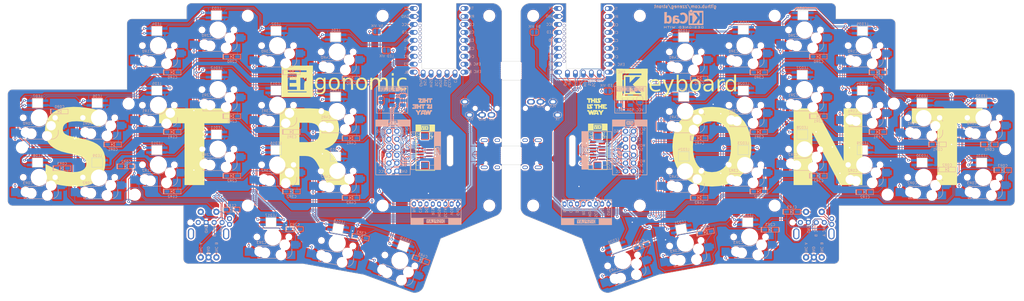
<source format=kicad_pcb>
(kicad_pcb (version 20221018) (generator pcbnew)
  (layers (0 "F.Cu" signal) (31 "B.Cu" signal) (34 "B.Paste" user) (35 "F.Paste" user) (36 "B.SilkS" user "B.Silkscreen") (37 "F.SilkS" user "F.Silkscreen") (38 "B.Mask" user) (39 "F.Mask" user) (44 "Edge.Cuts" user))
  (net 0 "")
  (net 1 "row0")
  (net 2 "+5V")
  (net 3 "5V_VIK")
  (net 4 "+5VD")
  (net 5 "5V_VIK_r")
  (net 6 "row1")
  (net 7 "MISO")
  (net 8 "LED_OUT")
  (net 9 "LED_OUT_r")
  (net 10 "row2")
  (net 11 "MISO_r")
  (net 12 "row3")
  (net 13 "SW_ENCA")
  (net 14 "Net-(D1-A)")
  (net 15 "TX")
  (net 16 "RX")
  (net 17 "GND")
  (net 18 "VCC")
  (net 19 "Net-(D2-A)")
  (net 20 "SCLK{slash}SDA")
  (net 21 "MOSI{slash}SCL")
  (net 22 "CS")
  (net 23 "RST")
  (net 24 "BL")
  (net 25 "Net-(D3-A)")
  (net 26 "LED")
  (net 27 "Net-(D4-A)")
  (net 28 "Net-(D5-A)")
  (net 29 "Net-(D6-A)")
  (net 30 "Net-(D7-A)")
  (net 31 "Net-(D8-A)")
  (net 32 "Net-(D9-A)")
  (net 33 "Net-(D10-A)")
  (net 34 "Net-(D11-A)")
  (net 35 "Net-(D12-A)")
  (net 36 "Net-(D13-A)")
  (net 37 "Net-(D14-A)")
  (net 38 "Net-(D15-A)")
  (net 39 "Net-(D16-A)")
  (net 40 "Net-(D18-A)")
  (net 41 "Net-(D19-A)")
  (net 42 "Net-(D20-A)")
  (net 43 "Net-(D21-A)")
  (net 44 "Net-(D22-A)")
  (net 45 "ENCA")
  (net 46 "ENCB")
  (net 47 "col2")
  (net 48 "col3")
  (net 49 "col4")
  (net 50 "col0")
  (net 51 "col1")
  (net 52 "Net-(D23-A)")
  (net 53 "Net-(D24-A)")
  (net 54 "row0_r")
  (net 55 "Net-(D25-A)")
  (net 56 "Net-(D26-A)")
  (net 57 "Net-(D27-A)")
  (net 58 "Net-(D28-A)")
  (net 59 "Net-(D29-A)")
  (net 60 "row1_r")
  (net 61 "Net-(D30-A)")
  (net 62 "Net-(D31-A)")
  (net 63 "Net-(D32-A)")
  (net 64 "Net-(D33-A)")
  (net 65 "Net-(D34-A)")
  (net 66 "row2_r")
  (net 67 "Net-(D35-A)")
  (net 68 "Net-(D36-A)")
  (net 69 "Net-(D38-A)")
  (net 70 "Net-(D39-A)")
  (net 71 "Net-(D40-A)")
  (net 72 "row3_r")
  (net 73 "Net-(LED1-DOUT)")
  (net 74 "SW_ENCA_r")
  (net 75 "Net-(LED2-DOUT)")
  (net 76 "Net-(LED3-DOUT)")
  (net 77 "Net-(LED4-DOUT)")
  (net 78 "TX_r")
  (net 79 "RX_r")
  (net 80 "GNDA")
  (net 81 "VDD")
  (net 82 "Net-(LED5-DOUT)")
  (net 83 "SCLK{slash}SDA_r")
  (net 84 "MOSI{slash}SCL_r")
  (net 85 "CS_r")
  (net 86 "RST_r")
  (net 87 "BL_r")
  (net 88 "LED_r")
  (net 89 "Net-(LED6-DOUT)")
  (net 90 "Net-(LED7-DOUT)")
  (net 91 "Net-(LED8-DOUT)")
  (net 92 "Net-(LED10-DIN)")
  (net 93 "Net-(LED10-DOUT)")
  (net 94 "Net-(LED11-DOUT)")
  (net 95 "Net-(LED12-DOUT)")
  (net 96 "Net-(LED13-DOUT)")
  (net 97 "Net-(LED14-DOUT)")
  (net 98 "Net-(LED15-DOUT)")
  (net 99 "Net-(LED16-DOUT)")
  (net 100 "Net-(LED17-DOUT)")
  (net 101 "Net-(LED18-DOUT)")
  (net 102 "Net-(LED20-DOUT)")
  (net 103 "Net-(LED21-DOUT)")
  (net 104 "Net-(LED22-DOUT)")
  (net 105 "ENCA_r")
  (net 106 "ENCB_r")
  (net 107 "col1_r")
  (net 108 "col0_r")
  (net 109 "col2_r")
  (net 110 "col3_r")
  (net 111 "col4_r")
  (net 112 "Net-(LED23-DOUT)")
  (net 113 "Net-(LED24-DOUT)")
  (net 114 "Net-(LED25-DOUT)")
  (net 115 "Net-(LED26-DOUT)")
  (net 116 "Net-(LED27-DOUT)")
  (net 117 "Net-(LED28-DOUT)")
  (net 118 "Net-(LED29-DOUT)")
  (net 119 "Net-(LED30-DOUT)")
  (net 120 "Net-(LED31-DOUT)")
  (net 121 "Net-(LED32-DOUT)")
  (net 122 "Net-(LED33-DOUT)")
  (net 123 "Net-(LED34-DOUT)")
  (net 124 "Net-(LED35-DOUT)")
  (net 125 "Net-(LED36-DOUT)")
  (net 126 "Net-(LED37-DOUT)")
  (net 129 "I2C_3V3")
  (net 130 "I2C_3V3_r")
  (footprint "zzkeeb:Switch_MXKS-hotswap-south" (layer "F.Cu") (at 143.500003 146.502769 -20)
    (fp_text reference "SW19" hide)
    (fp_text value "Switch" hide)
  )
  (footprint "zzkeeb:Switch_MXKS-hotswap-south" (layer "F.Cu") (at 66.500001 78.002769)
    (fp_text reference "SW2" hide)
    (fp_text value "Switch" hide)
  )
  (footprint "zzkeeb:Switch_MXKS-hotswap-south" (layer "F.Cu") (at 272.500002 111.002768)
    (fp_text reference "SW32" hide)
    (fp_text value "Switch" hide)
  )
  (footprint "zzkeeb:Hole_M2-spacer" (layer "F.Cu") (at 186.000002 68.502767)
    (fp_text reference "H19" hide)
    (fp_text value "MountingHole" hide)
  )
  (footprint "zzkeeb:Switch_MXKS-hotswap-south" (layer "F.Cu") (at 329.500001 101.002769)
    (fp_text reference "SW20" hide)
    (fp_text value "Switch" hide)
  )
  (footprint "zzkeeb:Hole_Breakaway-Tabs" (layer "F.Cu") (at 175.999999 85.906254 90)
    (fp_text reference "BR1" hide)
    (fp_text value "MountingHole" hide)
  )
  (footprint "zzkeeb:LED_SK6812-MINI-E" (layer "F.Cu") (at 123 113.302769)
    (fp_text reference "LED15")
    (fp_text value "YS-SK6812MINI-E" hide)
    (fp_line (start -1.7 -1.5) (end 1.7 -1.5) (stroke (width 0.12)) (layer "Edge.Cuts"))
    (fp_line (start -1.7 1.5) (end -1.7 -1.5) (stroke (width 0.12)) (layer "Edge.Cuts"))
    (fp_line (start 1.7 -1.5) (end 1.7 1.5) (stroke (width 0.12)) (layer "Edge.Cuts"))
    (fp_line (start 1.7 1.5) (end -1.7 1.5) (stroke (width 0.12)) (layer "Edge.Cuts"))
  )
  (footprint "zzkeeb:LED_SK6812-MINI-E" (layer "F.Cu") (at 234.000004 94.302768)
    (fp_text reference "LED25")
    (fp_text value "YS-SK6812MINI-E" hide)
    (fp_line (start -1.7 -1.5) (end 1.7 -1.5) (stroke (width 0.12)) (layer "Edge.Cuts"))
    (fp_line (start -1.7 1.5) (end -1.7 -1.5) (stroke (width 0.12)) (layer "Edge.Cuts"))
    (fp_line (start 1.7 -1.5) (end 1.7 1.5) (stroke (width 0.12)) (layer "Edge.Cuts"))
    (fp_line (start 1.7 1.5) (end -1.7 1.5) (stroke (width 0.12)) (layer "Edge.Cuts"))
  )
  (footprint "zzkeeb:LED_SK6812-MINI-E" (layer "F.Cu") (at 253.000003 111.302768)
    (fp_text reference "LED23")
    (fp_text value "YS-SK6812MINI-E" hide)
    (fp_line (start -1.7 -1.5) (end 1.7 -1.5) (stroke (width 0.12)) (layer "Edge.Cuts"))
    (fp_line (start -1.7 1.5) (end -1.7 -1.5) (stroke (width 0.12)) (layer "Edge.Cuts"))
    (fp_line (start 1.7 -1.5) (end 1.7 1.5) (stroke (width 0.12)) (layer "Edge.Cuts"))
    (fp_line (start 1.7 1.5) (end -1.7 1.5) (stroke (width 0.12)) (layer "Edge.Cuts"))
  )
  (footprint "zzkeeb:Switch_MXKS-hotswap-south" (layer "F.Cu") (at 104.5 78.002769)
    (fp_text reference "SW4" hide)
    (fp_text value "Switch" hide)
  )
  (footprint "zzkeeb:Switch_MXKS-hotswap-south" (layer "F.Cu") (at 28.500002 120.002769)
    (fp_text reference "SW16" hide)
    (fp_text value "Switch" hide)
  )
  (footprint "zzkeeb:Logo_PCBWay-small" (layer "F.Cu") (at 204 97.502767)
    (fp_text reference "REF**" hide)
    (fp_text value "Logo_PCBWay-small" hide)
  )
  (footprint "zzkeeb:Switch_MXKS-hotswap-south" (layer "F.Cu") (at 47.500002 120.002769)
    (fp_text reference "SW11" hide)
    (fp_text value "Switch" hide)
  )
  (footprint "zzkeeb:LED_SK6812-MINI-E" (layer "F.Cu") (at 291.000003 73.302767)
    (fp_text reference "LED35")
    (fp_text value "YS-SK6812MINI-E" hide)
    (fp_line (start -1.7 -1.5) (end 1.7 -1.5) (stroke (width 0.12)) (layer "Edge.Cuts"))
    (fp_line (start -1.7 1.5) (end -1.7 -1.5) (stroke (width 0.12)) (layer "Edge.Cuts"))
    (fp_line (start 1.7 -1.5) (end 1.7 1.5) (stroke (width 0.12)) (layer "Edge.Cuts"))
    (fp_line (start 1.7 1.5) (end -1.7 1.5) (stroke (width 0.12)) (layer "Edge.Cuts"))
  )
  (footprint "zzkeeb:Switch_MXKS-hotswap-south" (layer "F.Cu") (at 123.500003 141.002769 -10)
    (fp_text reference "SW18" hide)
    (fp_text value "Switch" hide)
  )
  (footprint "zzkeeb:LED_SK6812-MINI-E" (layer "F.Cu") (at 212.400002 142.302769 20)
    (fp_text reference "LED20")
    (fp_text value "YS-SK6812MINI-E" hide)
    (fp_line (start -1.7 -1.5) (end 1.7 -1.5) (stroke (width 0.12)) (layer "Edge.Cuts"))
    (fp_line (start -1.7 1.5) (end -1.7 -1.5) (stroke (width 0.12)) (layer "Edge.Cuts"))
    (fp_line (start 1.7 -1.5) (end 1.7 1.5) (stroke (width 0.12)) (layer "Edge.Cuts"))
    (fp_line (start 1.7 1.5) (end -1.7 1.5) (stroke (width 0.12)) (layer "Edge.Cuts"))
  )
  (footprint "zzkeeb:Hole_M2-spacer" (layer "F.Cu") (at 186 129.00275)
    (fp_text reference "H13" hide)
    (fp_text value "MountingHole" hide)
  )
  (footprint "zzkeeb:LED_SK6812-MINI-E" (layer "F.Cu") (at 123.000002 75.302769)
    (fp_text reference "LED1")
    (fp_text value "YS-SK6812MINI-E" hide)
    (fp_line (start -1.7 -1.5) (end 1.7 -1.5) (stroke (width 0.12)) (layer "Edge.Cuts"))
    (fp_line (start -1.7 1.5) (end -1.7 -1.5) (stroke (width 0.12)) (layer "Edge.Cuts"))
    (fp_line (start 1.7 -1.5) (end 1.7 1.5) (stroke (width 0.12)) (layer "Edge.Cuts"))
    (fp_line (start 1.7 1.5) (end -1.7 1.5) (stroke (width 0.12)) (layer "Edge.Cuts"))
  )
  (footprint "zzkeeb:Logo_QMK-soldermask" (layer "F.Cu") (at 124 68.502767)
    (fp_text reference "REF**" hide)
    (fp_text value "Logo_QMK-soldermask" hide)
  )
  (footprint "zzkeeb:LED_SK6812-MINI-E" (layer "F.Cu") (at 104.000001 73.302769)
    (fp_text reference "LED2")
    (fp_text value "YS-SK6812MINI-E" hide)
    (fp_line (start -1.7 -1.5) (end 1.7 -1.5) (stroke (width 0.12)) (layer "Edge.Cuts"))
    (fp_line (start -1.7 1.5) (end -1.7 -1.5) (stroke (width 0.12)) (layer "Edge.Cuts"))
    (fp_line (start 1.7 -1.5) (end 1.7 1.5) (stroke (width 0.12)) (layer "Edge.Cuts"))
    (fp_line (start 1.7 1.5) (end -1.7 1.5) (stroke (width 0.12)) (layer "Edge.Cuts"))
  )
  (footprint "zzkeeb:MCU_rp2040-zero-tht-pads" (layer "F.Cu") (at 155.999997 76.302767)
    (fp_text reference "MCU1" hide)
    (fp_text value "rp2040-zero" hide)
  )
  (footprint "zzkeeb:LED_SK6812-MINI-E" (layer "F.Cu") (at 233.199997 136.502769 10)
    (fp_text reference "LED21")
    (fp_text value "YS-SK6812MINI-E" hide)
    (fp_line (start -1.7 -1.5) (end 1.7 -1.5) (stroke (width 0.12)) (layer "Edge.Cuts"))
    (fp_line (start -1.7 1.5) (end -1.7 -1.5) (stroke (width 0.12)) (layer "Edge.Cuts"))
    (fp_line (start 1.7 -1.5) (end 1.7 1.5) (stroke (width 0.12)) (layer "Edge.Cuts"))
    (fp_line (start 1.7 1.5) (end -1.7 1.5) (stroke (width 0.12)) (layer "Edge.Cuts"))
  )
  (footprint "zzkeeb:LED_SK6812-MINI-E" (layer "F.Cu") (at 47.000002 115.30277)
    (fp_text reference "LED9")
    (fp_text value "YS-SK6812MINI-E" hide)
    (fp_line (start -1.7 -1.5) (end 1.7 -1.5) (stroke (width 0.12)) (layer "Edge.Cuts"))
    (fp_line (start -1.7 1.5) (end -1.7 -1.5) (stroke (width 0.12)) (layer "Edge.Cuts"))
    (fp_line (start 1.7 -1.5) (end 1.7 1.5) (stroke (width 0.12)) (layer "Edge.Cuts"))
    (fp_line (start 1.7 1.5) (end -1.7 1.5) (stroke (width 0.12)) (layer "Edge.Cuts"))
  )
  (footprint "zzkeeb:Switch_MXKS-hotswap-south" (layer "F.Cu") (at 234.500002 118.002769)
    (fp_text reference "SW34" hide)
    (fp_text value "Switch" hide)
  )
  (footprint "zzkeeb:LED_SK6812-MINI-E" (layer "F.Cu") (at 102.400001 134.302768)
    (fp_text reference "LED17")
    (fp_text value "YS-SK6812MINI-E" hide)
    (fp_line (start -1.7 -1.5) (end 1.7 -1.5) (stroke (width 0.12)) (layer "Edge.Cuts"))
    (fp_line (start -1.7 1.5) (end -1.7 -1.5) (stroke (width 0.12)) (layer "Edge.Cuts"))
    (fp_line (start 1.7 -1.5) (end 1.7 1.5) (stroke (width 0.12)) (layer "Edge.Cuts"))
    (fp_line (start 1.7 1.5) (end -1.7 1.5) (stroke (width 0.12)) (layer "Edge.Cuts"))
  )
  (footprint "zzkeeb:LED_SK6812-MINI-E" (layer "F.Cu") (at 329.000003 115.302769)
    (fp_text reference "LED31")
    (fp_text value "YS-SK6812MINI-E" hide)
    (fp_line (start -1.7 -1.5) (end 1.7 -1.5) (stroke (width 0.12)) (layer "Edge.Cuts"))
    (fp_line (start -1.7 1.5) (end -1.7 -1.5) (stroke (width 0.12)) (layer "Edge.Cuts"))
    (fp_line (start 1.7 -1.5) (end 1.7 1.5) (stroke (width 0.12)) (layer "Edge.Cuts"))
    (fp_line (start 1.7 1.5) (end -1.7 1.5) (stroke (width 0.12)) (layer "Edge.Cuts"))
  )
  (footprint "zzkeeb:RotaryEncoder_EC11" (layer "F.Cu") (at 82.499999 138.002767 90)
    (fp_text reference "RE1" hide)
    (fp_text value "RotaryEncoder_Switch" hide)
  )
  (footprint "zzkeeb:Switch_MXKS-hotswap-south" (layer "F.Cu") (at 329.5 120.002769)
    (fp_text reference "SW35" hide)
    (fp_text value "Switch" hide)
  )
  (footprint "zzkeeb:Switch_MXKS-hotswap-south" (layer "F.Cu") (at 234.500002 99.002768)
    (fp_text reference "SW29" hide)
    (fp_text value "Switch" hide)
  )
  (footprint "zzkeeb:LED_SK6812-MINI-E" (layer "F.Cu") (at 234 75.302769)
    (fp_text reference "LED38")
    (fp_text value "YS-SK6812MINI-E" hide)
    (fp_line (start -1.7 -1.5) (end 1.7 -1.5) (stroke (width 0.12)) (layer "Edge.Cuts"))
    (fp_line (start -1.7 1.5) (end -1.7 -1.5) (stroke (width 0.12)) (layer "Edge.Cuts"))
    (fp_line (start 1.7 -1.5) (end 1.7 1.5) (stroke (width 0.12)) (layer "Edge.Cuts"))
    (fp_line (start 1.7 1.5) (end -1.7 1.5) (stroke (width 0.12)) (layer "Edge.Cuts"))
  )
  (footprint "zzkeeb:Hole_M2-spacer" (layer "F.Cu") (at 138 68.502769)
    (fp_text reference "H5" hide)
    (fp_text value "MountingHole" hide)
  )
  (footprint "zzkeeb:LED_SK6812-MINI-E" (layer "F.Cu") (at 66 73.302769)
    (fp_text reference "LED4")
    (fp_text value "YS-SK6812MINI-E" hide)
    (fp_line (start -1.7 -1.5) (end 1.7 -1.5) (stroke (width 0.12)) (layer "Edge.Cuts"))
    (fp_line (start -1.7 1.5) (end -1.7 -1.5) (stroke (width 0.12)) (layer "Edge.Cuts"))
    (fp_line (start 1.7 -1.5) (end 1.7 1.5) (stroke (width 0.12)) (layer "Edge.Cuts"))
    (fp_line (start 1.7 1.5) (end -1.7 1.5) (stroke (width 0.12)) (layer "Edge.Cuts"))
  )
  (footprint "zzkeeb:LED_SK6812-MINI-E" (layer "F.Cu") (at 85.000002 106.302769)
    (fp_text reference "LED11")
    (fp_text value "YS-SK6812MINI-E" hide)
    (fp_line (start -1.7 -1.5) (end 1.7 -1.5) (stroke (width 0.12)) (layer "Edge.Cuts"))
    (fp_line (start -1.7 1.5) (end -1.7 -1.5) (stroke (width 0.12)) (layer "Edge.Cuts"))
    (fp_line (start 1.7 -1.5) (end 1.7 1.5) (stroke (width 0.12)) (layer "Edge.Cuts"))
    (fp_line (start 1.7 1.5) (end -1.7 1.5) (stroke (width 0.12)) (layer "Edge.Cuts"))
  )
  (footprint "zzkeeb:LED_SK6812-MINI-E" (layer "F.Cu") (at 123.000001 94.302769)
    (fp_text reference "LED14")
    (fp_text value "YS-SK6812MINI-E" hide)
    (fp_line (start -1.7 -1.5) (end 1.7 -1.5) (stroke (width 0.12)) (layer "Edge.Cuts"))
    (fp_line (start -1.7 1.5) (end -1.7 -1.5) (stroke (width 0.12)) (layer "Edge.Cuts"))
    (fp_line (start 1.7 -1.5) (end 1.7 1.5) (stroke (width 0.12)) (layer "Edge.Cuts"))
    (fp_line (start 1.7 1.5) (end -1.7 1.5) (stroke (width 0.12)) (layer "Edge.Cuts"))
  )
  (footprint "zzkeeb:Hole_M2-spacer" (layer "F.Cu") (at 336.500003 111.002769)
    (fp_text reference "H10" hide)
    (fp_text value "MountingHole" hide)
  )
  (footprint "zzkeeb:Hole_M2-spacer" (layer "F.Cu") (at 95.000003 129.002768)
    (fp_text reference "H7" hide)
    (fp_text value "MountingHole" hide)
  )
  (footprint "zzkeeb:Connector_HRO-TYPE-C-31-M-12-data" (layer "F.Cu") (at 180.824998 112.502767 -90)
    (fp_text reference "USB2" hide)
    (fp_text value "Connector_HRO-TYPE-C-31-M-12" hide)
  )
  (footprint "zzkeeb:LED_SK6812-MINI-E" (layer "F.Cu") (at 28.000003 115.302769)
    (fp_text reference "LED8")
    (fp_text value "YS-SK6812MINI-E" hide)
    (fp_line (start -1.7 -1.5) (end 1.7 -1.5) (stroke (width 0.12)) (layer "Edge.Cuts"))
    (fp_line (start -1.7 1.5) (end -1.7 -1.5) (stroke (width 0.12)) (layer "Edge.Cuts"))
    (fp_line (start 1.7 -1.5) (end 1.7 1.5) (stroke (width 0.12)) (layer "Edge.Cuts"))
    (fp_line (start 1.7 1.5) (end -1.7 1.5) (stroke (width 0.12)) (layer "Edge.Cuts"))
  )
  (footprint "zzkeeb:Hole_M2-spacer" (layer "F.Cu") (at 220.000002 129.002769)
    (fp_text reference "H9" hide)
    (fp_text value "MountingHole" hide)
  )
  (footprint "zzkeeb:LED_SK6812-MINI-E" (layer "F.Cu") (at 28.000001 96.302768)
    (fp_text reference "LED7")
    (fp_text value "YS-SK6812MINI-E" hide)
    (fp_line (start -1.7 -1.5) (end 1.7 -1.5) (stroke (width 0.12)) (layer "Edge.Cuts"))
    (fp_line (start -1.7 1.5) (end -1.7 -1.5) (stroke (width 0.12)) (layer "Edge.Cuts"))
    (fp_line (start 1.7 -1.5) (end 1.7 1.5) (stroke (width 0.12)) (layer "Edge.Cuts"))
    (fp_line (start 1.7 1.5) (end -1.7 1.5) (stroke (width 0.12)) (layer "Edge.Cuts"))
  )
  (footprint "zzkeeb:Connector_FPC-FFC-adapter-12pin" (layer "F.Cu") (at 140 118.002767)
    (fp_text reference "VIK_K2" hide)
    (fp_text value "Connector_VIK-keyboard" hide)
  )
  (footprint "zzkeeb:Switch_MXKS-hotswap-south" (layer "F.Cu") (at 291.500001 78.002769)
    (fp_text reference "SW21" hide)
    (fp_text value "Switch" hide)
  )
  (footprint "zzkeeb:Connector_Display-8pin-SPI-2.0mm" (layer "F.Cu") (at 210 128.502767 180)
    (fp_text reference "DISP2" hide)
    (fp_text value "Display_generic-spi-8pin" hide)
  )
  (footprint "zzkeeb:LED_SK6812-MINI-E" (layer "F.Cu") (at 271.800001 87.302769)
    (fp_text reference "LED27")
    (fp_text value "YS-SK6812MINI-E" hide)
    (fp_line (start -1.7 -1.5) (end 1.7 -1.5) (stroke (width 0.12)) (layer "Edge.Cuts"))
    (fp_line (start -1.7 1.5) (end -1.7 -1.5) (stroke (width 0.12)) (layer "Edge.Cuts"))
    (fp_line (start 1.7 -1.5) (end 1.7 1.5) (stroke (width 0.12)) (layer "Edge.Cuts"))
    (fp_line (start 1.7 1.5) (end -1.7 1.5) (stroke (width 0.12)) (layer "Edge.Cuts"))
  )
  (footprint "zzkeeb:Switch_MXKS-hotswap-south" (layer "F.Cu") (at 272.500002 73.002768)
    (fp_text reference "SW22" hide)
    (fp_text value "Switch" hide)
  )
  (footprint "zzkeeb:Switch_MXKS-hotswap-south" (layer "F.Cu") (at 85.500002 111.002769)
    (fp_text reference "SW13" hide)
    (fp_text value "Switch" hide)
  )
  (footprint "zzkeeb:LED_SK6812-MINI-E" (layer "F.Cu") (at 144.600002 141.902769 -20)
    (fp_text reference "LED19")
    (fp_text value "YS-SK6812MINI-E" hide)
    (fp_line (start -1.7 -1.5) (end 1.7 -1.5) (stroke (width 0.12)) (layer "Edge.Cuts"))
    (fp_line (start -1.7 1.5) (end -1.7 -1.5) (stroke (width 0.12)) (layer "Edge.Cuts"))
    (fp_line (start 1.7 -1.5) (end 1.7 1.5) (stroke (width 0.12)) (layer "Edge.Cuts"))
    (fp_line (start 1.7 1.5) (end -1.7 1.5) (stroke (width 0.12)) (layer "Edge.Cuts"))
  )
  (footprint "zzkeeb:LED_SK6812-MINI-E" (layer "F.Cu") (at 254.400002 134.302769)
    (fp_text reference "LED22")
    (fp_text value "YS-SK6812MINI-E" hide)
    (fp_line (start -1.7 -1.5) (end 1.7 -1.5) (stroke (width 0.12)) (layer "Edge.Cuts"))
    (fp_line (start -1.7 1.5) (end -1.7 -1.5) (stroke (width 0.12)) (layer "Edge.Cuts"))
    (fp_line (start 1.7 -1.5) (end 1.7 1.5) (stroke (width 0.12)) (layer "Edge.Cuts"))
    (fp_line (start 1.7 1.5) (end -1.7 1.5) (stroke (width 0.12)) (layer "Edge.Cuts"))
  )
  (footprint "zzkeeb:Hole_M2-spacer" (layer "F.Cu") (at 299.000002 125.502769)
    (fp_text reference "H16" hide)
    (fp_text value "MountingHole" hide)
  )
  (footprint "zzkeeb:LED_SK6812-MINI-E" (layer "F.Cu") (at 272.000002 68.302769)
    (fp_text reference "LED36")
    (fp_text value "YS-SK6812MINI-E" hide)
    (fp_line (start -1.7 -1.5) (end 1.7 -1.5) (stroke (width 0.12)) (layer "Edge.Cuts"))
    (fp_line (start -1.7 1.5) (end -1.7 -1.5) (stroke (width 0.12)) (layer "Edge.Cuts"))
    (fp_line (start 1.7 -1.5) (end 1.7 1.5) (stroke (width 0.12)) (layer "Edge.Cuts"))
    (fp_line (start 1.7 1.5) (end -1.7 1.5) (stroke (width 0.12)) (layer "Edge.Cuts"))
  )
  (footprint "zzkeeb:LED_SK6812-MINI-E" (layer "F.Cu") (at 123.800003 136.302769 -10)
    (fp_text reference "LED18")
    (fp_text value "YS-SK6812MINI-E" hide)
    (fp_line (start -1.7 -1.5) (end 1.7 -1.5) (stroke (width 0.12)) (layer "Edge.Cuts"))
    (fp_line (start -1.7 1.5) (end -1.7 -1.5) (stroke (width 0.12)) (layer "Edge.Cuts"))
    (fp_line (start 1.7 -1.5) (end 1.7 1.5) (stroke (width 0.12)) (layer "Edge.Cuts"))
    (fp_line (start 1.7 1.5) (end -1.7 1.5) (stroke (width 0.12)) (layer "Edge.Cuts"))
  )
  (footprint "zzkeeb:Switch_MXKS-hotswap-south" (layer "F.Cu") (at 123.500002 118.002769)
    (fp_text reference "SW15" hide)
    (fp_text value "Switch" hide)
  )
  (footprint "zzkeeb:Switch_MXKS-hotswap-south" (layer "F.Cu") (at 103.000001 139.002769)
    (fp_text reference "SW17" hide)
    (fp_text value "Switch" hide)
  )
  (footprint "zzkeeb:Connector_TRRS" (layer "F.Cu") (at 181.999997 98.002767 90)
    (fp_text reference "TRRS2")
    (fp_text value "AudioJack4" hide)
  )
  (footprint "zzkeeb:Hole_M2-spacer" (layer "F.Cu") (at 171.999997 129.00275)
    (fp_text reference "H1" hide)
    (fp_text value "MountingHole" hide)
  )
  (footprint "zzkeeb:LED_SK6812-MINI-E" (layer "F.Cu") (at 85.000002 68.302768)
    (fp_text reference "LED3")
    (fp_text value "YS-SK6812MINI-E" hide)
    (fp_line (start -1.7 -1.5) (end 1.7 -1.5) (stroke (width 0.12)) (layer "Edge.Cuts"))
    (fp_line (start -1.7 1.5) (end -1.7 -1.5) (stroke (width 0.12)) (layer "Edge.Cuts"))
    (fp_line (start 1.7 -1.5) (end 1.7 1.5) (stroke (width 0.12)) (layer "Edge.Cuts"))
    (fp_line (start 1.7 1.5) (end -1.7 1.5) (stroke (width 0.12)) (layer "Edge.Cuts"))
  )
  (footprint "zzkeeb:LED_SK6812-MINI-E" (layer "F.Cu") (at 234 113.302769)
    (fp_text reference "LED24")
    (fp_text value "YS-SK6812MINI-E" hide)
    (fp_line (start -1.7 -1.5) (end 1.7 -1.5) (stroke (width 0.12)) (layer "Edge.Cuts"))
    (fp_line (start -1.7 1.5) (end -1.7 -1.5) (stroke (width 0.12)) (layer "Edge.Cuts"))
    (fp_line (start 1.7 -1.5) (end 1.7 1.5) (stroke (width 0.12)) (layer "Edge.Cuts"))
    (fp_line (start 1.7 1.5) (end -1.7 1.5) (stroke (width 0.12)) (layer "Edge.Cuts"))
  )
  (footprint "zzkeeb:Logo_stront-small" (layer "F.Cu") (at 154 97.502767)
    (fp_text reference "REF**" hide)
    (fp_text value "Logo_stront-small" hide)
  )
  (footprint "zzkeeb:Hole_M2-spacer" (layer "F.Cu") (at 172.000002 68.502767)
    (fp_text reference "H17" hide)
    (fp_text value "MountingHole" hide)
  )
  (footprint "zzkeeb:Switch_MXKS-hotswap-south" (layer "F.Cu") (at 255.000002 139.002769)
    (fp_text reference "SW36" hide)
    (fp_text value "Switch" hide)
  )
  (footprint "zzkeeb:Switch_MXKS-hotswap-south" (layer "F.Cu") (at 123.500001 99.002769)
    (fp_text reference "SW10" hide)
    (fp_text value "Switch" hide)
  )
  (footprint "zzkeeb:Switch_MXKS-hotswap-south" (layer "F.Cu") (at 85.500002 73.002768)
    (fp_text reference "SW3" hide)
    (fp_text value "Switch" hide)
  )
  (footprint "zzkeeb:Hole_Breakaway-Tabs" (layer "F.Cu") (at 181.999996 86.000007 90)
    (fp_text reference "BR3" hide)
    (fp_text value "MountingHole" hide)
  )
  (footprint "zzkeeb:Hole_M2-spacer" (layer "F.Cu") (at 23.000002 110.502768)
    (fp_text reference "H2" hide)
    (fp_text value "MountingHole" hide)
  )
  (footprint "zzkeeb:Switch_MXKS-hotswap-south" (layer "F.Cu") (at 272.500002 92.002769)
    (fp_text reference "SW27" hide)
    (fp_text value "Switch" hide)
  )
  (footprint "zzkeeb:Switch_MXKS-hotswap-south" (layer "F.Cu") (at 253.5 116.002768)
    (fp_text reference "SW33" hide)
    (fp_text value "Switch" hide)
  )
  (footprint "zzkeeb:RotaryEncoder_EVQWGD001" (layer "F.Cu") (at 275 140.002767 -90)
    (fp_text reference "ROLL2" hide)
    (fp_text value "RollerEncoder_EVQWGD001" hide)
  )
  (footprint "zzkeeb:LED_SK6812-MINI-E" (layer "F.Cu") (at 291.000002 92.302771)
    (fp_text reference "LED34")
    (fp_text value "YS-SK6812MINI-E" hide)
    (fp_line (start -1.7 -1.5) (end 1.7 -1.5) (stroke (width 0.12)) (layer "Edge.Cuts"))
    (fp_line (start -1.7 1.5) (end -1.7 -1.5) (stroke (width 0.12)) (layer "Edge.Cuts"))
    (fp_line (start 1.7 -1.5) (end 1.7 1.5) (stroke (width 0.12)) (layer "Edge.Cuts"))
    (fp_line (start 1.7 1.5) (end -1.7 1.5) (stroke (width 0.12)) (layer "Edge.Cuts"))
  )
  (footprint "zzkeeb:Hole_M2-spacer" (layer "F.Cu") (at 220 68.502768)
    (fp_text reference "H14" hide)
    (fp_text value "MountingHole" hide)
  )
  (footprint "zzkeeb:RotaryEncoder_EVQWGD001" (layer "F.Cu") (at 83 140.002767 -90)
    (fp_text reference "ROLL1" hide)
    (fp_text value "RollerEncoder_EVQWGD001" hide)
  )
  (footprint "zzkeeb:Switch_MXKS-hotswap-south" (layer "F.Cu") (at 234.5 141.002769 10)
    (fp_text reference "SW37" hide)
    (fp_text value "Switch" hide)
  )
  (footprint "zzkeeb:Switch_MXKS-hotswap-south" (layer "F.Cu") (at 310.500003 120.002768)
    (fp_text reference "SW30" hide)
    (fp_text value "Switch" hide)
  )
  (footprint "zzkeeb:Switch_MXKS-hotswap-south" (layer "F.Cu") (at 66.500001 97.002768)
    (fp_text reference "SW7" hide)
    (fp_text value "Switch" hide)
  )
  (footprint "zzkeeb:LED_SK6812-MINI-E" (layer "F.Cu") (at 253.000001 92.302769)
    (fp_text reference "LED26")
    (fp_text value "YS-SK6812MINI-E" hide)
    (fp_line (start -1.7 -1.5) (end 1.7 -1.5) (stroke (width 0.12)) (layer "Edge.Cuts"))
    (fp_line (start -1.7 1.5) (end -1.7 -1.5) (stroke (width 0.12)) (layer "Edge.Cuts"))
    (fp_line (start 1.7 -1.5) (end 1.7 1.5) (stroke (width 0.12)) (layer "Edge.Cuts"))
    (fp_line (start 1.7 1.5) (end -1.7 1.5) (stroke (width 0.12)) (layer "Edge.Cuts"))
  )
  (footprint "zzkeeb:Connector_FFC-FPC-vertical-12pin" (layer "F.Cu") (at 151.5 111.502767)
    (fp_text reference "VIK_K1" hide)
    (fp_text value "Connector_VIK-keyboard" hide)
  )
  (footprint "zzkeeb:LED_SK6812-MINI-E" (layer "F.Cu") (at 104.000001 111.302771)
    (fp_text reference "LED16")
    (fp_text value "YS-SK6812MINI-E" hide)
    (fp_line (start -1.7 -1.5) (end 1.7 -1.5) (stroke (width 0.12)) (layer "Edge.Cuts"))
    (fp_line (start -1.7 1.5) (end -1.7 -1.5) (stroke (width 0.12)) (layer "Edge.Cuts"))
    (fp_line (start 1.7 -1.5) (end 1.7 1.5) (stroke (width 0.12)) (layer "Edge.Cuts"))
    (fp_line (start 1.7 1.5) (end -1.7 1.5) (stroke (width 0.12)) (layer "Edge.Cuts"))
  )
  (footprint "zzkeeb:Hole_M2-spacer" (layer "F.Cu") (at 95.000003 68.502768)
    (fp_text reference "H4" hide)
    (fp_text value "MountingHole" hide)
  )
  (footprint "zzkeeb:Switch_MXKS-hotswap-south" (layer "F.Cu") (at 253.500002 97.002769)
    (fp_text reference "SW28" hide)
    (fp_text value "Switch" hide)
  )
  (footprint "zzkeeb:LED_SK6812-MINI-E" (layer "F.Cu") (at 329.000001 96.302769)
    (fp_text reference "LED32")
    (fp_text value "YS-SK6812MINI-E" hide)
    (fp_line (start -1.7 -1.5) (end 1.7 -1.5) (stroke (width 0.12)) (layer "Edge.Cuts"))
    (fp_line (start -1.7 1.5) (end -1.7 -1.5) (stroke (width 0.12)) (layer "Edge.Cuts"))
    (fp_line (start 1.7 -1.5) (end 1.7 1.5) (stroke (width 0.12)) (layer "Edge.Cuts"))
    (fp_line (start 1.7 1.5) (end -1.7 1.5) (stroke (width 0.12)) (layer "Edge.Cuts"))
  )
  (footprint "zzkeeb:Hole_M2-spacer" (layer "F.Cu") (at 138.000001 129.002769)
    (fp_text reference "H6" hide)
    (fp_text value "MountingHole" hide)
  )
  (footprint "zzkeeb:Switch_MXKS-hotswap-south" (layer "F.Cu") (at 47.500002 101.002769)
    (fp_text reference "SW6" hide)
    (fp_text value "Switch" hide)
  )
  (footprint "zzkeeb:LED_SK6812-MINI-E" (layer "F.Cu") (at 85.000001 87.302768)
    (fp_text reference "LED12")
    (fp_text value "YS-SK6812MINI-E" hide)
    (fp_line (start -1.7 -1.5) (end 1.7 -1.5) (stroke (width 0.12)) (layer "Edge.Cuts"))
    (fp_line (start -1.7 1.5) (end -1.7 -1.5) (stroke (width 0.12)) (layer "Edge.Cuts"))
    (fp_line (start 1.7 -1.5) (end 1.7 1.5) (stroke (width 0.12)) (layer "Edge.Cuts"))
    (fp_line (start 1.7 1.5) (end -1.7 1.5) (stroke (width 0.12)) (layer "Edge.Cuts"))
  )
  (footprint "zzkeeb:LED_SK6812-MINI-E" (layer "F.Cu") (at 310.000002 96.302769)
    (fp_text reference "LED33")
    (fp_text value "YS-SK6812MINI-E" hide)
    (fp_line (start -1.7 -1.5) (end 1.7 -1.5) (stroke (width 0.12)) (layer "Edge.Cuts"))
    (fp_line (start -1.7 1.5) (end -1.7 -1.5) (stroke (width 0.12)) (layer "Edge.Cuts"))
    (fp_line (start 1.7 -1.5) (end 1.7 1.5) (stroke (width 0.12)) (layer "Edge.Cuts"))
    (fp_line (start 1.7 1.5) (end -1.7 1.5) (stroke (width 0.12)) (layer "Edge.Cuts"))
  )
  (footprint "zzkeeb:Switch_MXKS-hotswap-south" (layer "F.Cu") (at 310.500002 101.002768)
    (fp_text reference "SW25" hide)
    (fp_text value "Switch" hide)
  )
  (footprint "zzkeeb:Hole_M2-spacer" (layer "F.Cu") (at 263.000002 68.502769)
    (fp_text reference "H8" hide)
    (fp_text value "MountingHole" hide)
  )
  (footprint "zzkeeb:Hole_Breakaway-Tabs" (layer "F.Cu") (at 181.999997 113.096499 90)
    (fp_text reference "BR4" hide)
    (fp_text value "MountingHole" hide)
  )
  (footprint "zzkeeb:Hole_M2-spacer" (layer "F.Cu") (at 263.000002 129.002768)
    (fp_text reference "H12" hide)
    (fp_text value "MountingHole" hide)
  )
  (footprint "zzkeeb:LED_SK6812-MINI-E" (layer "F.Cu") (at 47.000003 96.302768)
    (fp_text reference "LED6")
    (fp_text value "YS-SK6812MINI-E" hide)
    (fp_line (start -1.7 -1.5) (end 1.7 -1.5) (stroke (width 0.12)) (layer "Edge.Cuts"))
    (fp_line (start -1.7 1.5) (end -1.7 -1.5) (stroke (width 0.12)) (layer "Edge.Cuts"))
    (fp_line (start 1.7 -1.5) (end 1.7 1.5) (stroke (width 0.12)) (layer "Edge.Cuts"))
    (fp_line (start 1.7 1.5) (end -1.7 1.5) (stroke (width 0.12)) (layer "Edge.Cuts"))
  )
  (footprint "zzkeeb:Hole_Breakaway-Tabs" (layer "F.Cu") (at 175.999997 113.002767 90)
    (fp_text reference "BR2" hide)
    (fp_text value "MountingHole" hide)
  )
  (footprint "zzkeeb:Switch_MXKS-hotswap-south" (layer "F.Cu") (at 291.500001 97.002769)
    (fp_text reference "SW26" hide)
    (fp_text value "Switch" hide)
  )
  (footprint "zzkeeb:LED_SK6812-MINI-E" (layer "F.Cu") (at 253.000002 72.902769)
    (fp_text reference "LED37")
    (fp_text value "YS-SK6812MINI-E" hide)
    (fp_line (start -1.7 -1.5) (end 1.7 -1.5) (stroke (width 0.12)) (layer "Edge.Cuts"))
    (fp_line (start -1.7 1.5) (end -1.7 -1.5) (stroke (width 0.12)) (layer "Edge.Cuts"))
    (fp_line (start 1.7 -1.5) (end 1.7 1.5) (stroke (width 0.12)) (layer "Edge.Cuts"))
    (fp_line (start 1.7 1.5) (end -1.7 1.5) (stroke (width 0.12)) (layer "Edge.Cuts"))
  )
  (footprint "zzkeeb:Switch_MXKS-hotswap-south" (layer "F.Cu") (at 104.500003 116.002767)
    (fp_text reference "SW14" hide)
    (fp_text value "Switch" hide)
  )
  (footprint "zzkeeb:Hole_M2-spacer" (layer "F.Cu") (at 300.999991 96.502767)
    (fp_text reference "H15" hide)
    (fp_text value "MountingHole" hide)
  )
  (footprint "zzkeeb:MCU_rp2040-zero-tht-pads" (layer "F.Cu") (at 201.999996 76.302767)
    (fp_text reference "MCU2" hide)
    (fp_text value "rp2040-zero" hide)
  )
  (footprint "zzkeeb:Display_1.69inch" (layer "F.Cu") (at 214 92.102767 180)
    (fp_text reference "REF**" hide)
    (fp_text value "Display_1.69inch" hide)
  )
  (footprint "zzkeeb:Switch_MXKS-hotswap-south" (layer "F.Cu") (at 28.5 101.002769)
    (fp_text reference "SW1" hide)
    (fp_text value "Switch" hide)
  )
  (footprint "zzkeeb:LED_SK6812-MINI-E" (layer "F.Cu") (at 271.800005 106.302769)
    (fp_text reference "LED28")
    (fp_text value "YS-SK6812MINI-E" hide)
    (fp_line (start -1.7 -1.5) (end 1.7 -1.5) (stroke (width 0.12)) (layer "Edge.Cuts"))
    (fp_line (start -1.7 1.5) (end -1.7 -1.5) (stroke (width 0.12)) (layer "Edge.Cuts"))
    (fp_line (start 1.7 -1.5) (end 1.7 1.5) (stroke (width 0.12)) (layer "Edge.Cuts"))
    (fp_line (start 1.7 1.5) (end -1.7 1.5) (stroke (width 0.12)) (layer "Edge.Cuts"))
  )
  (footprint "zzkeeb:Connector_Display-8pin-SPI-2.0mm" (layer "F.Cu") (at 161.999999 128.502767 180)
    (fp_text reference "DISP1" hide)
    (fp_text value "Display_generic-spi-8pin" hide)
  )
  (footprint "zzkeeb:Switch_MXKS-hotswap-south" (layer "F.Cu") (at 66.500001 116.002768)
    (fp_text reference "SW12" hide)
    (fp_text value "Switch" hide)
  )
  (footprint "zzkeeb:Display_1.69inch" (layer "F.Cu") (at 155.999998 97.008831 180)
    (fp_text reference "REF**" hide)
    (fp_text value "Display_1.69inch" hide)
  )
  (footprint "zzkeeb:Switch_MXKS-hotswap-south" (layer "F.Cu") (at 253.500001 78.002768)
    (fp_text reference "SW23" hide)
    (fp_text value "Switch" hide)
  )
  (footprint "zzkeeb:LED_SK6812-MINI-E" (layer "F.Cu") (at 66.000002 111.302769)
    (fp_text reference "LED10")
    (fp_text value "YS-SK6812MINI-E" hide)
    (fp_line (start -1.7 -1.5) (end 1.7 -1.5) (stroke (width 0.12)) (layer "Edge.Cuts"))
    (fp_line (start -1.7 1.5) (end -1.7 -1.5) (stroke (width 0.12)) (layer "Edge.Cuts"))
    (fp_line (start 1.7 -1.5) (end 1.7 1.5) (stroke (width 0.12)) (layer "Edge.Cuts"))
    (fp_line (start 1.7 1.5) (end -1.7 1.5) (stroke (width 0.12)) (layer "Edge.Cuts"))
  )
  (footprint "zzkeeb:Connector_HRO-TYPE-C-31-M-12-data" (layer "F.Cu") (at 177.175 112.502767 90)
    (fp_text reference "USB1" hide)
    (fp_text value "Connector_HRO-TYPE-C-31-M-12" hide)
  )
  (footprint "zzkeeb:RotaryEncoder_EC11" (layer "F.Cu") (at 275.500002 137.996686 90)
    (fp_text reference "RE2" hide)
    (fp_text value "RotaryEncoder_Switch" hide)
  )
  (footprint "zzkeeb:LED_SK6812-MINI-E" (layer "F.Cu") (at 310.000001 115.302769)
    (fp_text reference "LED30")
    (fp_text value "YS-SK6812MINI-E" hide)
    (fp_line (start -1.7 -1.5) (end 1.7 -1.5) (stroke (width 0.12)) (layer "Edge.Cuts"))
    (fp_line (start -1.7 1.5) (end -1.7 -1.5) (stroke (width 0.12)) (layer "Edge.Cuts"))
    (fp_line (start 1.7 -1.5) (end 1.7 1.5) (stroke (width 0.12)) (layer "Edge.Cuts"))
    (fp_line (start 1.7 1.5) (end -1.7 1.5) (stroke (width 0.12)) (layer "Edge.Cuts"))
  )
  (footprint "zzkeeb:Switch_MXKS-hotswap-south" (layer "F.Cu") (at 214.5 146.502768 20)
    (fp_text reference "SW38" hide)
    (fp_text value "Switch" hide)
  )
  (footprint "zzkeeb:Switch_MXKS-hotswap-south" (layer "F.Cu") (at 234.500001 80.002769)
    (fp_text reference "SW24" hide)
    (fp_text value "Switch" hide)
  )
  (footprint "zzkeeb:LED_SK6812-MINI-E" (layer "F.Cu") (at 66.000003 92.30277)
    (fp_text reference "LED5")
    (fp_text value "YS-SK6812MINI-E" hide)
    (fp_line (start -1.7 -1.5) (end 1.7 -1.5) (stroke (width 0.12)) (layer "Edge.Cuts"))
    (fp_line (start -1.7 1.5) (end -1.7 -1.5) (stroke (width 0.12)) (layer "Edge.Cuts"))
    (fp_line (start 1.7 -1.5) (end 1.7 1.5) (stroke (width 0.12)) (layer "Edge.Cuts"))
    (fp_line (start 1.7 1.5) (end -1.7 1.5) (stroke (width 0.12)) (layer "Edge.Cuts"))
  )
  (footprint "zzkeeb:LED_SK6812-MINI-E" (layer "F.Cu") (at 104.000002 92.302768)
    (fp_text reference "LED13")
    (fp_text value "YS-SK6812MINI-E" hide)
    (fp_line (start -1.7 -1.5) (end 1.7 -1.5) (stroke (width 0.12)) (layer "Edge.Cuts"))
    (fp_line (start -1.7 1.5) (end -1.7 -1.5) (stroke (width 0.12)) (layer "Edge.Cuts"))
    (fp_line (start 1.7 -1.5) (end 1.7 1.5) (stroke (width 0.12)) (layer "Edge.Cuts"))
    (fp_line (start 1.7 1.5) (end -1.7 1.5) (stroke (width 0.12)) (layer "Edge.Cuts"))
  )
  (footprint "zzkeeb:Switch_MXKS-hotswap-south" (layer "F.Cu") (at 104.500002 97.002768)
    (fp_text reference "SW9" hide)
    (fp_text value "Switch" hide)
  )
  (footprint "zzkeeb:Switch_MXKS-hotswap-south" (layer "F.Cu") (at 123.500003 80.002769)
    (fp_text reference "SW5" hide)
    (fp_text value "Switch" hide)
  )
  (footprint "zzkeeb:Hole_M2-spacer" (layer "F.Cu") (at 56.999999 96.502767)
    (fp_text reference "H3" hide)
    (fp_text value "MountingHole" hide)
  )
  (footprint "zzkeeb:Switch_MXKS-hotswap-south" (layer "F.Cu") (at 291.500001 116.002767)
    (fp_text reference "SW31" hide)
    (fp_text value "Switch" hide)
  )
  (footprint "zzkeeb:LED_SK6812-MINI-E" (layer "F.Cu") (at 291.000002 111.302768)
    (fp_text reference "LED29")
    (fp_text value "YS-SK6812MINI-E" hide)
    (fp_line (start -1.7 -1.5) (end 1.7 -1.5) (stroke (width 0.12)) (layer "Edge.Cuts"))
    (fp_line (start -1.7 1.5) (end -1.7 -1.5) (stroke (width 0.12)) (layer "Edge.Cuts"))
    (fp_line (start 1.7 -1.5) (end 1.7 1.5) (stroke (width 0.12)) (layer "Edge.Cuts"))
    (fp_line (start 1.7 1.5) (end -1.7 1.5) (stroke (width 0.12)) (layer "Edge.Cuts"))
  )
  (footprint "zzkeeb:Connector_FFC-FPC-vertical-12pin" (layer "F.Cu") (at 206.5 111.502767)
    (fp_text reference "VIK_K4" hide)
    (fp_text value "Connector_VIK-keyboard" hide)
  )
  (footprint "zzkeeb:Switch_MXKS-hotswap-south" (layer "F.Cu") (at 85.499999 92.008849)
    (fp_text reference "SW8" hide)
    (fp_text value "Switch" hide)
  )
  (footprint "zzkeeb:Hole_M2-spacer" (layer "F.Cu") (at 59.000003 125.502768)
    (fp_text reference "H11" hide)
    (fp_text value "MountingHole" hide)
  )
  (footprint "zzkeeb:Connector_TRRS" (layer "F.Cu") (at 176 98.002767 -90)
    (fp_text reference "TRRS1")
    (fp_text value "AudioJack4" hide)
  )
  (footprint "Jumper:SolderJumper-2_P1.3mm_Open_RoundedPad1.0x1.5mm" (layer "B.Cu") (at 136.200002 73.496687 180)
    (fp_text reference "JP1" hide)
    (fp_text value "SolderJumper_2_Open" hide)
  )
  (footprint "zzkeeb:Diode_1N4148-SOD123" (layer "B.Cu") (at 258.000003 86.502769)
    (fp_text reference "D24" hide)
    (fp_text value "D" hide)
  )
  (footprint "Resistor_SMD:R_1206_3216Metric" (layer "B.Cu") (at 144.5 95.502767 -90)
    (fp_text reference "R2" hide)
    (fp_text value "R")
  )
  (footprint "zzkeeb:Diode_1N4148-SOD123" (layer "B.Cu") (at 239.000001 107.502769)
    (fp_text reference "D30" hide)
    (fp_text value "D" hide)
  )
  (footprint "zzkeeb:Diode_1N4148-SOD123" (layer "B.Cu") (at 239.000002 88.502769)
    (fp_text reference "D25" hide)
    (fp_text value "D" hide)
  )
  (footprint "Symbol:KiCad-Logo2_5mm_SilkScreen" (layer "B.Cu") (at 234 69.502767 180)
    (fp_text reference "REF**" hide)
    (fp_text value "KiCad-Logo2_5mm_SilkScreen" hide)
  )
  (footprint "zzkeeb:Diode_1N4148-SOD123" (layer "B.Cu") (at 128.000003 88.502767)
    (fp_text reference "D5" hide)
    (fp_text value "D" hide)
  )
  (footprint "zzkeeb:Diode_1N4148-SOD123" (layer "B.Cu") (at 35.000002 99.002768)
    (fp_text reference "D1" hide)
    (fp_text value "D" hide)
  )
  (footprint "zzkeeb:Diode_1N4148-SOD123" (layer "B.Cu") (at 258.000001 124.502768)
    (fp_text reference "D34" hide)
    (fp_text value "D" hide)
  )
  (footprint "Jumper:SolderJumper-2_P1.3mm_Open_RoundedPad1.0x1.5mm" (layer "B.Cu") (at 137.499999 95.502767 -90)
    (fp_text reference "JP3" hide)
    (fp_text value "SolderJumper_2_Open" hide)
  )
  (footprint "Connector_FFC-FPC:Hirose_FH12-12S-0.5SH_1x12-1MP_P0.50mm_Horizontal" (layer "B.Cu") (at 150 111.502767 -90)
    (fp_text reference "VIK_K3" hide)
    (fp_text value "Connector_VIK-keyboard" hide)
  )
  (footprint "zzkeeb:Diode_1N4148-SOD123" (layer "B.Cu") (at 35.800001 117.096686)
    (fp_text reference "D16" hide)
    (fp_text value "D" hide)
  )
  (footprint "zzkeeb:Diode_1N4148-SOD123" (layer "B.Cu") (at 241.000003 137.496688 10)
    (fp_text reference "D39" hide)
    (fp_text value "D" hide)
  )
  (footprint "Resistor_SMD:R_1206_3216Metric" (layer "B.Cu") (at 213.500001 95.496686 -90)
    (fp_text reference "R3" hide)
    (fp_text value "R")
  )
  (footprint "zzkeeb:Diode_1N4148-SOD123" (layer "B.Cu") (at 277 81.502768)
    (fp_text reference "D23" hide)
    (fp_text value "D" hide)
  )
  (footprint "zzkeeb:Diode_1N4148-SOD123" (layer "B.Cu") (at 277.000003 100.502768)
    (fp_text reference "D28" hide)
    (fp_text value "D" hide)
  )
  (footprint "Connector_FFC-FPC:Hirose_FH12-12S-0.5SH_1x12-1MP_P0.50mm_Horizontal" (layer "B.Cu") (at 208 111.502767 90)
    (fp_text reference "VIK_K6" hide)
    (fp_text value "Connector_VIK-keyboard" hide)
  )
  (footprint "Jumper:SolderJumper-2_P1.3mm_Open_RoundedPad1.0x1.5mm" (layer "B.Cu") (at 139.200002 79.496687)
    (fp_text reference "JP5" hide)
    (fp_text value "SolderJumper_2_Open" hide)
  )
  (footprint "zzkeeb:Diode_1N4148-SOD123" (layer "B.Cu") (at 56.200003 116.496687)
    (fp_text reference "D11" hide)
    (fp_text value "D" hide)
  )
  (footprint "zzkeeb:Diode_1N4148-SOD123" (layer "B.Cu") (at 89.800002 130.296686)
    (fp_text reference "D17" hide)
    (fp_text value "D" hide)
  )
  (footprint "Resistor_SMD:R_1206_3216Metric" (layer "B.Cu") (at 217 95.496686 -90)
    (fp_text reference "R4" hide)
    (fp_text value "R")
  )
  (footprint "zzkeeb:Diode_1N4148-SOD123" (layer "B.Cu") (at 128.000003 107.502769)
    (fp_text reference "D10" hide)
    (fp_text value "D" hide)
  )
  (footprint "zzkeeb:Diode_1N4148-SOD123" (layer "B.Cu") (at 150.287787 146.323424 -20)
    (fp_text reference "D20" hide)
    (fp_text value "D" hide)
  )
  (footprint "zzkeeb:Diode_1N4148-SOD123" (layer "B.Cu") (at 90.000002 100.502769)
    (fp_text reference "D8" hide)
    (fp_text value "D" hide)
  )
  (footprint "zzkeeb:Diode_1N4148-SOD123" (layer "B.Cu") (at 239.000002 126.502767)
    (fp_text reference "D35" hide)
    (fp_text value "D" hide)
  )
  (footprint "zzkeeb:Diode_1N4148-SOD123" (layer "B.Cu") (at 109.000002 124.502769)
    (fp_text reference "D14" hide)
    (fp_text value "D" hide)
  )
  (footprint "Jumper:SolderJumper-2_P1.3mm_Open_RoundedPad1.0x1.5mm" (layer "B.Cu") (at 186.400002 73.696687 180)
    (fp_text reference "JP2" hide)
    (fp_text value "SolderJumper_2_Open" hide)
  )
  (footprint "Resistor_SMD:R_1206_3216Metric" (layer "B.Cu") (at 141 95.502767 -90)
    (fp_text reference "R1" hide)
    (fp_text value "R")
  )
  (footprint "zzkeeb:Diode_1N4148-SOD123" (layer "B.Cu") (at 296 86.502769)
    (fp_text reference "D22" hide)
    (fp_text value "D" hide)
  )
  (footprint "zzkeeb:Diode_1N4148-SOD123" (layer "B.Cu") (at 71.000002 86.502768)
    (fp_text reference "D2" hide)
    (fp_text value "D" hide)
  )
  (footprint "zzkeeb:Diode_1N4148-SOD123" (layer "B.Cu") (at 315.000002 109.502768)
    (fp_text reference "D26" hide)
    (fp_text value "D" hide)
  )
  (footprint "zzkeeb:Diode_1N4148-SOD123" (layer "B.Cu") (at 291.8 124.696686)
    (fp_text reference "D32" hide)
    (fp_text value "D" hide)
  )
  (footprint "zzkeeb:Diode_1N4148-SOD123" (layer "B.Cu") (at 71.000002 105.502769)
    (fp_text reference "D7" hide)
    (fp_text value "D" hide)
  )
  (footprint "zzkeeb:Diode_1N4148-SOD123" (layer "B.Cu") (at 110.000001 136.496687)
    (fp_text reference "D18" hide)
    (fp_text value "D" hide)
  )
  (footprint "zzkeeb:Diode_1N4148-SOD123" (layer "B.Cu") (at 90.000002 81.502769)
    (fp_text reference "D3" hide)
    (fp_text value "D" hide)
  )
  (footprint "zzkeeb:Diode_1N4148-SOD123" (layer "B.Cu") (at 277.000002 119.502769)
    (fp_text reference "D33" hide)
    (fp_text value "D" hide)
  )
  (footprint "zzkeeb:Diode_1N4148-SOD123" (layer "B.Cu") (at 131.000001 139.102769 -10)
    (fp_text reference "D19" hide)
    (fp_text value "D" hide)
  )
  (footprint "zzkeeb:Diode_1N4148-SOD123" (layer "B.Cu") (at 109.000002 86.502768)
    (fp_text reference "D4" hide)
    (fp_text value "D" hide)
  )
  (footprint "zzkeeb:Diode_1N4148-SOD123" (layer "B.Cu") (at 318 117.502767)
    (fp_text reference "D31" hide)
    (fp_text value "D" hide)
  )
  (footprint "zzkeeb:Diode_1N4148-SOD123" (layer "B.Cu") (at 128.000001 126.502769)
    (fp_text reference "D15" hide)
    (fp_text value "D" hide)
  )
  (footprint "zzkeeb:Diode_1N4148-SOD123" (layer "B.Cu") (at 258.000001 105.502769)
    (fp_text reference "D29" hide)
    (fp_text value "D" hide)
  )
  (footprint "zzkeeb:Diode_1N4148-SOD123" (layer "B.Cu") (at 71.000001 124.502767)
    (fp_text reference "D12" hide)
    (fp_text value "D" hide)
  )
  (footprint "zzkeeb:Diode_1N4148-SOD123" (layer "B.Cu") (at 261.600002 136.696687)
    (fp_text reference "D38" hide)
    (fp_text value "D" hide)
  )
  (footprint "Jumper:SolderJumper-2_P1.3mm_Open_RoundedPad1.0x1.5mm" (layer "B.Cu") (at 209.8 92.502767)
    (fp_text reference "JP6" hide)
    (fp_text value "SolderJumper_2_Open" hide)
  )
  (footprint "zzkeeb:Diode_1N4148-SOD123" (layer "B.Cu") (at 109 105.502766)
    (fp_text reference "D9" hide)
    (fp_text value "D" hide)
  )
  (footprint "Jumper:SolderJumper-2_P1.3mm_Open_RoundedPad1.0x1.5mm" (layer "B.Cu") (at 220.000001 95.496686 -90)
    (fp_text reference "JP4" hide)
    (fp_text value "SolderJumper_2_Open" hide)
  )
  (footprint "zzkeeb:Diode_1N4148-SOD123" (layer "B.Cu") (at 331.5 109.502769)
    (fp_text reference "D21" hide)
    (fp_text value "D" hide)
  )
  (footprint "zzkeeb:Diode_1N4148-SOD123" (layer "B.Cu") (at 268.500002 130.996686)
    (fp_text reference "D37" hide)
    (fp_text value "D" hide)
  )
  (footprint "zzkeeb:Diode_1N4148-SOD123" (layer "B.Cu") (at 296.000003 105.502769)
    (fp_text reference "D27" hide)
    (fp_text value "D" hide)
  )
  (footprint "zzkeeb:Logo_PCBWay-small" (layer "B.Cu") (at 153 97.502767 180)
    (fp_text reference "REF**" hide)
    (fp_text value "Logo_PCBWay-small" hide)
  )
  (footprint "zzkeeb:Diode_1N4148-SOD123" (layer "B.Cu") (at 52.000002 109.502769)
    (fp_text reference "D6" hide)
    (fp_text value "D" hide)
  )
  (footprint "zzkeeb:Diode_1N4148-SOD123" (layer "B.Cu") (at 220.600002 141.896686 20)
    (fp_text reference "D40" hide)
    (fp_text value "D" hide)
  )
  (footprint "zzkeeb:Diode_1N4148-SOD123" (layer "B.Cu") (at 90.000001 119.502769)
    (fp_text reference "D13" hide)
    (fp_text value "D" hide)
  )
  (footprint "zzkeeb:Logo_stront-small" (layer "B.Cu") (at 205.5 99.002767 180)
    (fp_text reference "REF**" hide)
    (fp_text value "Logo_stront-small" hide)
  )
  (footprint "zzkeeb:Connector_FPC-FFC-adapter-12pin" (layer "B.Cu") (at 215.46 118.002767)
    (fp_text reference "VIK_K5" hide)
    (fp_text value "Connector_VIK-keyboard" hide)
  )
  (footprint "zzkeeb:Diode_1N4148-SOD123" (layer "B.Cu") (at 335.800002 117.696686)
    (fp_text reference "D36" hide)
    (fp_text value "D" hide)
  )
  (gr_line (start 203.499996 112.908849) (end 203.5 109.808849) (stroke (width 0.2)) (layer "B.SilkS"))
  (gr_poly (pts (xy 203.499997 110.008848) (xy 201.499998 110.008849) (xy 201.499997 105.402767) (xy 203.499996 105.402766)) (stroke (width 0.2)) (fill solid) (layer "B.SilkS"))
  (gr_poly (pts (xy 146.8 101.702769) (xy 135.799998 101.702771) (xy 135.8 119.20277) (xy 146.800001 119.20277)) (stroke (width 0.2)) (fill none) (layer "B.SilkS"))
  (gr_poly (pts (xy 222.300001 101.702768) (xy 218.3 101.702768) (xy 218.3 103.70277) (xy 222.300002 103.70277)) (stroke (width 0.2)) (fill solid) (layer "B.SilkS"))
  (gr_rect (start 159 135.002767) (end 163 133.002767) (stroke (width 0.2)) (fill solid) (layer "B.SilkS"))
  (gr_rect (start 195 135.102767) (end 211 127.102767) (stroke (width 0.2)) (fill none) (layer "B.SilkS"))
  (gr_rect (start 207 135.102767) (end 211 133.102767) (stroke (width 0.2)) (fill solid) (layer "B.SilkS"))
  (gr_poly (pts (xy 147.000002 105.496686) (xy 156.5 105.496688) (xy 156.500001 117.496686) (xy 147.000003 117.496687)) (stroke (width 0.2)) (fill none) (layer "B.SilkS"))
  (gr_line (start 215.3 103.702769) (end 218.3 103.70277) (stroke (width 0.2)) (layer "B.SilkS"))
  (gr_poly (pts (xy 139.8 101.702771) (xy 135.799998 101.702771) (xy 135.800001 103.70277) (xy 139.799999 103.70277)) (stroke (width 0.2)) (fill solid) (layer "B.SilkS"))
  (gr_poly (pts (xy 154.500003 105.496687) (xy 156.450002 105.496687) (xy 156.450002 109.996687) (xy 154.500003 109.996687)) (stroke (width 0.2)) (fill solid) (layer "B.SilkS"))
  (gr_line (start 139.799999 103.70277) (end 142.799999 103.702771) (stroke (width 0.2)) (layer "B.SilkS"))
  (gr_poly (pts (xy 146.8 101.702769) (xy 142.799999 101.702769) (xy 142.799999 103.702771) (xy 146.800001 103.702771)) (stroke (width 0.2)) (fill solid) (layer "B.SilkS"))
  (gr_poly (pts (xy 136 91.008849) (xy 145.999999 91.008848) (xy 146 99.508849) (xy 135.999999 99.508849)) (stroke (width 0.2)) (fill none) (layer "B.SilkS"))
  (gr_poly (pts (xy 222.300001 101.702768) (xy 211.299999 101.70277) (xy 211.300001 119.202769) (xy 222.300002 119.202769)) (stroke (width 0.2)) (fill none) (layer "B.SilkS"))
  (gr_line (start 199 133.102767) (end 207 133.102767) (stroke (width 0.2)) (layer "B.SilkS"))
  (gr_poly (pts (xy 154.5 112.896687) (xy 156.500001 112.896687) (xy 156.500002 117.502769) (xy 154.500004 117.502768)) (stroke (width 0.2)) (fill solid) (layer "B.SilkS"))
  (gr_rect (start 147 135.002767) (end 163 127.002767) (stroke (width 0.2)) (fill none) (layer "B.SilkS"))
  (gr_line (start 154.500003 109.996687) (end 154.500002 113.096687) (stroke (width 0.2)) (layer "B.SilkS"))
  (gr_poly (pts (xy 203.499998 117.408848) (xy 201.55 117.408849) (xy 201.549997 112.908848) (xy 203.499996 112.908849)) (stroke (width 0.2)) (fill solid) (layer "B.SilkS"))
  (gr_poly locked (pts (xy 212 91.002767) (xy 222 91.002768) (xy 222.000001 99.502767) (xy 212 99.502768)) (stroke (width 0.2)) (fill none) (layer "B.SilkS"))
  (gr_poly (pts (xy 210.999999 117.40885) (xy 201.5 117.408846) (xy 201.499998 105.408848) (xy 210.999994 105.408848)) (stroke (width 0.2)) (fill none) (layer "B.SilkS"))
  (gr_rect (start 147 135.002767) (end 151 133.002767) (stroke (width 0.2)) (fill solid) (layer "B.SilkS"))
  (gr_rect (start 195 135.102767) (end 199 133.102767) (stroke (width 0.2)) (fill solid) (layer "B.SilkS"))
  (gr_poly (pts (xy 215.300001 101.70277) (xy 211.299999 101.70277) (xy 211.300002 103.702769) (xy 215.3 103.702769)) (stroke (width 0.2)) (fill solid) (layer "B.SilkS"))
  (gr_line (start 151 133.002767) (end 159 133.002767) (stroke (width 0.2)) (layer "B.SilkS"))
  (gr_poly (pts (xy 105.75 84.382767) (xy 107.750001 84.382767) (xy 107.75 94.382768) (xy 105.749999 94.382768)) (fill solid) (layer "F.SilkS"))
  (gr_poly (pts (xy 106.000002 94.382769) (xy 106 92.882769) (xy 115.75 92.882767) (xy 115.75 94.382766)) (fill solid) (layer "F.SilkS"))
  (gr_rect (start 203.65 103.002767) (end 205.15 105.002767) (stroke (width 0.2)) (fill solid) (layer "F.SilkS"))
  (gr_rect (start 148.6 103.302767) (end 154.6 117.802767) (stroke (width 0.2)) (fill none) (layer "F.SilkS"))
  (gr_line (start 150 105.302767) (end 153 105.302767) (stroke (width 0.2)) (layer "F.SilkS"))
  (gr_poly (pts (xy 212.500002 95.382769) (xy 212.5 93.882767) (xy 222.5 93.882767) (xy 222.5 95.382767)) (fill solid) (layer "F.SilkS"))
  (gr_rect (start 220.5 85.382767) (end 222.5 95.382767) (fill solid) (layer "F.SilkS"))
  (gr_line (start 205 105.002767) (end 208 105.002767) (stroke (width 0.2)) (layer "F.SilkS"))
  (gr_rect (start 203.6 103.002767) (end 209.6 117.502767) (stroke (width 0.2)) (fill none) (layer "F.SilkS"))
  (gr_poly (pts (xy 113.749999 84.382767) (xy 115.75 84.382768) (xy 115.75 94.382766) (xy 113.75 94.382768)) (fill solid) (layer "F.SilkS"))
  (gr_poly (pts (xy 106.000003 85.88277) (xy 105.999997 84.382768) (xy 115.75 84.382768) (xy 115.749999 85.882768)) (fill solid) (layer "F.SilkS"))
  (gr_rect (start 212.5 85.382767) (end 214.5 95.382767) (fill solid) (layer "F.SilkS"))
  (gr_rect (start 153 103.302767) (end 154.5 105.302767) (stroke (width 0.2)) (fill solid) (layer "F.SilkS"))
  (gr_rect (start 148.65 103.302767) (end 150.15 105.302767) (stroke (width 0.2)) (fill solid) (layer "F.SilkS"))
  (gr_poly (pts (xy 212.500002 86.882769) (xy 212.5 85.382767) (xy 222.5 85.382767) (xy 222.5 86.882767)) (fill solid) (layer "F.SilkS"))
  (gr_rect (start 208 103.002767) (end 209.5 105.002767) (stroke (width 0.2)) (fill solid) (layer "F.SilkS"))
  (gr_line (start 201.499999 139.502768) (end 206.935095 154.803554) (stroke (width 0.1)) (layer "Edge.Cuts"))
  (gr_line (start 176.000002 83.002769) (end 176.000001 67.502767) (stroke (width 0.1)) (layer "Edge.Cuts"))
  (gr_arc (start 281 64.502767) (mid 282.06066 64.942107) (end 282.5 66.002767) (stroke (width 0.1)) (layer "Edge.Cuts"))
  (gr_line (start 338 92.002767) (end 301.499999 91.996687) (stroke (width 0.1)) (layer "Edge.Cuts"))
  (gr_line (start 151.064905 154.803553) (end 156.499999 139.502768) (stroke (width 0.1)) (layer "Edge.Cuts"))
  (gr_arc (start 151.064905 154.803553) (mid 149.500015 156.502771) (end 147.191489 156.586089) (stroke (width 0.1)) (layer "Edge.Cuts"))
  (gr_line (start 161.500001 64.502769) (end 161.500001 85.302769) (stroke (width 0.1)) (layer "Edge.Cuts"))
  (gr_arc (start 75.5 66.002767) (mid 75.93934 64.942107) (end 77 64.502767) (stroke (width 0.1)) (layer "Edge.Cuts"))
  (gr_arc (start 182.000001 67.502767) (mid 182.878693 65.38147) (end 185 64.502768) (stroke (width 0.1)) (layer "Edge.Cuts"))
  (gr_line (start 176 89.002768) (end 181.999999 89.002769) (stroke (width 0.1)) (layer "Edge.Cuts"))
  (gr_line (start 182.000001 110.002769) (end 182 89.002768) (stroke (width 0.1)) (layer "Edge.Cuts"))
  (gr_line (start 339.5 127.502767) (end 339.5 93.502767) (stroke (width 0.1)) (layer "Edge.Cuts"))
  (gr_arc (start 160.500001 115.502768) (mid 159.500001 116.502769) (end 158.500002 115.502768) (stroke (width 0.1)) (layer "Edge.Cuts"))
  (gr_line (start 56.500002 91.996687) (end 56.500001 71.002767) (stroke (width 0.1)) (layer "Edge.Cuts"))
  (gr_arc (start 338 92.002767) (mid 339.06066 92.442107) (end 339.5 93.502767) (stroke (width 0.1)) (layer "Edge.Cuts"))
  (gr_line (start 183.890782 132.288976) (end 201.499999 139.502768) (stroke (width 0.1)) (layer "Edge.Cuts"))
  (gr_line (start 75.500002 69.502767) (end 75.500003 66.002767) (stroke (width 0.1)) (layer "Edge.Cuts"))
  (gr_arc (start 175.999999 129.501567) (mid 175.482739 131.185684) (end 174.10922 132.288978) (stroke (width 0.1)) (layer "Edge.Cuts"))
  (gr_line (start 207.500001 85.302767) (end 196.5 85.302769) (stroke (width 0.1)) (layer "Edge.Cuts"))
  (gr_line (start 283.5 146.002767) (end 283.500003 128.996685) (stroke (width 0.1)) (layer "Edge.Cuts"))
  (gr_line (start 282 147.502769) (end 245.5 147.502769) (stroke (width 0.1)) (layer "Edge.Cuts"))
  (gr_line (start 182.000002 116.002768) (end 182.000001 129.501569) (stroke (width 0.1)) (layer "Edge.Cuts"))
  (gr_arc (start 20 129.002767) (mid 18.93934 128.563427) (end 18.5 127.502767) (stroke (width 0.1)) (layer "Edge.Cuts"))
  (gr_line (start 112.500003 147.502768) (end 76 147.502767) (stroke (width 0.1)) (layer "Edge.Cuts"))
  (gr_arc (start 339.5 127.502767) (mid 339.06066 128.563427) (end 338 129.002767) (stroke (width 0.1)) (layer "Edge.Cuts"))
  (gr_line (start 158.5 107.502769) (end 158.500002 115.502768) (stroke (width 0.1)) (layer "Edge.Cuts"))
  (gr_line (start 132.00001 151.002768) (end 112.500003 147.502768) (stroke (width 0.1)) (layer "Edge.Cuts"))
  (gr_line (start 197.499999 107.502768) (end 197.5 115.502769) (stroke (width 0.1)) (layer "Edge.Cuts"))
  (gr_line (start 156.499999 139.502768) (end 174.10922 132.288978) (stroke (width 0.1)) (layer "Edge.Cuts"))
  (gr_line (start 161.500001 85.302769) (end 150.5 85.302768) (stroke (width 0.1)) (layer "Edge.Cuts"))
  (gr_line (start 245.5 147.502769) (end 225.999988 151.002768) (stroke (width 0.1)) (layer "Edge.Cuts"))
  (gr_line (start 175.999998 116.002768) (end 182.000002 116.002768) (stroke (width 0.1)) (layer "Edge.Cuts"))
  (gr_line (start 147.191489 156.586089) (end 132.00001 151.002768) (stroke (width 0.1)) (layer "Edge.Cuts"))
  (gr_line (start 199.499999 115.502769) (end 199.499999 107.502769) (stroke (width 0.1)) (layer "Edge.Cuts"))
  (gr_arc (start 210.808511 156.586089) (mid 208.499985 156.502775) (end 206.935095 154.803554) (stroke (width 0.1)) (layer "Edge.Cuts"))
  (gr_line (start 150.5 85.302768) (end 150.500001 64.502769) (stroke (width 0.1)) (layer "Edge.Cuts"))
  (gr_line (start 282.500002 69.502768) (end 300 69.502767) (stroke (width 0.1)) (layer "Edge.Cuts"))
  (gr_arc (start 56.5 71.002767) (mid 56.93934 69.942107) (end 58 69.502767) (stroke (width 0.1)) (layer "Edge.Cuts"))
  (gr_arc (start 158.5 107.502769) (mid 159.5 106.502767) (end 160.500002 107.502768) (stroke (width 0.1)) (layer "Edge.Cuts"))
  (gr_line (start 225.999988 151.002768) (end 210.808511 156.586089) (stroke (width 0.1)) (layer "Edge.Cuts"))
  (gr_line (start 282.500002 66.002767) (end 282.500002 69.502768) (stroke (width 0.1)) (layer "Edge.Cuts"))
  (gr_line (start 281 64.502767) (end 207.5 64.502769) (stroke (width 0.1)) (layer "Edge.Cuts"))
  (gr_line (start 196.5 85.302769) (end 196.5 64.502768) (stroke (width 0.1)) (layer "Edge.Cuts"))
  (gr_line (start 58 69.502767) (end 75.500002 69.502767) (stroke (width 0.1)) (layer "Edge.Cuts"))
  (gr_line (start 150.500001 64.502769) (end 77 64.502767) (stroke (width 0.1)) (layer "Edge.Cuts"))
  (gr_line (start 182.000001 67.502767) (end 182 83.002769) (stroke (width 0.1)) (layer "Edge.Cuts"))
  (gr_arc (start 173.000003 64.502767) (mid 175.1213 65.381451) (end 176.000001 67.502767) (stroke (width 0.1)) (layer "Edge.Cuts"))
  (gr_line (start 301.500002 71.002767) (end 301.499999 91.996687) (stroke (width 0.1)) (layer "Edge.Cuts"))
  (gr_line (start 196.5 64.502768) (end 185 64.502768) (stroke (width 0.1)) (layer "Edge.Cuts"))
  (gr_arc (start 199.499999 115.502769) (mid 198.5 116.502767) (end 197.5 115.502769) (stroke (width 0.1)) (layer "Edge.Cuts"))
  (gr_line (start 173.000003 64.502767) (end 161.500001 64.502769) (stroke (width 0.1)) (layer "Edge.Cuts"))
  (gr_line (start 175.999999 129.501567) (end 175.999998 116.002768) (stroke (width 0.1)) (layer "Edge.Cuts"))
  (gr_line (start 20 129.002767) (end 74.500002 128.996687) (stroke (width 0.1)) (layer "Edge.Cuts"))
  (gr_line (start 18.500001 93.502767) (end 18.5 127.502767) (stroke (width 0.1)) (layer "Edge.Cuts"))
  (gr_line (start 176.000001 110.002769) (end 182.000001 110.002769) (stroke (width 0.1)) (layer "Edge.Cuts"))
  (gr_line (start 176.000002 83.002769) (end 182 83.002769) (stroke (width 0.1)) (layer "Edge.Cuts"))
  (gr_line (start 176 89.002768) (end 176.000001 110.002769) (stroke (width 0.1)) (layer "Edge.Cuts"))
  (gr_line (start 207.5 64.502769) (end 207.500001 85.302767) (stroke (width 0.1)) (layer "Edge.Cuts"))
  (gr_line (start 56.500002 91.996687) (end 20 92.002767) (stroke (width 0.1)) (layer "Edge.Cuts"))
  (gr_line (start 160.500001 115.502768) (end 160.500002 107.502768) (stroke (width 0.1)) (layer "Edge.Cuts"))
  (gr_arc (start 18.5 93.502767) (mid 18.93934 92.442107) (end 20 92.002767) (stroke (width 0.1)) (layer "Edge.Cuts"))
  (gr_arc (start 283.5 146.002767) (mid 283.06066 147.063427) (end 282 147.502767) (stroke (width 0.1)) (layer "Edge.Cuts"))
  (gr_arc (start 76 147.502767) (mid 74.93934 147.063427) (end 74.5 146.002767) (stroke (width 0.1)) (layer "Edge.Cuts"))
  (gr_arc (start 300 69.502767) (mid 301.06066 69.942107) (end 301.5 71.002767) (stroke (width 0.1)) (layer "Edge.Cuts"))
  (gr_line (start 283.500003 128.996685) (end 338 128.996688) (stroke (width 0.1)) (layer "Edge.Cuts"))
  (gr_line (start 74.500002 128.996687) (end 74.5 146.002767) (stroke (width 0.1)) (layer "Edge.Cuts"))
  (gr_arc (start 197.499999 107.502768) (mid 198.5 106.502769) (end 199.499999 107.502769) (stroke (width 0.1)) (layer "Edge.Cuts"))
  (gr_arc (start 183.890782 132.288976) (mid 182.517259 131.185687) (end 182.000001 129.501569) (stroke (width 0.1)) (layer "Edge.Cuts"))
  (gr_text "CS" (at 218.8 107.902767) (layer "B.SilkS") (effects (font (size 0.8 0.8) (thickness 0.1)) (justify right mirror)))
  (gr_text "SCLK\nSDA" (at 204.6 89.702767 270) (layer "B.SilkS") (effects (font (size 0.8 0.8) (thickness 0.1)) (justify mirror)))
  (gr_text "GND" (at 188.4 97.302767) (layer "B.SilkS") (effects (font (size 0.8 0.8) (thickness 0.1)) (justify mirror)))
  (gr_text "C4" (at 211.5 81.602767) (layer "B.SilkS") (effects (font (size 0.8 0.8) (thickness 0.1)) (justify right mirror)))
  (gr_text "SCLK\nSDA" (at 143.4 105.302768) (layer "B.SilkS") (effects (font (size 0.8 0.8) (thickness 0.1)) (justify right mirror)))
  (gr_text "C1" (at 165.6 73.702767) (layer "B.SilkS") (effects (font (size 0.8 0.8) (thickness 0.1)) (justify right mirror)))
  (gr_text "VIK" (at 155.500001 111.502769 -90) (layer "B.SilkS" knockout) (effects (font (size 1 1) (thickness 0.1)) (justify mirror)))
  (gr_text "MISO" (at 199.4 89.702767 270) (layer "B.SilkS") (effects (font (size 0.8 0.8) (thickness 0.1)) (justify mirror)))
  (gr_text "SCLK\nSDA" (at 158.6 89.902767 270) (layer "B.SilkS") (effects (font (size 0.8 0.8) (thickness 0.1)) (justify mirror)))
  (gr_text "LED VIK" (at 209.6 90.702767) (layer "B.SilkS") (effects (font (size 0.8 0.8) (thickness 0.1)) (justify mirror)))
  (gr_text locked "SCL" (at 213.500001 98.502768) (layer "B.SilkS") (effects (font (size 0.8 0.8) (thickness 0.1)) (justify mirror)))
  (gr_text locked "SDA" (at 217.000001 98.502768) (layer "B.SilkS") (effects (font (size 0.8 0.8) (thickness 0.1)) (justify mirror)))
  (gr_text "BL" (at 192.5 86.502767) (layer "B.SilkS") (effects (font (size 0.8 0.8) (thickness 0.1)) (justify left mirror)))
  (gr_text "5V" (at 143.4 112.902767) (layer "B.SilkS") (effects (font (size 0.8 0.8) (thickness 0.1)) (justify right mirror)))
  (gr_text locked "I2C PULLUP" (at 217 92.002767) (layer "B.SilkS" knockout) (effects (font (size 1 1)) (justify mirror)))
  (gr_text "ENC B" (at 211.5 86.402767) (layer "B.SilkS") (effects (font (size 0.8 0.8) (thickness 0.1)) (justify right mirror)))
  (gr_text "VCC" (at 139 118.102768) (layer "B.SilkS") (effects (font (size 0.8 0.8) (thickness 0.1)) (justify left mirror)))
  (gr_text "GND" (at 275.4 144.502767 -90) (layer "B.SilkS") (effects (font (size 0.8 0.8) (thickness 0.1)) (justify left mirror)))
  (gr_text "LED" (at 146.4 73.702767) (layer "B.SilkS") (effects (font (size 0.8 0.8) (thickness 0.1)) (justify left mirror)))
  (gr_text "SCLK\nSDA\n" (at 214.6 115.502767) (layer "B.SilkS") (effects (font (size 0.8 0.8) (thickness 0.1)) (justify left mirror)))
  (gr_text "GND" (at 81.8 135.302767 90) (layer "B.SilkS") (effects (font (size 0.8 0.8) (thickness 0.1)) (justify left mirror)))
  (gr_text "ENC B" (at 276.2 135.102767 90) (layer "B.SilkS") (effects (font (size 0.8 0.8) (thickness 0.1)) (justify left mirror)))
  (gr_text "GPIO" (at 214.6 107.902769) (layer "B.SilkS") (effects (font (size 0.8 0.8) (thickness 0.1)) (justify left mirror)))
  (gr_text "ENC A" (at 211.5 84.002767) (layer "B.SilkS") (effects (font (size 0.8 0.8) (thickness 0.1)) (justify right mirror)))
  (gr_text "C3" (at 211.5 79.002767) (layer "B.SilkS") (effects (font (size 0.8 0.8) (thickness 0.1)) (justify right mirror)))
  (gr_text "RX" (at 172.8 101.502767) (layer "B.SilkS") (effects (font (size 0.8 0.8) (thickness 0.1)) (justify mirror)))
  (gr_text "CS" (at 207.2 88.902767 270) (layer "B.SilkS") (effects (font (size 0.8 0.8) (thickness 0.1)) (justify mirror)))
  (gr_text "RST\nGPIO" (at 150.8 89.702767 270) (layer "B.SilkS") (effects (font (size 0.8 0.8) (thickness 0.1)) (justify mirror)))
  (gr_text "GPIO" (at 139 107.902767) (layer "B.SilkS") (effects (font (size 0.8 0.8) (thickness 0.1)) (justify left mirror)))
  (gr_text "LED" (at 214.6 112.902769) (layer "B.SilkS") (effects (font (size 0.8 0.8) (thickness 0.1)) (justify left mirror)))
  (gr_text "MOSI\nSCL" (at 155.8 89.902767 270) (layer "B.SilkS") (effects (font (size 0.8 0.8) (thickness 0.1)) (justify mirror)))
  (gr_text "MOSI\nSCL" (at 201.8 89.702767 270) (layer "B.SilkS") (effects (font (size 0.8 0.8) (thickness 0.1)) (justify mirror)))
  (gr_text "MOSI\nSCL" (at 143.4 115.502768) (layer "B.SilkS") (effects (font (size 0.8 0.8) (thickness 0.1)) (justify right mirror)))
  (gr_text "BL" (at 146.4 86.502767) (layer "B.SilkS") (effects (font (size 0.8 0.8) (thickness 0.1)) (justify left mirror)))
  (gr_text "R1" (at 146.4 78.902767) (layer "B.SilkS") (effects (font (size 0.8 0.8) (thickness 0.1)) (justify left mirror)))
  (gr_text "ENC A" (at 278.8 135.102767 90) (layer "B.SilkS") (effects (font (size 0.8 0.8) (thickness 0.1)) (justify left mirror)))
  (gr_text "I2C PULLUP" (at 141 92.008849) (layer "B.SilkS" knockout) (effects (font (size 1 1)) (justify mirror)))
  (gr_text "ENC B" (at 85 144.502767 270) (layer "B.SilkS") (effects (font (size 0.8 0.8) (thickness 0.1)) (justify left mirror)))
  (gr_text "VCC" (at 165.8 101.502767) (layer "B.SilkS") (effects (font (size 0.8 0.8) (thickness 0.1)) (justify mirror)))
  (gr_text "RX" (at 185.4 97.302767) (layer "B.SilkS") (effects (font (size 0.8 0.8) (thickness 0.1)) (justify mirror)))
  (gr_text "ENC B" (at 165.6 86.302767) (layer "B.SilkS") (effects (font (size 0.8 0.8) (thickness 0.1)) (justify right mirror)))
  (gr_text "GND" (at 169.8 101.502767) (layer "B.SilkS") (effects (font (size 0.8 0.8) (thickness 0.1)) (justify mirror)))
  (gr_text "VCC" (at 137.5 98.508849) (layer "B.SilkS") (effects (font (size 0.8 0.8) (thickness 0.1)) (justify mirror)))
  (gr_text "C2" (at 211.5 76.402767) (layer "B.SilkS") (effects (font (size 0.8 0.8) (thickness 0.1)) (justify right mirror)))
  (gr_text "MISO" (at 214.6 105.302767) (layer "B.SilkS") (effects (font (size 0.8 0.8) (thickness 0.1)) (justify left mirror)))
  (gr_text "C0" (at 211.5 71.402767) (layer "B.SilkS") (effects (font (size 0.8 0.8) (thickness 0.1)) (justify right mirror)))
  (gr_text "C3" (at 165.6 78.902767) (layer "B.SilkS") (effects (font (size 0.8 0.8) (thickness 0.1)) (justify right mirror)))
  (gr_text "GND" (at 273.8 135.302767 90) (layer "B.SilkS") (effects (font (size 0.8 0.8) (thickness 0.1)) (justify left mirror)))
  (gr_text "C2" (at 165.6 76.302767) (layer "B.SilkS") (effects (font (size 0.8 0.8) (thickness 0.1)) (justify right mirror)))
  (gr_text "VCC" (at 214.6 118.102767) (layer "B.SilkS") (effects (font (size 0.8 0.8) (thickness 0.1)) (justify left mirror)))
  (gr_text "ENC A" (at 86.6 135.102767 90) (layer "B.SilkS") (effects (font (size 0.8 0.8) (thickness 0.1)) (justify left mirror)))
  (gr_text "5V VIK" (at 136.2 71.702767) (layer "B.SilkS") (effects (font (size 0.8 0.8) (thickness 0.1)) (justify mirror)))
  (gr_text "SCLK\nSDA\n" (at 139 115.502768) (layer "B.SilkS") (effects (font (size 0.8 0.8) (thickness 0.1)) (justify left mirror)))
  (gr_text "github.com/zzeneg/stront" (at 234.5 65.502767) (layer "B.SilkS") (effects (font (size 1 1) (thickness 0.2) bold) (justify mirror)))
  (gr_text "R1" (at 192.5 78.902767) (layer "B.SilkS") (effects (font (size 0.8 0.8) (thickness 0.1)) (justify left mirror)))
  (gr_text "TX" (at 164.2 97.302767) (layer "B.SilkS") (effects (font (size 0.8 0.8) (thickness 0.1)) (justify mirror)))
  (gr_text "RST\nGPIO" (at 196.8 89.502767 270) (layer "B.SilkS") (effects (font (size 0.8 0.8) (thickness 0.1)) (justify mirror)))
  (gr_text "ENC A" (at 165.6 83.902767) (layer "B.SilkS") (effects (font (size 0.8 0.8) (thickness 0.1)) (justify right mirror)))
  (gr_text "GND" (at 143.4 118.102768) (layer "B.SilkS") (effects (font (size 0.8 0.8) (thickness 0.1)) (justify right mirror)))
  (gr_text "GND" (at 214.6 110.402769) (layer "B.SilkS") (effects (font (size 0.8 0.8) (thickness 0.1)) (justify left mirror)))
  (gr_text "R2" (at 146.4 81.502767) (layer "B.SilkS") (effects (font (size 0.8 0.8) (thickness 0.1)) (justify left mirror)))
  (gr_text "VCC" (at 192.2 97.302767) (layer "B.SilkS") (effects (font (size 0.8 0.8) (thickness 0.1)) (justify mirror)))
  (gr_text "MOSI\nSCL" (at 218.8 115.502767) (layer "B.SilkS") (effects (font (size 0.8 0.8) (thickness 0.1)) (justify right mirror)))
  (gr_text "TX" (at 193.8 101.502767) (layer "B.SilkS") (effects (font (size 0.8 0.8) (thickness 0.1)) (justify mirror)))
  (gr_text "R0" (at 192.5 76.302767) (layer "B.SilkS") (effects (font (size 0.8 0.8) (thickness 0.1)) (justify left mirror)))
  (gr_text "ENC A" (at 80 144.502767 270) (layer "B.SilkS") (effects (font (size 0.8 0.8) (thickness 0.1)) (justify left mirror)))
  (gr_text "C1" (at 211.5 73.802767) (layer "B.SilkS") (effects (font (size 0.8 0.8) (thickness 0.1)) (justify right mirror)))
  (gr_text "TX" (at 165.6 66.102767) (layer "B.SilkS") (effects (font (size 0.8 0.8) (thickness 0.1)) (justify right mirror)))
  (gr_text "GND" (at 218.8 118.102767) (layer "B.SilkS") (effects (font (size 0.8 0.8) (thickness 0.1)) (justify right mirror)))
  (gr_text "MOSI\nSCL" (at 218.8 110.502767) (layer "B.SilkS") (effects (font (size 0.8 0.8) (thickness 0.1)) (justify right mirror)))
  (gr_text "VCC" (at 148 105.502768 -90) (layer "B.SilkS") (effects (font (size 0.8 0.8) (thickness 0.1)) (justify right mirror)))
  (gr_text "R2" (at 192.5 81.502767) (layer "B.SilkS") (effects (font (size 0.8 0.8) (thickness 0.1)) (justify left mirror)))
  (gr_text "5V VIK" (at 186.400002 71.902767) (layer "B.SilkS") (effects (font (size 0.8 0.8) (thickness 0.1)) (justify mirror)))
  (gr_text "MISO" (at 139 105.302768) (layer "B.SilkS") (effects (font (size 0.8 0.8) (thickness 0.1)) (justify left mirror)))
  (gr_text "ENC B" (at 84.4 135.102767 90) (layer "B.SilkS") (effects (font (size 0.8 0.8) (thickness 0.1)) (justify left mirror)))
  (gr_text "ENC A" (at 273 144.502767 270) (layer "B.SilkS") (effects (font (size 0.8 0.8) (thickness 0.1)) (justify left mirror)))
  (gr_text "LED VIK" (at 139.200003 81.302767) (layer "B.SilkS") (effects (font (size 0.8 0.8) (thickness 0.1)) (justify mirror)))
  (gr_text "LED" (at 139 112.902767) (layer "B.SilkS") (effects (font (size 0.8 0.8) (thickness 0.1)) (justify left mirror)))
  (gr_text locked "VCC" (at 220.000001 98.496686) (layer "B.SilkS") (effects (font (size 0.8 0.8) (thickness 0.1)) (justify mirror)))
  (gr_text "RX" (at 211.5 68.802767) (layer "B.SilkS") (effects (font (size 0.8 0.8) (thickness 0.1)) (justify right mirror)))
  (gr_text "ENC B" (at 278 144.502767 270) (layer "B.SilkS") (effects (font (size 0.8 0.8) (thickness 0.1)) (justify left mirror)))
  (gr_text "VCC" (at 210 117.402765 90) (layer "B.SilkS") (effects (font (size 0.8 0.8) (thickness 0.1)) (justify right mirror)))
  (gr_text "MISO" (at 153.4 89.902767 270) (layer "B.SilkS") (effects (font (size 0.8 0.8) (thickness 0.1)) (justify mirror)))
  (gr_text "R3" (at 146.4 83.902767) (layer "B.SilkS") (effects (font (size 0.8 0.8) (thickness 0.1)) (justify left mirror)))
  (gr_text "TX" (at 211.5 66.202767) (layer "B.SilkS") (effects (font (size 0.8 0.8) (thickness 0.1)) (justify right mirror)))
  (gr_text "GND" (at 82.4 144.502767 -90) (layer "B.SilkS") (effects (font (size 0.8 0.8) (thickness 0.1)) (justify left mirror)))
  (gr_text "5V" (at 218.8 112.902767) (layer "B.SilkS") (effects (font (size 0.8 0.8) (thickness 0.1)) (justify right mirror)))
  (gr_text "R3" (at 192.5 83.902767) (layer "B.SilkS") (effects (font (size 0.8 0.8) (thickness 0.1)) (justify left mirror)))
  (gr_text "SDA" (at 144.4 98.502767) (layer "B.SilkS") (effects (font (size 0.8 0.8) (thickness 0.1)) (justify mirror)))
  (gr_text "C4" (at 165.6 81.502767) (layer "B.SilkS") (effects (font (size 0.8 0.8) (thickness 0.1)) (justify right mirror)))
  (gr_text "CS" (at 161.2 89.102767 270) (layer "B.SilkS") (effects (font (size 0.8 0.8) (thickness 0.1)) (justify mirror)))
  (gr_text "SCLK\nSDA" (at 218.8 105.302767) (layer "B.SilkS") (effects (font (size 0.8 0.8) (thickness 0.1)) (justify right mirror)))
  (gr_text "CS" (at 143.4 107.902768) (layer "B.SilkS") (effects (font (size 0.8 0.8) (thickness 0.1)) (justify right mirror)))
  (gr_text "RX" (at 165.6 68.702767) (layer "B.SilkS") (effects (font (size 0.8 0.8) (thickness 0.1)) (justify right mirror)))
  (gr_text "GND" (at 139 110.40277) (layer "B.SilkS") (effects (font (size 0.8 0.8) (thickness 0.1)) (justify left mirror)))
  (gr_text "R0" (at 146.4 76.302767) (layer "B.SilkS") (effects (font (size 0.8 0.8) (thickness 0.1)) (justify left mirror)))
  (gr_text "SCL" (at 141 98.502767) (layer "B.SilkS") (effects (font (size 0.8 0.8) (thickness 0.1)) (justify mirror)))
  (gr_text "C0" (at 165.6 71.302767) (layer "B.SilkS") (effects (font (size 0.8 0.8) (thickness 0.1)) (justify right mirror)))
  (gr_text "LED" (at 192.5 73.702767) (layer "B.SilkS") (effects (font (size 0.8 0.8) (thickness 0.1)) (justify left mirror)))
  (gr_text "MOSI\nSCL" (at 143.4 110.502767) (layer "B.SilkS") (effects (font (size 0.8 0.8) (thickness 0.1)) (justify right mirror)))
  (gr_text "VIK" (at 202.5 111.402767 90) (layer "B.SilkS" knockout) (effects (font (size 1 1) (thickness 0.1)) (justify mirror)))
  (gr_text "gonomic" (at 116 90.002767) (layer "F.SilkS") (effects (font (size 5 5)) (justify left)))
  (gr_text "S" (at 40 112.502767) (layer "F.SilkS") (effects (font (size 24 24) (thickness 4.8) bold)))
  (gr_text "GND" (at 153 108.002767 90) (layer "F.SilkS") (effects (font (size 0.8 0.8) (thickness 0.1)) (justify left top)))
  (gr_text "VCC" (at 150 108.002767 90) (layer "F.SilkS") (effects (font (size 0.8 0.8) (thickness 0.1)) (justify left bottom)))
  (gr_text "GND" (at 208 107.802767 90) (layer "F.SilkS") (effects (font (size 0.8 0.8) (thickness 0.1)) (justify left top)))
  (gr_text "O" (at 243 112.502767) (layer "F.SilkS") (effects (font (size 24 24) (thickness 4.8) bold)))
  (gr_text "T" (at 78 112.502767) (layer "F.SilkS") (effects (font (size 24 24) (thickness 4.8) bold)))
  (gr_text "eyboard\n" (at 237 90.502767) (layer "F.SilkS") (effects (font (size 5 5))))
  (gr_text "T" (at 318 112.502767) (layer "F.SilkS") (effects (font (size 24 24) (thickness 4.8) bold)))
  (gr_text "N" (at 280 112.502767) (layer "F.SilkS") (effects (font (size 24 24) (thickness 4.8) bold)))
  (gr_text "VCC" (at 205 107.702767 90) (layer "F.SilkS") (effects (font (size 0.8 0.8) (thickness 0.1)) (justify left bottom)))
  (gr_text "Er" (at 110.5 90.002767) (layer "F.SilkS" knockout) (effects (font (size 5 5) (thickness 1) bold)))
  (gr_text "K" (at 217.5 91.002767) (layer "F.SilkS" knockout) (effects (font (size 5 5) (thickness 1) bold)))
  (gr_text "R" (at 115 112.502767) (layer "F.SilkS") (effects (font (size 24 24) (thickness 4.8) bold)))
  (segment (start 96.400002 87.496687) (end 91.406084 82.502769) (width 0.2) (layer "B.Cu") (net 1))
  (segment (start 23.000002 97.496687) (end 23.656084 98.152768) (width 0.2) (layer "B.Cu") (net 1))
  (segment (start 29.8 93.902767) (end 24 93.902767) (width 0.2) (layer "B.Cu") (net 1))
  (segment (start 23.000002 94.902765) (end 23.000002 97.496687) (width 0.2) (layer "B.Cu") (net 1))
  (segment (start 88.300002 81.50277) (end 88.300002 82.502769) (width 0.2) (layer "B.Cu") (net 1))
  (segment (start 30.206079 93.496688) (end 29.8 93.902767) (width 0.2) (layer "B.Cu") (net 1))
  (segment (start 23.656084 98.152768) (end 32.750002 98.152768) (width 0.2) (layer "B.Cu") (net 1))
  (segment (start 146.200002 80.276883) (end 145.800003 80.676883) (width 0.2) (layer "B.Cu") (net 1))
  (segment (start 73.525002 87.502768) (end 64.99392 87.502768) (width 0.2) (layer "B.Cu") (net 1))
  (segment (start 64.99392 87.502768) (end 59.000001 93.496688) (width 0.2) (layer "B.Cu") (net 1))
  (segment (start 114.400003 89.496687) (end 112.400002 87.496687) (width 0.2) (layer "B.Cu") (net 1))
  (segment (start 148.193921 76.302769) (end 146.200003 78.296687) (width 0.2) (layer "B.Cu") (net 1))
  (segment (start 148.38 76.302769) (end 148.193921 76.302769) (width 0.2) (layer "B.Cu") (net 1))
  (segment (start 146.200003 78.296687) (end 146.200002 80.276883) (width 0.2) (layer "B.Cu") (net 1))
  (segment (start 145.608233 82.722769) (end 141.676864 82.722769) (width 0.2) (layer "B.Cu") (net 1))
  (segment (start 107.3 86.502768) (end 107.300002 87.402769) (width 0.2) (layer "B.Cu") (net 1))
  (segment (start 126.300002 88.502769) (end 126.300002 89.502768) (width 0.2) (layer "B.Cu") (net 1))
  (segment (start 59.000001 93.496688) (end 30.206079 93.496688) (width 0.2) (layer "B.Cu") (net 1))
  (segment (start 78.525003 82.50277) (end 73.525002 87.502768) (width 0.2) (layer "B.Cu") (net 1))
  (segment (start 32.750002 98.152768) (end 33.500003 98.90277) (width 0.2) (layer "B.Cu") (net 1))
  (segment (start 145.800002 82.531001) (end 145.608233 82.722769) (width 0.2) (layer "B.Cu") (net 1))
  (segment (start 112.400002 87.496687) (end 96.400002 87.496687) (width 0.2) (layer "B.Cu") (net 1))
  (segment (start 69.300002 86.502769) (end 69.300002 87.502769) (width 0.2) (layer "B.Cu") (net 1))
  (segment (start 141.676864 82.722769) (end 134.902944 89.496686) (width 0.2) (layer "B.Cu") (net 1))
  (segment (start 134.902944 89.496686) (end 114.400003 89.496687) (width 0.2) (layer "B.Cu") (net 1))
  (segment (start 24 93.902767) (end 23.000002 94.902765) (width 0.2) (layer "B.Cu") (net 1))
  (segment (start 145.800003 80.676883) (end 145.800002 82.531001) (width 0.2) (layer "B.Cu") (net 1))
  (segment (start 91.406084 82.502769) (end 78.525003 82.50277) (width 0.2) (layer "B.Cu") (net 1))
  (segment (start 145.153921 66.142768) (end 137.800001 73.496687) (width 0.2) (layer "B.Cu") (net 2))
  (segment (start 148.379999 66.142769) (end 145.153921 66.142768) (width 0.2) (layer "B.Cu") (net 2))
  (segment (start 137.800001 73.496687) (end 136.850002 73.496686) (width 0.2) (layer "B.Cu") (net 2))
  (segment (start 137.200002 109.496687) (end 133.800001 106.096686) (width 0.2) (layer "F.Cu") (net 3))
  (segment (start 154.046962 111.252769) (end 153.500003 111.252768) (width 0.2) (layer "F.Cu") (net 3))
  (segment (start 153.856583 111.252767) (end 153.400002 111.252767) (width 0.2) (layer "F.Cu") (net 3))
  (segment (start 153.200002 105.096687) (end 154.600001 106.496687) (width 0.2) (layer "F.Cu") (net 3))
  (segment (start 150.000002 105.096686) (end 153.200002 105.096687) (width 0.2) (layer "F.Cu") (net 3))
  (segment (start 154.600003 110.699728) (end 154.046962 111.252769) (width 0.2) (layer "F.Cu") (net 3))
  (segment (start 154.600001 106.496687) (end 154.600003 110.699728) (width 0.2) (layer "F.Cu") (net 3))
  (segment (start 146.000003 106.696687) (end 148.400002 106.696687) (width 0.2) (layer "F.Cu") (net 3))
  (segment (start 133.800001 106.096686) (end 133.800003 73.496687) (width 0.2) (layer "F.Cu") (net 3))
  (segment (start 144.600002 108.096686) (end 146.000003 106.696687) (width 0.2) (layer "F.Cu") (net 3))
  (segment (start 148.400002 106.696687) (end 150.000002 105.096686) (width 0.2) (layer "F.Cu") (net 3))
  (segment (start 138.000002 109.496688) (end 137.200002 109.496687) (width 0.2) (layer "F.Cu") (net 3))
  (via (at 138.000002 109.496688) (size 0.8) (drill 0.4) (layers "F.Cu" "B.Cu") (net 3))
  (via (at 144.600002 108.096686) (size 0.8) (drill 0.4) (layers "F.Cu" "B.Cu") (net 3))
  (via (at 133.800003 73.496687) (size 0.8) (drill 0.4) (layers "F.Cu" "B.Cu") (net 3))
  (segment (start 144.200002 107.696687) (end 144.600002 108.096686) (width 0.2) (layer "B.Cu") (net 3))
  (segment (start 138.400003 105.096687) (end 139.400003 104.096687) (width 0.2) (layer "B.Cu") (net 3))
  (segment (start 144.600002 110.696687) (end 145.156084 111.252769) (width 0.2) (layer "B.Cu") (net 3))
  (segment (start 144.200002 106.924415) (end 144.200002 107.696687) (width 0.2) (layer "B.Cu") (net 3))
  (segment (start 143.800002 106.524415) (end 144.200002 106.924415) (width 0.2) (layer "B.Cu") (net 3))
  (segment (start 143.800001 104.696686) (end 143.800002 106.524415) (width 0.2) (layer "B.Cu") (net 3))
  (segment (start 135.550001 73.496688) (end 133.800003 73.496687) (width 0.2) (layer "B.Cu") (net 3))
  (segment (start 144.600002 108.096686) (end 144.600002 110.696687) (width 0.2) (layer "B.Cu") (net 3))
  (segment (start 138.000002 107.433084) (end 138.400002 107.033084) (width 0.2) (layer "B.Cu") (net 3))
  (segment (start 138.000003 110.496686) (end 139.200002 111.696686) (width 0.2) (layer "B.Cu") (net 3))
  (segment (start 139.200002 111.696686) (end 141.1 111.696688) (width 0.2) (layer "B.Cu") (net 3))
  (segment (start 139.400003 104.096687) (end 143.200002 104.096686) (width 0.2) (layer "B.Cu") (net 3))
  (segment (start 143.200002 104.096686) (end 143.800001 104.696686) (width 0.2) (layer "B.Cu") (net 3))
  (segment (start 138.000002 109.496688) (end 138.000003 110.496686) (width 0.2) (layer "B.Cu") (net 3))
  (segment (start 138.400002 107.033084) (end 138.400003 105.096687) (width 0.2) (layer "B.Cu") (net 3))
  (segment (start 138.000002 109.496688) (end 138.000002 107.433084) (width 0.2) (layer "B.Cu") (net 3))
  (segment (start 145.156084 111.252769) (end 148.200001 111.252769) (width 0.2) (layer "B.Cu") (net 3))
  (segment (start 141.1 111.696688) (end 142.399999 112.996687) (width 0.2) (layer "B.Cu") (net 3))
  (segment (start 187.050002 73.696688) (end 187.050001 71.446689) (width 0.2) (layer "B.Cu") (net 4))
  (segment (start 192.360002 66.136688) (end 194.379998 66.136686) (width 0.2) (layer "B.Cu") (net 4))
  (segment (start 187.050001 71.446689) (end 192.360002 66.136688) (width 0.2) (layer "B.Cu") (net 4))
  (segment (start 212.800002 128.096687) (end 219.200001 121.696685) (width 0.2) (layer "F.Cu") (net 5))
  (segment (start 212.279953 111.246687) (end 208.400002 111.246687) (width 0.2) (layer "F.Cu") (net 5))
  (segment (start 216.800003 114.406687) (end 218.000002 113.206686) (width 0.2) (layer "F.Cu") (net 5))
  (segment (start 217.400002 116.696686) (end 216.800001 116.096686) (width 0.2) (layer "F.Cu") (net 5))
  (segment (start 216.800001 116.096686) (end 216.800003 114.406687) (width 0.2) (layer "F.Cu") (net 5))
  (segment (start 218.000002 113.206686) (end 218.000003 112.916687) (width 0.2) (layer "F.Cu") (net 5))
  (segment (start 212.800003 132.502767) (end 212.800002 128.096687) (width 0.2) (layer "F.Cu") (net 5))
  (segment (start 219.200003 117.330341) (end 218.566348 116.696687) (width 0.2) (layer "F.Cu") (net 5))
  (segment (start 219.200001 121.696685) (end 219.200003 117.330341) (width 0.2) (layer "F.Cu") (net 5))
  (segment (start 218.566348 116.696687) (end 217.400002 116.696686) (width 0.2) (layer "F.Cu") (net 5))
  (via (at 212.279953 111.246687) (size 0.8) (drill 0.4) (layers "F.Cu" "B.Cu") (net 5))
  (via (at 212.800003 132.502767) (size 0.8) (drill 0.4) (layers "F.Cu" "B.Cu") (net 5))
  (segment (start 212.800003 132.502767) (end 212.393923 132.096687) (width 0.2) (layer "B.Cu") (net 5))
  (segment (start 216.786083 111.702767) (end 218.000003 112.916687) (width 0.2) (layer "B.Cu") (net 5))
  (segment (start 192.600001 129.525116) (end 192.600003 105.696686) (width 0.2) (layer "B.Cu") (net 5))
  (segment (start 185.750002 77.846686) (end 185.750002 73.696687) (width 0.2) (layer "B.Cu") (net 5))
  (segment (start 195.171576 132.096687) (end 192.600001 129.525116) (width 0.2) (layer "B.Cu") (net 5))
  (segment (start 211.779952 111.746688) (end 209.850002 111.746688) (width 0.2) (layer "B.Cu") (net 5))
  (segment (start 187.200002 79.296687) (end 185.750002 77.846686) (width 0.2) (layer "B.Cu") (net 5))
  (segment (start 192.600003 105.696686) (end 196.259998 102.036692) (width 0.2) (layer "B.Cu") (net 5))
  (segment (start 212.393923 132.096687) (end 195.171576 132.096687) (width 0.2) (layer "B.Cu") (net 5))
  (segment (start 187.200003 84.725117) (end 187.200002 79.296687) (width 0.2) (layer "B.Cu") (net 5))
  (segment (start 214.006082 111.702767) (end 216.786083 111.702767) (width 0.2) (layer "B.Cu") (net 5))
  (segment (start 213.550002 111.246687) (end 214.006082 111.702767) (width 0.2) (layer "B.Cu") (net 5))
  (segment (start 196.259999 93.785114) (end 187.200003 84.725117) (width 0.2) (layer "B.Cu") (net 5))
  (segment (start 196.259998 102.036692) (end 196.259999 93.785114) (width 0.2) (layer "B.Cu") (net 5))
  (segment (start 212.279953 111.246687) (end 213.550002 111.246687) (width 0.2) (layer "B.Cu") (net 5))
  (segment (start 212.279953 111.246687) (end 211.779952 111.746688) (width 0.2) (layer "B.Cu") (net 5))
  (segment (start 97.400002 106.502768) (end 92.400001 101.502769) (width 0.2) (layer "B.Cu") (net 6))
  (segment (start 50.300001 110.202769) (end 50.300002 109.502768) (width 0.2) (layer "B.Cu") (net 6))
  (segment (start 145.77392 83.122769) (end 141.84255 83.122768) (width 0.2) (layer "B.Cu") (net 6))
  (segment (start 148.379999 78.842768) (end 148.25392 78.842769) (width 0.2) (layer "B.Cu") (net 6))
  (segment (start 133.800002 91.165315) (end 133.800003 106.496687) (width 0.2) (layer "B.Cu") (net 6))
  (segment (start 146.200002 82.696687) (end 145.77392 83.122769) (width 0.2) (layer "B.Cu") (net 6))
  (segment (start 126.300001 107.502769) (end 126.300002 108.502769) (width 0.2) (layer "B.Cu") (net 6))
  (segment (start 88.300002 100.502769) (end 88.300002 101.502769) (width 0.2) (layer "B.Cu") (net 6))
  (segment (start 92.400001 101.502769) (end 78.525002 101.502767) (width 0.2) (layer "B.Cu") (net 6))
  (segment (start 148.25392 78.842769) (end 146.200002 80.896686) (width 0.2) (layer "B.Cu") (net 6))
  (segment (start 54.793918 110.502769) (end 50.6 110.502769) (width 0.2) (layer "B.Cu") (net 6))
  (segment (start 126.300002 108.502769) (end 115.000001 108.502769) (width 0.2) (layer "B.Cu") (net 6))
  (segment (start 133.800003 106.496687) (end 131.79392 108.502769) (width 0.2) (layer "B.Cu") (net 6))
  (segment (start 69.3 105.502768) (end 69.300001 106.502769) (width 0.2) (layer "B.Cu") (net 6))
  (segment (start 146.200002 80.896686) (end 146.200002 82.696687) (width 0.2) (layer "B.Cu") (net 6))
  (segment (start 141.84255 83.122768) (end 133.800002 91.165315) (width 0.2) (layer "B.Cu") (net 6))
  (segment (start 115.000001 108.502769) (end 113.000001 106.502769) (width 0.2) (layer "B.Cu") (net 6))
  (segment (start 78.525002 101.502767) (end 73.525002 106.502769) (width 0.2) (layer "B.Cu") (net 6))
  (segment (start 58.793919 106.502768) (end 54.793918 110.502769) (width 0.2) (layer "B.Cu") (net 6))
  (segment (start 131.79392 108.502769) (end 126.300002 108.502769) (width 0.2) (layer "B.Cu") (net 6))
  (segment (start 113.000001 106.502769) (end 97.400002 106.502768) (width 0.2) (layer "B.Cu") (net 6))
  (segment (start 50.6 110.502769) (end 50.300001 110.202769) (width 0.2) (layer "B.Cu") (net 6))
  (segment (start 107.300003 105.502769) (end 107.300001 106.502768) (width 0.2) (layer "B.Cu") (net 6))
  (segment (start 73.525002 106.502769) (end 58.793919 106.502768) (width 0.2) (layer "B.Cu") (net 6))
  (segment (start 146.800003 113.704224) (end 146.492464 113.396687) (width 0.2) (layer "F.Cu") (net 7))
  (segment (start 151.410001 88.702767) (end 149.228237 88.702767) (width 0.2) (layer "F.Cu") (net 7))
  (segment (start 148.543922 113.752768) (end 149.700003 113.752769) (width 0.2) (layer "F.Cu") (net 7))
  (segment (start 146.800003 114.896688) (end 147.400003 114.896688) (width 0.2) (layer "F.Cu") (net 7))
  (segment (start 146.492464 113.396687) (end 145.500001 113.396688) (width 0.2) (layer "F.Cu") (net 7))
  (segment (start 140.800002 104.436684) (end 139.860001 105.376687) (width 0.2) (layer "F.Cu") (net 7))
  (segment (start 153.46 86.462769) (end 153.46 86.652768) (width 0.2) (layer "F.Cu") (net 7))
  (segment (start 145.200003 124.296687) (end 147.000003 126.096687) (width 0.2) (layer "F.Cu") (net 7))
  (segment (start 153.46 86.652768) (end 151.410001 88.702767) (width 0.2) (layer "F.Cu") (net 7))
  (segment (start 146.800003 114.896688) (end 146.800003 113.704224) (width 0.2) (layer "F.Cu") (net 7))
  (segment (start 147.331374 129.696688) (end 150.806084 129.696688) (width 0.2) (layer "F.Cu") (net 7))
  (segment (start 143.600503 94.330501) (end 143.600502 96.896187) (width 0.2) (layer "F.Cu") (net 7))
  (segment (start 149.228237 88.702767) (end 143.600503 94.330501) (width 0.2) (layer "F.Cu") (net 7))
  (segment (start 147.000003 126.096687) (end 147.000002 129.365315) (width 0.2) (layer "F.Cu") (net 7))
  (segment (start 147.400003 114.896688) (end 148.543922 113.752768) (width 0.2) (layer "F.Cu") (net 7))
  (segment (start 145.200002 113.696687) (end 145.200003 124.296687) (width 0.2) (layer "F.Cu") (net 7))
  (segment (start 147.000002 129.365315) (end 147.331374 129.696688) (width 0.2) (layer "F.Cu") (net 7))
  (segment (start 140.800001 99.696688) (end 140.800002 104.436684) (width 0.2) (layer "F.Cu") (net 7))
  (segment (start 145.500001 113.396688) (end 145.200002 113.696687) (width 0.2) (layer "F.Cu") (net 7))
  (segment (start 150.806084 129.696688) (end 152.000001 128.502769) (width 0.2) (layer "F.Cu") (net 7))
  (segment (start 143.600502 96.896187) (end 140.800001 99.696688) (width 0.2) (layer "F.Cu") (net 7))
  (via (at 146.800003 114.896688) (size 0.8) (drill 0.4) (layers "F.Cu" "B.Cu") (net 7))
  (segment (start 139.400001 109.096687) (end 138.800002 108.496687) (width 0.2) (layer "B.Cu") (net 7))
  (segment (start 146.800003 114.896688) (end 144.600003 114.896688) (width 0.2) (layer "B.Cu") (net 7))
  (segment (start 144.600003 114.896688) (end 143.800003 114.096685) (width 0.2) (layer "B.Cu") (net 7))
  (segment (start 143.800001 112.296686) (end 143.200003 111.696686) (width 0.2) (layer "B.Cu") (net 7))
  (segment (start 142.000002 111.696687) (end 141.200002 110.896687) (width 0.2) (layer "B.Cu") (net 7))
  (segment (start 146.800003 114.896688) (end 146.800002 114.196686) (width 0.2) (layer "B.Cu") (net 7))
  (segment (start 138.800002 108.496687) (end 138.800003 106.436685) (width 0.2) (layer "B.Cu") (net 7))
  (segment (start 138.800003 106.436685) (end 139.860001 105.376687) (width 0.2) (layer "B.Cu") (net 7))
  (segment (start 141.200003 109.696687) (end 140.600003 109.096687) (width 0.2) (layer "B.Cu") (net 7))
  (segment (start 143.200003 111.696686) (end 142.000002 111.696687) (width 0.2) (layer "B.Cu") (net 7))
  (segment (start 141.200002 110.896687) (end 141.200003 109.696687) (width 0.2) (layer "B.Cu") (net 7))
  (segment (start 146.800002 114.196686) (end 147.243919 113.75277) (width 0.2) (layer "B.Cu") (net 7))
  (segment (start 143.800003 114.096685) (end 143.800001 112.296686) (width 0.2) (layer "B.Cu") (net 7))
  (segment (start 140.600003 109.096687) (end 139.400001 109.096687) (width 0.2) (layer "B.Cu") (net 7))
  (segment (start 147.243919 113.75277) (end 148.200001 113.752769) (width 0.2) (layer "B.Cu") (net 7))
  (segment (start 140.000004 112.296687) (end 141.200002 111.096686) (width 0.2) (layer "F.Cu") (net 8))
  (segment (start 138.400003 106.096687) (end 138.400003 104.517829) (width 0.2) (layer "F.Cu") (net 8))
  (segment (start 148.756084 110.752768) (end 149.600001 110.752768) (width 0.2) (layer "F.Cu") (net 8))
  (segment (start 139.86 112.996688) (end 138.800003 114.056686) (width 0.2) (layer "F.Cu") (net 8))
  (segment (start 142.800502 96.564815) (end 142.800502 93.999129) (width 0.2) (layer "F.Cu") (net 8))
  (segment (start 138.800002 125.096687) (end 141.200003 127.496686) (width 0.2) (layer "F.Cu") (net 8))
  (segment (start 141.200003 127.496686) (end 141.200002 136.630674) (width 0.2) (layer "F.Cu") (net 8))
  (segment (start 140.000001 102.91783) (end 140.000002 99.365315) (width 0.2) (layer "F.Cu") (net 8))
  (segment (start 140.000002 112.916687) (end 140.000004 112.296687) (width 0.2) (layer "F.Cu") (net 8))
  (segment (start 140.600003 109.096687) (end 139.400001 109.096687) (width 0.2) (layer "F.Cu") (net 8))
  (segment (start 139.400001 109.096687) (end 138.800002 108.496687) (width 0.2) (layer "F.Cu") (net 8))
  (segment (start 148.300003 110.296688) (end 148.756084 110.752768) (width 0.2) (layer "F.Cu") (net 8))
  (segment (start 142.800502 93.999129) (end 149.6 87.199631) (width 0.2) (layer "F.Cu") (net 8))
  (segment (start 139.90324 140.35238) (end 141.200003 136.78955) (width 0.2) (layer "F.Cu") (net 8))
  (segment (start 138.400003 104.517829) (end 140.000001 102.91783) (width 0.2) (layer "F.Cu") (net 8))
  (segment (start 141.200002 111.096686) (end 141.200003 109.696687) (width 0.2) (layer "F.Cu") (net 8))
  (segment (start 141.200003 136.78955) (end 141.200002 136.630674) (width 0.2) (layer "F.Cu") (net 8))
  (segment (start 140.262142 141.122048) (end 139.90324 140.35238) (width 0.2) (layer "F.Cu") (net 8))
  (segment (start 141.200003 109.696687) (end 140.600003 109.096687) (width 0.2) (layer "F.Cu") (net 8))
  (segment (start 145.800003 110.296687) (end 148.300003 110.296688) (width 0.2) (layer "F.Cu") (net 8))
  (segment (start 148.800002 85.096686) (end 142.193919 85.096686) (width 0.2) (layer "F.Cu") (net 8))
  (segment (start 138.800001 106.496687) (end 138.400003 106.096687) (width 0.2) (layer "F.Cu") (net 8))
  (segment (start 149.600002 85.896687) (end 148.800002 85.096686) (width 0.2) (layer "F.Cu") (net 8))
  (segment (start 138.800002 108.496687) (end 138.800001 106.496687) (width 0.2) (layer "F.Cu") (net 8))
  (segment (start 138.800003 114.056686) (end 138.800002 125.096687) (width 0.2) (layer "F.Cu") (net 8))
  (segment (start 140.000002 99.365315) (end 142.800502 96.564815) (width 0.2) (layer "F.Cu") (net 8))
  (segment (start 141.400003 84.30277) (end 141.400003 79.496687) (width 0.2) (layer "F.Cu") (net 8))
  (segment (start 149.6 87.199631) (end 149.600002 85.896687) (width 0.2) (layer "F.Cu") (net 8))
  (segment (start 142.193919 85.096686) (end 141.400003 84.30277) (width 0.2) (layer "F.Cu") (net 8))
  (via (at 140.262142 141.122048) (size 0.8) (drill 0.4) (layers "F.Cu" "B.Cu") (net 8))
  (via (at 145.800003 110.296687) (size 0.8) (drill 0.4) (layers "F.Cu" "B.Cu") (net 8))
  (via (at 141.400003 79.496687) (size 0.8) (drill 0.4) (layers "F.Cu" "B.Cu") (net 8))
  (segment (start 138.000003 104.931001) (end 138.000001 106.867398) (width 0.2) (layer "B.Cu") (net 8))
  (segment (start 145.400003 107.558727) (end 144.200003 106.358729) (width 0.2) (layer "B.Cu") (net 8))
  (segment (start 145.800003 110.296687) (end 145.400002 109.896687) (width 0.2) (layer "B.Cu") (net 8))
  (segment (start 145.400002 109.896687) (end 145.400003 107.558727) (width 0.2) (layer "B.Cu") (net 8))
  (segment (start 146.256084 110.752769) (end 148.200001 110.752769) (width 0.2) (layer "B.Cu") (net 8))
  (segment (start 137.200003 107.667397) (end 137.200002 110.336688) (width 0.2) (layer "B.Cu") (net 8))
  (segment (start 139.234317 103.696687) (end 138.000003 104.931001) (width 0.2) (layer "B.Cu") (net 8))
  (segment (start 137.200002 110.336688) (end 139.86 112.996688) (width 0.2) (layer "B.Cu") (net 8))
  (segment (start 138.000001 106.867398) (end 137.200003 107.667397) (width 0.2) (layer "B.Cu") (net 8))
  (segment (start 140.262142 141.122048) (end 141.947272 141.735387) (width 0.2) (layer "B.Cu") (net 8))
  (segment (start 145.800003 110.296687) (end 146.256084 110.752769) (width 0.2) (layer "B.Cu") (net 8))
  (segment (start 141.400003 79.496687) (end 139.850003 79.496685) (width 0.2) (layer "B.Cu") (net 8))
  (segment (start 144.200003 106.358729) (end 144.200001 104.531001) (width 0.2) (layer "B.Cu") (net 8))
  (segment (start 144.200001 104.531001) (end 143.365687 103.696687) (width 0.2) (layer "B.Cu") (net 8))
  (segment (start 143.365687 103.696687) (end 139.234317 103.696687) (width 0.2) (layer "B.Cu") (net 8))
  (segment (start 203.000002 111.296687) (end 203.550003 110.746687) (width 0.2) (layer "F.Cu") (net 9))
  (segment (start 203.550003 110.746687) (end 204.600002 110.746686) (width 0.2) (layer "F.Cu") (net 9))
  (via (at 203.000002 111.296687) (size 0.8) (drill 0.4) (layers "F.Cu" "B.Cu") (net 9))
  (segment (start 212 90.702767) (end 226.649998 76.052769) (width 0.2) (layer "B.Cu") (net 9))
  (segment (start 206.950002 112.246688) (end 212.743921 112.246688) (width 0.2) (layer "B.Cu") (net 9))
  (segment (start 212.743921 112.246688) (end 213.42 112.922767) (width 0.2) (layer "B.Cu") (net 9))
  (segment (start 219.800002 97.667238) (end 217.629452 95.496687) (width 0.2) (layer "B.Cu") (net 9))
  (segment (start 212 94.896685) (end 212 90.702767) (width 0.2) (layer "B.Cu") (net 9))
  (segment (start 212.600002 95.496687) (end 212 94.896685) (width 0.2) (layer "B.Cu") (net 9))
  (segment (start 219.800003 112.896687) (end 219.800002 97.667238) (width 0.2) (layer "B.Cu") (net 9))
  (segment (start 206.000003 111.296687) (end 206.950002 112.246688) (width 0.2) (layer "B.Cu") (net 9))
  (segment (start 213.42 112.922767) (end 215.46 112.922767) (width 0.2) (layer "B.Cu") (net 9))
  (segment (start 217.629452 95.496687) (end 212.600002 95.496687) (width 0.2) (layer "B.Cu") (net 9))
  (segment (start 203.000002 111.296687) (end 206.000003 111.296687) (width 0.2) (layer "B.Cu") (net 9))
  (segment (start 226.649998 76.052769) (end 231.450002 76.052769) (width 0.2) (layer "B.Cu") (net 9))
  (segment (start 216.22 112.922767) (end 217.393919 114.096686) (width 0.2) (layer "B.Cu") (net 9))
  (segment (start 218.600003 114.096686) (end 219.800003 112.896687) (width 0.2) (layer "B.Cu") (net 9))
  (segment (start 210.45 92.502767) (end 212 92.502767) (width 0.2) (layer "B.Cu") (net 9))
  (segment (start 215.46 112.922767) (end 216.22 112.922767) (width 0.2) (layer "B.Cu") (net 9))
  (segment (start 217.393919 114.096686) (end 218.600003 114.096686) (width 0.2) (layer "B.Cu") (net 9))
  (segment (start 134.200002 125.896687) (end 132.59392 127.502769) (width 0.2) (layer "B.Cu") (net 10))
  (segment (start 107.300002 126.246472) (end 108.556298 127.502769) (width 0.2) (layer "B.Cu") (net 10))
  (segment (start 65.319492 118.852768) (end 66.25608 118.852767) (width 0.2) (layer "B.Cu") (net 10))
  (segment (start 104.6 122.702767) (end 106.400001 124.502768) (width 0.2) (layer "B.Cu") (net 10))
  (segment (start 106.400001 124.502768) (end 107.300001 124.502768) (width 0.2) (layer "B.Cu") (net 10))
  (segment (start 96 117.902767) (end 102 117.902767) (width 0.2) (layer "B.Cu") (net 10))
  (segment (start 69.300002 124.502769) (end 69.300001 125.296686) (width 0.2) (layer "B.Cu") (net 10))
  (segment (start 148.120001 81.376687) (end 145.97392 83.52277) (width 0.2) (layer "B.Cu") (net 10))
  (segment (start 148.379998 81.38277) (end 148.379998 81.376687) (width 0.2) (layer "B.Cu") (net 10))
  (segment (start 67.79392 125.296687) (end 73.806085 125.296687) (width 0.2) (layer "B.Cu") (net 10))
  (segment (start 107.300001 124.502768) (end 107.300002 126.246472) (width 0.2) (layer "B.Cu") (net 10))
  (segment (start 67.000003 119.596688) (end 67.000002 124.502768) (width 0.2) (layer "B.Cu") (net 10))
  (segment (start 66.25608 118.852767) (end 67.000003 119.596688) (width 0.2) (layer "B.Cu") (net 10))
  (segment (start 88.300002 119.502769) (end 88.3 120.502768) (width 0.2) (layer "B.Cu") (net 10))
  (segment (start 132.59392 127.502769) (end 126.3 127.502768) (width 0.2) (layer "B.Cu") (net 10))
  (segment (start 148.379998 81.376687) (end 148.120001 81.376687) (width 0.2) (layer "B.Cu") (net 10))
  (segment (start 142.008234 83.52277) (end 134.200002 91.331) (width 0.2) (layer "B.Cu") (net 10))
  (segment (start 108.556298 127.502769) (end 126.3 127.502768) (width 0.2) (layer "B.Cu") (net 10))
  (segment (start 62.006083 114.302767) (end 63 115.296684) (width 0.2) (layer "B.Cu") (net 10))
  (segment (start 63 116.533276) (end 65.319492 118.852768) (width 0.2) (layer "B.Cu") (net 10))
  (segment (start 63 115.296684) (end 63 116.533276) (width 0.2) (layer "B.Cu") (net 10))
  (segment (start 54.500002 115.802765) (end 56 114.302767) (width 0.2) (layer "B.Cu") (net 10))
  (segment (start 67.000002 124.502768) (end 67.79392 125.296687) (width 0.2) (layer "B.Cu") (net 10))
  (segment (start 134.200002 91.331) (end 134.200002 125.896687) (width 0.2) (layer "B.Cu") (net 10))
  (segment (start 93.399999 120.502768) (end 96 117.902767) (width 0.2) (layer "B.Cu") (net 10))
  (segment (start 56 114.302767) (end 62.006083 114.302767) (width 0.2) (layer "B.Cu") (net 10))
  (segment (start 78.600003 120.502768) (end 93.399999 120.502768) (width 0.2) (layer "B.Cu") (net 10))
  (segment (start 126.300002 126.502769) (end 126.3 127.502768) (width 0.2) (layer "B.Cu") (net 10))
  (segment (start 73.806085 125.296687) (end 78.600003 120.502768) (width 0.2) (layer "B.Cu") (net 10))
  (segment (start 145.97392 83.52277) (end 142.008234 83.52277) (width 0.2) (layer "B.Cu") (net 10))
  (segment (start 104.6 120.502767) (end 104.6 122.702767) (width 0.2) (layer "B.Cu") (net 10))
  (segment (start 102 117.902767) (end 104.6 120.502767) (width 0.2) (layer "B.Cu") (net 10))
  (segment (start 54.500002 116.496687) (end 54.500002 115.802765) (width 0.2) (layer "B.Cu") (net 10))
  (segment (start 204.000003 114.696685) (end 204.000003 125.896687) (width 0.2) (layer "F.Cu") (net 11))
  (segment (start 202.86863 126.496686) (end 202.468631 126.896689) (width 0.2) (layer "F.Cu") (net 11))
  (segment (start 204.000003 114.696685) (end 204.600002 114.096688) (width 0.2) (layer "F.Cu") (net 11))
  (segment (start 204.600002 114.096688) (end 204.600003 113.746687) (width 0.2) (layer "F.Cu") (net 11))
  (segment (start 203.400002 126.496688) (end 202.86863 126.496686) (width 0.2) (layer "F.Cu") (net 11))
  (segment (start 202.468631 126.896689) (end 201.486525 126.896687) (width 0.2) (layer "F.Cu") (net 11))
  (segment (start 204.000003 125.896687) (end 203.400002 126.496688) (width 0.2) (layer "F.Cu") (net 11))
  (segment (start 201.486525 126.896687) (end 200.000002 128.383209) (width 0.2) (layer "F.Cu") (net 11))
  (segment (start 200.000002 128.383209) (end 200.000003 128.496687) (width 0.2) (layer "F.Cu") (net 11))
  (via (at 204.000003 114.696685) (size 0.8) (drill 0.4) (layers "F.Cu" "B.Cu") (net 11))
  (segment (start 195.800003 126.057105) (end 197.064585 127.321687) (width 0.2) (layer "B.Cu") (net 11))
  (segment (start 197.064585 127.321687) (end 198.825002 127.321687) (width 0.2) (layer "B.Cu") (net 11))
  (segment (start 199.459999 103.362178) (end 195.800002 107.022175) (width 0.2) (layer "B.Cu") (net 11))
  (segment (start 200.8 110.096686) (end 202.600002 108.296686) (width 0.2) (layer "B.Cu") (net 11))
  (segment (start 200.800002 112.496686) (end 200.8 110.096686) (width 0.2) (layer "B.Cu") (net 11))
  (segment (start 211.4 107.902767) (end 214.006081 105.296686) (width 0.2) (layer "B.Cu") (net 11))
  (segment (start 195.800002 107.022175) (end 195.800003 126.057105) (width 0.2) (layer "B.Cu") (net 11))
  (segment (start 203.000003 114.696686) (end 200.800002 112.496686) (width 0.2) (layer "B.Cu") (net 11))
  (segment (start 211.4 108.702767) (end 211.4 107.902767) (width 0.2) (layer "B.Cu") (net 11))
  (segment (start 210.85608 109.246687) (end 211.4 108.702767) (width 0.2) (layer "B.Cu") (net 11))
  (segment (start 214.006081 105.296686) (end 215.460003 105.296686) (width 0.2) (layer "B.Cu") (net 11))
  (segment (start 204.000003 114.696685) (end 203.000003 114.696686) (width 0.2) (layer "B.Cu") (net 11))
  (segment (start 209.850001 109.246687) (end 210.85608 109.246687) (width 0.2) (layer "B.Cu") (net 11))
  (segment (start 202.600002 108.296686) (end 211.4 108.296687) (width 0.2) (layer "B.Cu") (net 11))
  (segment (start 198.825002 127.321687) (end 200.000003 128.496687) (width 0.2) (layer "B.Cu") (net 11))
  (segment (start 199.459999 86.456686) (end 199.459999 103.362178) (width 0.2) (layer "B.Cu") (net 11))
  (segment (start 134.600003 127.496686) (end 134.600003 130.569055) (width 0.2) (layer "F.Cu") (net 12))
  (segment (start 134.600003 130.569055) (end 129.960413 135.208643) (width 0.2) (layer "F.Cu") (net 12))
  (via (at 129.960413 135.208643) (size 0.8) (drill 0.4) (layers "F.Cu" "B.Cu") (net 12))
  (via (at 134.600003 127.496686) (size 0.8) (drill 0.4) (layers "F.Cu" "B.Cu") (net 12))
  (segment (start 117.163523 133.496688) (end 117.660682 133.148572) (width 0.2) (layer "B.Cu") (net 12))
  (segment (start 148.116276 140.80995) (end 149.321889 143.395399) (width 0.2) (layer "B.Cu") (net 12))
  (segment (start 87.300001 127.696687) (end 88.100002 126.896688) (width 0.2) (layer "B.Cu") (net 12))
  (segment (start 104.54334 130.302769) (end 107.737258 133.496686) (width 0.2) (layer "B.Cu") (net 12))
  (segment (start 88.800003 126.896686) (end 96.000002 126.896686) (width 0.2) (layer "B.Cu") (net 12))
  (segment (start 40.025002 128.102767) (end 55.365686 128.102767) (width 0.2) (layer "B.Cu") (net 12))
  (segment (start 57.347393 126.996685) (end 58.047392 127.696688) (width 0.2) (layer "B.Cu") (net 12))
  (segment (start 38.800001 116.296687) (end 38.800002 118.496688) (width 0.2) (layer "B.Cu") (net 12))
  (segment (start 149.321889 143.395399) (end 148.402525 145.921335) (width 0.2) (layer "B.Cu") (net 12))
  (segment (start 58.047392 127.696688) (end 87.300001 127.696687) (width 0.2) (layer "B.Cu") (net 12))
  (segment (start 99.406083 130.302768) (end 104.54334 130.302769) (width 0.2) (layer "B.Cu") (net 12))
  (segment (start 108.300002 136.496688) (end 108.300003 133.496688) (width 0.2) (layer "B.Cu") (net 12))
  (segment (start 34.100003 117.096687) (end 35.300002 115.896687) (width 0.2) (layer "B.Cu") (net 12))
  (segment (start 96.000002 126.896686) (end 99.406083 130.302768) (width 0.2) (layer "B.Cu") (net 12))
  (segment (start 129.325828 138.807566) (end 129.960413 135.208643) (width 0.2) (layer "B.Cu") (net 12))
  (segment (start 38.800002 118.496688) (end 38.000002 119.296686) (width 0.2) (layer "B.Cu") (net 12))
  (segment (start 88.100003 130.30277) (end 88.100002 126.896688) (width 0.2) (layer "B.Cu") (net 12))
  (segment (start 142.17392 83.922769) (end 148.38 83.922769) (width 0.2) (layer "B.Cu") (net 12))
  (segment (start 38.400002 115.896686) (end 38.800001 116.296687) (width 0.2) (layer "B.Cu") (net 12))
  (segment (start 134.600003 127.496686) (end 134.600002 91.496687) (width 0.2) (layer "B.Cu") (net 12))
  (segment (start 35.300002 115.896687) (end 38.400002 115.896686) (width 0.2) (layer "B.Cu") (net 12))
  (segment (start 38.000002 119.296686) (end 38.000002 126.077769) (width 0.2) (layer "B.Cu") (net 12))
  (segment (start 38.000002 126.077769) (end 40.025002 128.102767) (width 0.2) (layer "B.Cu") (net 12))
  (segment (start 117.753092 133.056162) (end 135.326365 136.154802) (width 0.2) (layer "B.Cu") (net 12))
  (segment (start 56.471769 126.996687) (end 57.347393 126.996685) (width 0.2) (layer "B.Cu") (net 12))
  (segment (start 117.660682 133.148572) (end 117.753092 133.056162) (width 0.2) (layer "B.Cu") (net 12))
  (segment (start 134.600002 91.496687) (end 142.17392 83.922769) (width 0.2) (layer "B.Cu") (net 12))
  (segment (start 135.326365 136.154802) (end 148.116276 140.80995) (width 0.2) (layer "B.Cu") (net 12))
  (segment (start 107.737258 133.496686) (end 117.163523 133.496688) (width 0.2) (layer "B.Cu") (net 12))
  (segment (start 88.100002 126.896688) (end 88.800003 126.896686) (width 0.2) (layer "B.Cu") (net 12))
  (segment (start 55.365686 128.102767) (end 56.471769 126.996687) (width 0.2) (layer "B.Cu") (net 12))
  (segment (start 91.500004 133.090267) (end 91.500002 130.296687) (width 0.2) (layer "B.Cu") (net 13))
  (segment (start 80.000001 131.002768) (end 81.9 132.902767) (width 0.2) (layer "B.Cu") (net 13))
  (segment (start 87.000001 132.902766) (end 89.343752 135.246518) (width 0.2) (layer "B.Cu") (net 13))
  (segment (start 89.343752 135.246518) (end 91.500004 133.090267) (width 0.2) (layer "B.Cu") (net 13))
  (segment (start 81.9 132.902767) (end 87.000001 132.902766) (width 0.2) (layer "B.Cu") (net 13))
  (segment (start 36.700002 99.002769) (end 36.700002 102.302769) (width 0.2) (layer "B.Cu") (net 14))
  (segment (start 36.700002 102.302769) (end 35.500002 103.502768) (width 0.2) (layer "B.Cu") (net 14))
  (segment (start 34.375001 104.627769) (end 34.375003 106.752769) (width 0.2) (layer "B.Cu") (net 14))
  (segment (start 35.500002 103.502768) (end 34.375001 104.627769) (width 0.2) (layer "B.Cu") (net 14))
  (segment (start 166.650001 113.146687) (end 167.400003 113.896687) (width 0.2) (layer "F.Cu") (net 15))
  (segment (start 172.200001 102.896686) (end 174.400002 100.696687) (width 0.2) (layer "F.Cu") (net 15))
  (segment (start 168.075002 111.746687) (end 167.350002 111.746687) (width 0.2) (layer "F.Cu") (net 15))
  (segment (start 170.806084 95.902768) (end 164.199995 95.902769) (width 0.2) (layer "F.Cu") (net 15))
  (segment (start 172.200002 112.662372) (end 172.200001 102.896686) (width 0.2) (layer "F.Cu") (net 15))
  (segment (start 174.400001 99.496687) (end 170.806084 95.902768) (width 0.2) (layer "F.Cu") (net 15))
  (segment (start 167.400003 113.896687) (end 170.965687 113.896688) (width 0.2) (layer "F.Cu") (net 15))
  (segment (start 166.650002 112.446686) (end 166.650002 112.746688) (width 0.2) (layer "F.Cu") (net 15))
  (segment (start 167.350002 111.746687) (end 166.650002 112.446686) (width 0.2) (layer "F.Cu") (net 15))
  (segment (start 174.400002 100.696687) (end 174.400001 99.496687) (width 0.2) (layer "F.Cu") (net 15))
  (segment (start 168.075001 112.746687) (end 166.650002 112.746688) (width 0.2) (layer "F.Cu") (net 15))
  (segment (start 166.650002 112.746688) (end 166.650001 113.146687) (width 0.2) (layer "F.Cu") (net 15))
  (segment (start 170.965687 113.896688) (end 172.200002 112.662372) (width 0.2) (layer "F.Cu") (net 15))
  (segment (start 162.400002 67.362766) (end 163.619999 66.142768) (width 0.2) (layer "B.Cu") (net 15))
  (segment (start 165.800003 70.696688) (end 165.000003 69.896687) (width 0.2) (layer "B.Cu") (net 15))
  (segment (start 168.200002 89.868454) (end 168.200003 85.108659) (width 0.2) (layer "B.Cu") (net 15))
  (segment (start 168.200003 85.108659) (end 167.800002 84.708658) (width 0.2) (layer "B.Cu") (net 15))
  (segment (start 165.000003 69.896687) (end 163.348993 69.896688) (width 0.2) (layer "B.Cu") (net 15))
  (segment (start 162.400002 68.947695) (end 162.400002 67.362766) (width 0.2) (layer "B.Cu") (net 15))
  (segment (start 167.000002 79.446105) (end 167.000003 77.985717) (width 0.2) (layer "B.Cu") (net 15))
  (segment (start 166.600002 77.585717) (end 166.600002 75.611401) (width 0.2) (layer "B.Cu") (net 15))
  (segment (start 165.800003 72.837085) (end 165.800003 70.696688) (width 0.2) (layer "B.Cu") (net 15))
  (segment (start 163.348993 69.896688) (end 162.400002 68.947695) (width 0.2) (layer "B.Cu") (net 15))
  (segment (start 167.400002 79.846106) (end 167.000002 79.446105) (width 0.2) (layer "B.Cu") (net 15))
  (segment (start 166.200002 73.237087) (end 165.800003 72.837085) (width 0.2) (layer "B.Cu") (net 15))
  (segment (start 164.199997 93.868458) (end 168.200002 89.868454) (width 0.2) (layer "B.Cu") (net 15))
  (segment (start 164.199995 95.902769) (end 164.199997 93.868458) (width 0.2) (layer "B.Cu") (net 15))
  (segment (start 167.400001 81.86826) (end 167.400002 79.846106) (width 0.2) (layer "B.Cu") (net 15))
  (segment (start 167.000003 77.985717) (end 166.600002 77.585717) (width 0.2) (layer "B.Cu") (net 15))
  (segment (start 166.600002 75.611401) (end 166.200003 75.211401) (width 0.2) (layer "B.Cu") (net 15))
  (segment (start 166.200003 75.211401) (end 166.200002 73.237087) (width 0.2) (layer "B.Cu") (net 15))
  (segment (start 167.800003 82.268259) (end 167.400001 81.86826) (width 0.2) (layer "B.Cu") (net 15))
  (segment (start 167.800002 84.708658) (end 167.800003 82.268259) (width 0.2) (layer "B.Cu") (net 15))
  (segment (start 171.050003 113.246687) (end 171.800002 112.496687) (width 0.2) (layer "F.Cu") (net 16))
  (segment (start 171.800003 101.002762) (end 172.699996 100.102769) (width 0.2) (layer "F.Cu") (net 16))
  (segment (start 168.075003 112.246687) (end 171.800002 112.246688) (width 0.2) (layer "F.Cu") (net 16))
  (segment (start 168.075002 113.246687) (end 171.050003 113.246687) (width 0.2) (layer "F.Cu") (net 16))
  (segment (start 171.800002 112.496687) (end 171.800003 101.002762) (width 0.2) (layer "F.Cu") (net 16))
  (segment (start 167.800002 79.680421) (end 167.800001 81.702574) (width 0.2) (layer "B.Cu") (net 16))
  (segment (start 168.600002 84.942973) (end 168.600003 89.849732) (width 0.2) (layer "B.Cu") (net 16))
  (segment (start 167.000002 77.420032) (end 167.400002 77.820032) (width 0.2) (layer "B.Cu") (net 16))
  (segment (start 167.400002 77.820032) (end 167.400003 79.280421) (width 0.2) (layer "B.Cu") (net 16))
  (segment (start 166.600002 75.045717) (end 167.000003 75.445716) (width 0.2) (layer "B.Cu") (net 16))
  (segment (start 166.600002 73.071403) (end 166.600002 75.045717) (width 0.2) (layer "B.Cu") (net 16))
  (segment (start 166.200002 70.496686) (end 166.200002 72.671401) (width 0.2) (layer "B.Cu") (net 16))
  (segment (start 168.200002 84.542974) (end 168.600002 84.942973) (width 0.2) (layer "B.Cu") (net 16))
  (segment (start 168.200002 82.102574) (end 168.200002 84.542974) (width 0.2) (layer "B.Cu") (net 16))
  (segment (start 167.400003 79.280421) (end 167.800002 79.680421) (width 0.2) (layer "B.Cu") (net 16))
  (segment (start 163.62 68.682768) (end 164.386084 68.682768) (width 0.2) (layer "B.Cu") (net 16))
  (segment (start 164.386084 68.682768) (end 166.200002 70.496686) (width 0.2) (layer "B.Cu") (net 16))
  (segment (start 172.699996 93.949725) (end 172.699996 100.102769) (width 0.2) (layer "B.Cu") (net 16))
  (segment (start 167.000003 75.445716) (end 167.000002 77.420032) (width 0.2) (layer "B.Cu") (net 16))
  (segment (start 166.200002 72.671401) (end 166.600002 73.071403) (width 0.2) (layer "B.Cu") (net 16))
  (segment (start 168.600003 89.849732) (end 172.699996 93.949725) (width 0.2) (layer "B.Cu") (net 16))
  (segment (start 167.800001 81.702574) (end 168.200002 82.102574) (width 0.2) (layer "B.Cu") (net 16))
  (segment (start 140.000003 110.376687) (end 138.240003 112.136687) (width 0.2) (layer "F.Cu") (net 17))
  (segment (start 144.200003 116.336687) (end 142.540001 117.996686) (width 0.2) (layer "F.Cu") (net 17))
  (segment (start 145.178735 111.952269) (end 144.200002 112.931002) (width 0.2) (layer "F.Cu") (net 17))
  (segment (start 153.400003 109.246685) (end 153.400002 107.496687) (width 0.2) (layer "F.Cu") (net 17))
  (segment (start 145.400002 111.952269) (end 145.178735 111.952269) (width 0.2) (layer "F.Cu") (net 17))
  (segment (start 145.400002 111.952269) (end 145.400002 111.92388) (width 0.2) (layer "F.Cu") (net 17))
  (segment (start 153.400002 107.496687) (end 153.800001 107.096687) (width 0.2) (layer "F.Cu") (net 17))
  (segment (start 144.200002 112.931002) (end 144.200003 116.336687) (width 0.2) (layer "F.Cu") (net 17))
  (segment (start 145.400002 111.92388) (end 145.577196 111.746686) (width 0.2) (layer "F.Cu") (net 17))
  (via (at 153.800001 107.096687) (size 0.8) (drill 0.4) (layers "F.Cu" "B.Cu") (net 17))
  (via (at 145.400002 111.952269) (size 0.8) (drill 0.4) (layers "F.Cu" "B.Cu") (net 17))
  (via (at 107.200002 135.096686) (size 0.8) (drill 0.4) (layers "F.Cu" "B.Cu") (net 17))
  (via (at 152.6 125.102767) (size 0.8) (drill 0.4) (layers "F.Cu" "B.Cu") (net 17))
  (via (at 128.400003 137.096687) (size 0.8) (drill 0.4) (layers "F.Cu" "B.Cu") (net 17))
  (segment (start 149.243921 109.252768) (end 150.000003 108.496688) (width 0.2) (layer "B.Cu") (net 17))
  (segment (start 148.2 109.252769) (end 149.243921 109.252768) (width 0.2) (layer "B.Cu") (net 17))
  (segment (start 145.605584 111.746687) (end 148.150003 111.746687) (width 0.2) (layer "B.Cu") (net 17))
  (segment (start 145.400002 111.952269) (end 145.605584 111.746687) (width 0.2) (layer "B.Cu") (net 17))
  (segment (start 80.600002 67.502769) (end 78.600001 69.50277) (width 0.2) (layer "F.Cu") (net 18))
  (segment (start 40.600003 97.552767) (end 40.600002 112.102769) (width 0.2) (layer "F.Cu") (net 18))
  (segment (start 97.600002 74.502769) (end 97.600001 110.502768) (width 0.2) (layer "F.Cu") (net 18))
  (segment (start 97.600003 132.902769) (end 98.200001 133.502768) (width 0.2) (layer "F.Cu") (net 18))
  (segment (start 78.600001 69.50277) (end 78.600001 103.302769) (width 0.2) (layer "F.Cu") (net 18))
  (segment (start 25.400003 112.896687) (end 23.800003 114.496686) (width 0.2) (layer "F.Cu") (net 18))
  (segment (start 42.600002 95.552768) (end 40.600003 97.552767) (width 0.2) (layer "F.Cu") (net 18))
  (segment (start 23.800003 114.496686) (end 23.800002 114.552768) (width 0.2) (layer "F.Cu") (net 18))
  (segment (start 62.003043 72.499728) (end 59.600002 74.902768) (width 0.2) (layer "F.Cu") (net 18))
  (segment (start 62.000001 91.552769) (end 59.600001 91.552767) (width 0.2) (layer "F.Cu") (net 18))
  (segment (start 166.000002 110.046687) (end 166.000002 122.496687) (width 0.2) (layer "F.Cu") (net 18))
  (segment (start 148.200003 107.696687) (end 146.800003 107.696686) (width 0.2) (layer "F.Cu") (net 18))
  (segment (start 143.200003 116.696687) (end 141.239999 116.696688) (width 0.2) (layer "F.Cu") (net 18))
  (segment (start 59.600001 108.102768) (end 62.000002 110.502768) (width 0.2) (layer "F.Cu") (net 18))
  (segment (start 160.000002 128.662372) (end 160.000001 128.496687) (width 0.2) (layer "F.Cu") (net 18))
  (segment (start 139.200003 118.736686) (end 139.200003 124.931001) (width 0.2) (layer "F.Cu") (net 18))
  (segment (start 40.600002 112.102769) (end 43.000002 114.502769) (width 0.2) (layer "F.Cu") (net 18))
  (segment (start 139.079998 71.222769) (end 148.379999 71.222769) (width 0.2) (layer "F.Cu") (net 18))
  (segment (start 78.600001 103.302769) (end 80.800001 105.502769) (width 0.2) (layer "F.Cu") (net 18))
  (segment (start 97.600001 110.502768) (end 99.800002 110.502769) (width 0.2) (layer "F.Cu") (net 18))
  (segment (start 118.067592 134.533213) (end 116.600002 132.437279) (width 0.2) (layer "F.Cu") (net 18))
  (segment (start 99.6 72.502769) (end 97.600002 74.502769) (width 0.2) (layer "F.Cu") (net 18))
  (segment (start 151.137455 130.496687) (end 151.537455 130.096686) (width 0.2) (layer "F.Cu") (net 18))
  (segment (start 149.600001 108.296687) (end 149.6 108.752768) (width 0.2) (layer "F.Cu") (net 18))
  (segment (start 23.800003 95.502769) (end 21.600003 97.70277) (width 0.2) (layer "F.Cu") (net 18))
  (segment (start 97.600001 110.502768) (end 97.600003 132.902769) (width 0.2) (layer "F.Cu") (net 18))
  (segment (start 137.200001 73.102766) (end 139.079998 71.222769) (width 0.2) (layer "F.Cu") (net 18))
  (segment (start 149.000002 107.696687) (end 149.600001 108.296687) (width 0.2) (layer "F.Cu") (net 18))
  (segment (start 141.600001 137.414767) (end 141.606449 137.428593) (width 0.2) (layer "F.Cu") (net 18))
  (segment (start 146.800003 107.696686) (end 143.8 110.696687) (width 0.2) (layer "F.Cu") (net 18))
  (segment (start 21.600003 106.862372) (end 23.034316 108.296687) (width 0.2) (layer "F.Cu") (net 18))
  (segment (start 141.600003 130.496687) (end 151.137455 130.496687) (width 0.2) (layer "F.Cu") (net 18))
  (segment (start 116.600003 93.502769) (end 116.600002 132.437279) (width 0.2) (layer "F.Cu") (net 18))
  (segment (start 143.800003 116.096687) (end 143.200003 116.696687) (width 0.2) (layer "F.Cu") (net 18))
  (segment (start 158.565687 130.096687) (end 160.000002 128.662372) (width 0.2) (layer "F.Cu") (net 18))
  (segment (start 139.200003 124.931001) (end 141.600003 127.331) (width 0.2) (layer "F.Cu") (net 18))
  (segment (start 24.400002 108.296687) (end 25.400003 109.296687) (width 0.2) (layer "F.Cu") (net 18))
  (segment (start 119.91722 134.859352) (end 118.067592 134.533213) (width 0.2) (layer "F.Cu") (net 18))
  (segment (start 143.8 110.696687) (end 143.800003 116.096687) (width 0.2) (layer "F.Cu") (net 18))
  (segment (start 59.600002 74.902768) (end 59.600001 108.102768) (width 0.2) (layer "F.Cu") (net 18))
  (segment (start 166.000003 100.396687) (end 166.000002 110.046687) (width 0.2) (layer "F.Cu") (net 18))
  (segment (start 116.600002 76.702768) (end 116.600003 93.502769) (width 0.2) (layer "F.Cu") (net 18))
  (segment (start 25.400003 109.296687) (end 25.400003 112.896687) (width 0.2) (layer "F.Cu") (net 18))
  (segment (start 140.82332 139.58022) (end 140.88279 139.707751) (width 0.2) (layer "F.Cu") (net 18))
  (segment (start 168.075001 110.046687) (end 166.000002 110.046687) (width 0.2) (layer "F.Cu") (net 18))
  (segment (start 141.600003 127.331) (end 141.600001 137.414767) (width 0.2) (layer "F.Cu") (net 18))
  (segment (start 118.800002 74.502768) (end 116.600002 76.702768) (width 0.2) (layer "F.Cu") (net 18))
  (segment (start 23.800002 114.552768) (end 23.850002 114.50277) (width 0.2) (layer "F.Cu") (net 18))
  (segment (start 166.000002 122.496687) (end 160.000001 128.496687) (width 0.2) (layer "F.Cu") (net 18))
  (segment (start 165.700003 100.096687) (end 166.000003 100.396687) (width 0.2) (layer "F.Cu") (net 18))
  (segment (start 21.600003 97.70277) (end 21.600003 106.862372) (width 0.2) (layer "F.Cu") (net 18))
  (segment (start 168.075002 114.946686) (end 166.000003 114.946687) (width 0.2) (layer "F.Cu") (net 18))
  (segment (start 116.600004 112.502767) (end 118.8 112.502768) (width 0.2) (layer "F.Cu") (net 18))
  (segment (start 151.537455 130.096686) (end 158.565687 130.096687) (width 0.2) (layer "F.Cu") (net 18))
  (segment (start 141.239999 116.696688) (end 139.200003 118.736686) (width 0.2) (layer "F.Cu") (net 18))
  (segment (start 141.606449 137.428593) (end 140.82332 139.58022) (width 0.2) (layer "F.Cu") (net 18))
  (segment (start 148.200003 107.696687) (end 149.000002 107.696687) (width 0.2) (layer "F.Cu") (net 18))
  (segment (start 137.200001 97.496686) (end 137.200001 73.102766) (width 0.2) (layer "F.Cu") (net 18))
  (segment (start 23.034316 108.296687) (end 24.400002 108.296687) (width 0.2) (layer "F.Cu") (net 18))
  (via (at 42.600002 95.552768) (size 0.8) (drill 0.4) (layers "F.Cu" "B.Cu") (net 18))
  (via (at 118.800002 74.502768) (size 0.8) (drill 0.4) (layers "F.Cu" "B.Cu") (net 18))
  (via (at 80.800001 105.502769) (size 0.8) (drill 0.4) (layers "F.Cu" "B.Cu") (net 18))
  (via (at 62.000001 91.552769) (size 0.8) (drill 0.4) (layers "F.Cu" "B.Cu") (net 18))
  (via (at 78.600001 86.552768) (size 0.8) (drill 0.4) (layers "F.Cu" "B.Cu") (net 18))
  (via (at 140.88279 139.707751) (size 0.8) (drill 0.4) (layers "F.Cu" "B.Cu") (net 18))
  (via (at 137.200001 97.496686) (size 0.8) (drill 0.4) (layers "F.Cu" "B.Cu") (net 18))
  (via (at 99.800002 110.502769) (size 0.8) (drill 0.4) (layers "F.Cu" "B.Cu") (net 18))
  (via (at 116.600003 93.502769) (size 0.8) (drill 0.4) (layers "F.Cu" "B.Cu") (net 18))
  (via (at 62.000002 110.502768) (size 0.8) (drill 0.4) (layers "F.Cu" "B.Cu") (net 18))
  (via (at 98.200001 133.502768) (size 0.8) (drill 0.4) (layers "F.Cu" "B.Cu") (net 18))
  (via (at 80.600002 67.502769) (size 0.8) (drill 0.4) (layers "F.Cu" "B.Cu") (net 18))
  (via (at 23.800002 114.552768) (size 0.8) (drill 0.4) (layers "F.Cu" "B.Cu") (net 18))
  (via (at 43.000002 114.502769) (size 0.8) (drill 0.4) (layers "F.Cu" "B.Cu") (net 18))
  (via (at 99.6 72.502769) (size 0.8) (drill 0.4) (layers "F.Cu" "B.Cu") (net 18))
  (via (at 119.91722 134.859352) (size 0.8) (drill 0.4) (layers "F.Cu" "B.Cu") (net 18))
  (via (at 23.800003 95.502769) (size 0.8) (drill 0.4) (layers "F.Cu" "B.Cu") (net 18))
  (via (at 148.200003 107.696687) (size 0.8) (drill 0.4) (layers "F.Cu" "B.Cu") (net 18))
  (via (at 118.8 112.502768) (size 0.8) (drill 0.4) (layers "F.Cu" "B.Cu") (net 18))
  (via (at 62.003043 72.499728) (size 0.8) (drill 0.4) (layers "F.Cu" "B.Cu") (net 18))
  (via (at 97.6 91.502769) (size 0.8) (drill 0.4) (layers "F.Cu" "B.Cu") (net 18))
  (segment (start 61.94392 91.552769) (end 59.600003 93.896686) (width 0.2) (layer "B.Cu") (net 18))
  (segment (start 96.850001 65.902768) (end 99.200001 68.252769) (width 0.2) (layer "B.Cu") (net 18))
  (segment (start 101.450002 72.552768) (end 101.450002 72.046687) (width 0.2) (layer "B.Cu") (net 18))
  (segment (start 148.38 71.216686) (end 148.379999 71.222769) (width 0.2) (layer "B.Cu") (net 18))
  (segment (start 62.05 110.552768) (end 63.45 110.552769) (width 0.2) (layer "B.Cu") (net 18))
  (segment (start 63.450002 72.246689) (end 64.59392 71.102769) (width 0.2) (layer "B.Cu") (net 18))
  (segment (start 118.800002 74.502768) (end 118.850002 74.552769) (width 0.2) (layer "B.Cu") (net 18))
  (segment (start 80.650002 67.552769) (end 80.600002 67.502769) (width 0.2) (layer "B.Cu") (net 18))
  (segment (start 116.600003 93.502769) (end 120.400001 93.502768) (width 0.2) (layer "B.Cu") (net 18))
  (segment (start 140.907461 139.760659) (end 142.460301 140.325848) (width 0.2) (layer "B.Cu") (net 18))
  (segment (start 98.200001 133.502768) (end 99.800002 133.50277) (width 0.2) (layer "B.Cu") (net 18))
  (segment (start 116.879803 73.296687) (end 127.200001 73.296687) (width 0.2) (layer "B.Cu") (net 18))
  (segment (start 101.4 72.502768) (end 101.450002 72.552768) (width 0.2) (layer "B.Cu") (net 18))
  (segment (start 140.000003 117.996687) (end 136.400001 114.396687) (width 0.2) (layer "B.Cu") (net 18))
  (segment (start 119.920406 134.857121) (end 119.91722 134.859352) (width 0.2) (layer "B.Cu") (net 18))
  (segment (start 23.850002 95.552769) (end 23.800003 95.502769) (width 0.2) (layer "B.Cu") (net 18))
  (segment (start 127.200001 73.296687) (end 131.400002 77.496688) (width 0.2) (layer "B.Cu") (net 18))
  (segment (start 142.034317 77.496687) (end 148.314317 71.216686) (width 0.2) (layer "B.Cu") (net 18))
  (segment (start 136.400001 114.396687) (end 136.400002 107.336025) (width 0.2) (layer "B.Cu") (net 18))
  (segment (start 82.450002 67.552768) (end 80.650002 67.552769) (width 0.2) (layer "B.Cu") (net 18))
  (segment (start 99.6 72.502769) (end 101.4 72.502768) (width 0.2) (layer "B.Cu") (net 18))
  (segment (start 137.500002 96.146686) (end 137.500002 96.796687) (width 0.2) (layer "B.Cu") (net 18))
  (segment (start 140.88279 139.707751) (end 140.907461 139.760659) (width 0.2) (layer "B.Cu") (net 18))
  (segment (start 63.450002 72.552769) (end 63.450002 72.246689) (width 0.2) (layer "B.Cu") (net 18))
  (segment (start 43.000002 114.502769) (end 44.400002 114.502767) (width 0.2) (layer "B.Cu") (net 18))
  (segment (start 121.418977 135.12136) (end 119.920406 134.857121) (width 0.2) (layer "B.Cu") (net 18))
  (segment (start 101.400002 91.502768) (end 101.450001 91.552769) (width 0.2) (layer "B.Cu") (net 18))
  (segment (start 81.196961 65.902769) (end 96.850001 65.902768) (width 0.2) (layer "B.Cu") (net 18))
  (segment (start 42.600002 95.552768) (end 44.25 95.552769) (width 0.2) (layer "B.Cu") (net 18))
  (segment (start 99.800002 110.502769) (end 101.400002 110.502767) (width 0.2) (layer "B.Cu") (net 18))
  (segment (start 78.600001 86.552768) (end 82.450001 86.552768) (width 0.2) (layer "B.Cu") (net 18))
  (segment (start 30.2 94.302767) (end 26.090002 94.302767) (width 0.2) (layer "B.Cu") (net 18))
  (segment (start 120.400002 112.502767) (end 120.450002 112.552769) (width 0.2) (layer "B.Cu") (net 18))
  (segment (start 23.800002 114.552768) (end 23.800003 114.552768) (width 0.2) (layer "B.Cu") (net 18))
  (segment (start 99.200001 68.252769) (end 99.2 72.102768) (width 0.2) (layer "B.Cu") (net 18))
  (segment (start 59.600003 93.896686) (end 30.606081 93.896686) (width 0.2) (layer "B.Cu") (net 18))
  (segment (start 102.27392 71.22277) (end 114.805885 71.22277) (width 0.2) (layer "B.Cu") (net 18))
  (segment (start 30.606081 93.896686) (end 30.2 94.302767) (width 0.2) (layer "B.Cu") (net 18))
  (segment (start 148.200002 107.696687) (end 148.2 108.752769) (width 0.2) (layer "B.Cu") (net 18))
  (segment (start 44.400002 114.502767) (end 44.450002 114.552769) (width 0.2) (layer "B.Cu") (net 18))
  (segment (start 118.850002 74.552769) (end 120.450001 74.552769) (width 0.2) (layer "B.Cu") (net 18))
  (segment (start 99.2 72.102768) (end 99.6 72.502769) (width 0.2) (layer "B.Cu") (net 18))
  (segment (start 137.200002 97.096686) (end 137.200001 97.496686) (width 0.2) (layer "B.Cu") (net 18))
  (segment (start 25.450002 94.942767) (end 25.450003 95.552767) (width 0.2) (layer "B.Cu") (net 18))
  (segment (start 80.85 105.552768) (end 80.800001 105.502769) (width 0.2) (layer "B.Cu") (net 18))
  (segment (start 120.450001 74.552769) (end 120.450002 73.296688) (width 0.2) (layer "B.Cu") (net 18))
  (segment (start 136.400002 107.336025) (end 137.200002 106.536025) (width 0.2) (layer "B.Cu") (net 18))
  (segment (start 137.500002 96.796687) (end 137.200002 97.096686) (width 0.2) (layer "B.Cu") (net 18))
  (segment (start 82.450001 105.552769) (end 80.85 105.552768) (width 0.2) (layer "B.Cu") (net 18))
  (segment (start 120.400001 93.502768) (end 120.450002 93.552768) (width 0.2) (layer "B.Cu") (net 18))
  (segment (start 44.25 95.552769) (end 44.250001 93.896686) (width 0.2) (layer "B.Cu") (net 18))
  (segment (start 63.450002 91.552769) (end 61.94392 91.552769) (width 0.2) (layer "B.Cu") (net 18))
  (segment (start 82.450002 67.552768) (end 82.45 65.902768) (width 0.2) (layer "B.Cu") (net 18))
  (segment (start 101.400002 110.502767) (end 101.450002 110.552769) (width 0.2) (layer "B.Cu") (net 18))
  (segment (start 114.805885 71.22277) (end 116.879803 73.296687) (width 0.2) (layer "B.Cu") (net 18))
  (segment (start 23.800003 114.552768) (end 25.450001 114.552769) (width 0.2) (layer "B.Cu") (net 18))
  (segment (start 26.090002 94.302767) (end 25.450002 94.942767) (width 0.2) (layer "B.Cu") (net 18))
  (segment (start 25.450003 95.552767) (end 23.850002 95.552769) (width 0.2) (layer "B.Cu") (net 18))
  (segment (start 75.996961 71.102768) (end 81.196961 65.902769) (width 0.2) (layer "B.Cu") (net 18))
  (segment (start 64.59392 71.102769) (end 75.996961 71.102768) (width 0.2) (layer "B.Cu") (net 18))
  (segment (start 131.400002 77.496688) (end 142.034317 77.496687) (width 0.2) (layer "B.Cu") (net 18))
  (segment (start 137.200002 106.536025) (end 137.200001 97.496686) (width 0.2) (layer "B.Cu") (net 18))
  (segment (start 101.450002 72.046687) (end 102.27392 71.22277) (width 0.2) (layer "B.Cu") (net 18))
  (segment (start 148.200003 107.696687) (end 148.200002 107.696687) (width 0.2) (layer "B.Cu") (net 18))
  (segment (start 62.056083 72.552768) (end 63.450002 72.552769) (width 0.2) (layer "B.Cu") (net 18))
  (segment (start 118.8 112.502768) (end 120.400002 112.502767) (width 0.2) (layer "B.Cu") (net 18))
  (segment (start 97.6 91.502769) (end 101.400002 91.502768) (width 0.2) (layer "B.Cu") (net 18))
  (segment (start 148.314317 71.216686) (end 148.38 71.216686) (width 0.2) (layer "B.Cu") (net 18))
  (segment (start 62.003043 72.499728) (end 62.056083 72.552768) (width 0.2) (layer "B.Cu") (net 18))
  (segment (start 99.800002 133.50277) (end 99.850001 133.552768) (width 0.2) (layer "B.Cu") (net 18))
  (segment (start 73.500001 80.502768) (end 72.375 81.627771) (width 0.2) (layer "B.Cu") (net 19))
  (segment (start 72.700002 84.077769) (end 72.375002 83.752767) (width 0.2) (layer "B.Cu") (net 19))
  (segment (start 72.7 86.502767) (end 72.700002 84.077769) (width 0.2) (layer "B.Cu") (net 19))
  (segment (start 72.375 81.627771) (end 72.375002 83.752767) (width 0.2) (layer "B.Cu") (net 19))
  (segment (start 158.000001 127.496688) (end 158.000002 128.502769) (width 0.2) (layer "F.Cu") (net 20))
  (segment (start 143.70538 98.402064) (end 141.600003 100.507441) (width 0.2) (layer "F.Cu") (net 20))
  (segment (start 158.600003 126.896687) (end 158.000001 127.496688) (width 0.2) (layer "F.Cu") (net 20))
  (segment (start 144.400503 94.661874) (end 149.55961 89.502767) (width 0.2) (layer "F.Cu") (net 20))
  (segment (start 149.55961 89.502767) (end 151.8 89.502767) (width 0.2) (layer "F.Cu") (net 20))
  (segment (start 143.70538 98.402064) (end 144.400503 97.706941) (width 0.2) (layer "F.Cu") (net 20))
  (segment (start 152.2 89.102767) (end 154.2 89.102767) (width 0.2) (layer "F.Cu") (net 20))
  (segment (start 141.600003 100.507441) (end 141.600003 104.356686) (width 0.2) (layer "F.Cu") (net 20))
  (segment (start 156.6 88.702767) (end 158.539999 86.762768) (width 0.2) (layer "F.Cu") (net 20))
  (segment (start 147.256083 109.752768) (end 149.700002 109.752768) (width 0.2) (layer "F.Cu") (net 20))
  (segment (start 154.800003 113.296687) (end 153.850002 114.246687) (width 0.2) (layer "F.Cu") (net 20))
  (segment (start 154.800003 113.296687) (end 155.2 113.696687) (width 0.2) (layer "F.Cu") (net 20))
  (segment (start 141.600003 104.356686) (end 142.540003 105.296687) (width 0.2) (layer "F.Cu") (net 20))
  (segment (start 158.600002 121.496686) (end 158.600003 126.896687) (width 0.2) (layer "F.Cu") (net 20))
  (segment (start 154.6 88.702767) (end 156.6 88.702767) (width 0.2) (layer "F.Cu") (net 20))
  (segment (start 146.644873 109.14156) (end 147.256083 109.752768) (width 0.2) (layer "F.Cu") (net 20))
  (segment (start 155.200001 118.096688) (end 158.600002 121.496686) (width 0.2) (layer "F.Cu") (net 20))
  (segment (start 155.2 113.696687) (end 155.200001 118.096688) (width 0.2) (layer "F.Cu") (net 20))
  (segment (start 153.850002 114.246687) (end 153.400003 114.246688) (width 0.2) (layer "F.Cu") (net 20))
  (segment (start 158.539999 86.762768) (end 158.539999 86.46277) (width 0.2) (layer "F.Cu") (net 20))
  (segment (start 151.8 89.502767) (end 152.2 89.102767) (width 0.2) (layer "F.Cu") (net 20))
  (segment (start 154.2 89.102767) (end 154.6 88.702767) (width 0.2) (layer "F.Cu") (net 20))
  (segment (start 144.400503 97.706941) (end 144.400503 94.661874) (width 0.2) (layer "F.Cu") (net 20))
  (segment (start 146.644874 108.841059) (end 146.644873 109.14156) (width 0.2) (layer "F.Cu") (net 20))
  (via (at 143.70538 98.402064) (size 0.8) (drill 0.4) (layers "F.Cu" "B.Cu") (net 20))
  (via (at 146.644874 108.841059) (size 0.8) (drill 0.4) (layers "F.Cu" "B.Cu") (net 20))
  (via (at 154.800003 113.296687) (size 0.8) (drill 0.4) (layers "F.Cu" "B.Cu") (net 20))
  (segment (start 146.644873 101.341559) (end 143.70538 98.402064) (width 0.2) (layer "B.Cu") (net 20))
  (segment (start 154.800003 113.296687) (end 155.600002 112.496686) (width 0.2) (layer "B.Cu") (net 20))
  (segment (start 146.644873 109.14156) (end 146.644874 108.841059) (width 0.2) (layer "B.Cu") (net 20))
  (segment (start 143.016348 114.306688) (end 141.090001 114.306687) (width 0.2) (layer "B.Cu") (net 20))
  (segment (start 148.150002 114.946686) (end 147.400002 115.696687) (width 0.2) (layer "B.Cu") (net 20))
  (segment (start 144.406348 115.696687) (end 143.016348 114.306688) (width 0.2) (layer "B.Cu") (net 20))
  (segment (start 155.100002 111.296687) (end 150.665687 111.296686) (width 0.2) (layer "B.Cu") (net 20))
  (segment (start 147.400002 115.696687) (end 144.406348 115.696687) (width 0.2) (layer "B.Cu") (net 20))
  (segment (start 155.600004 111.796687) (end 155.100002 111.296687) (width 0.2) (layer "B.Cu") (net 20))
  (segment (start 154.800003 113.296687) (end 150.000002 113.296686) (width 0.2) (layer "B.Cu") (net 20))
  (segment (start 141.090001 114.306687) (end 139.860001 115.536686) (width 0.2) (layer "B.Cu") (net 20))
  (segment (start 144.500003 96.959186) (end 144.500003 97.607443) (width 0.2) (layer "B.Cu") (net 20))
  (segment (start 148.150003 114.246688) (end 148.150002 114.946686) (width 0.2) (layer "B.Cu") (net 20))
  (segment (start 147.300002 109.796687) (end 146.644873 109.14156) (width 0.2) (layer "B.Cu") (net 20))
  (segment (start 146.644874 108.841059) (end 146.644873 101.341559) (width 0.2) (layer "B.Cu") (net 20))
  (segment (start 150.665687 111.296686) (end 149.165688 109.796687) (width 0.2) (layer "B.Cu") (net 20))
  (segment (start 149.165688 109.796687) (end 147.300002 109.796687) (width 0.2) (layer "B.Cu") (net 20))
  (segment (start 155.600002 112.496686) (end 155.600004 111.796687) (width 0.2) (layer "B.Cu") (net 20))
  (segment (start 150.000002 113.296686) (end 149.050002 114.246687) (width 0.2) (layer "B.Cu") (net 20))
  (segment (start 144.500003 97.607443) (end 143.70538 98.402064) (width 0.2) (layer "B.Cu") (net 20))
  (segment (start 149.050002 114.246687) (end 148.150003 114.246688) (width 0.2) (layer "B.Cu") (net 20))
  (segment (start 151.500002 111.896687) (end 151.500001 110.596687) (width 0.2) (layer "F.Cu") (net 21))
  (segment (start 141.200003 108.696685) (end 142.540002 110.036687) (width 0.2) (layer "F.Cu") (net 21))
  (segment (start 154 88.702767) (end 152 88.702767) (width 0.2) (layer "F.Cu") (net 21))
  (segment (start 154.800003 112.252767) (end 155.600003 113.052767) (width 0.2) (layer "F.Cu") (net 21))
  (segment (start 156.000002 128.996686) (end 156.000002 128.50277) (width 0.2) (layer "F.Cu") (net 21))
  (segment (start 155.999998 86.702769) (end 154 88.702767) (width 0.2) (layer "F.Cu") (net 21))
  (segment (start 155.600003 113.052767) (end 155.600003 117.896686) (width 0.2) (layer "F.Cu") (net 21))
  (segment (start 159.000003 121.296687) (end 159.000002 129.096687) (width 0.2) (layer "F.Cu") (net 21))
  (segment (start 142.540003 110.756688) (end 141.200003 112.096687) (width 0.2) (layer "F.Cu") (net 21))
  (segment (start 151.843921 110.252768) (end 153.500003 110.252769) (width 0.2) (layer "F.Cu") (net 21))
  (segment (start 154.800003 112.252767) (end 153.406083 112.252768) (width 0.2) (layer "F.Cu") (net 21))
  (segment (start 141.200002 114.336688) (end 142.4 115.536686) (width 0.2) (layer "F.Cu") (net 21))
  (segment (start 141.200003 99.896687) (end 141.200003 108.696685) (width 0.2) (layer "F.Cu") (net 21))
  (segment (start 144.000503 97.096187) (end 141.200003 99.896687) (width 0.2) (layer "F.Cu") (net 21))
  (segment (start 155.600003 117.896686) (end 159.000003 121.296687) (width 0.2) (layer "F.Cu") (net 21))
  (segment (start 151.500001 110.596687) (end 151.843921 110.252768) (width 0.2) (layer "F.Cu") (net 21))
  (segment (start 141.200003 112.096687) (end 141.200002 114.336688) (width 0.2) (layer "F.Cu") (net 21))
  (segment (start 151.6 89.102767) (end 149.393925 89.102767) (width 0.2) (layer "F.Cu") (net 21))
  (segment (start 153.400003 112.246687) (end 151.850003 112.246687) (width 0.2) (layer "F.Cu") (net 21))
  (segment (start 142.540002 110.036687) (end 142.540003 110.756688) (width 0.2) (layer "F.Cu") (net 21))
  (segment (start 151.850003 112.246687) (end 151.500002 111.896687) (width 0.2) (layer "F.Cu") (net 21))
  (segment (start 156.700003 129.696686) (end 156.000002 128.996686) (width 0.2) (layer "F.Cu") (net 21))
  (segment (start 149.393925 89.102767) (end 144.000503 94.496187) (width 0.2) (layer "F.Cu") (net 21))
  (segment (start 144.000503 94.496187) (end 144.000503 97.096187) (width 0.2) (layer "F.Cu") (net 21))
  (segment (start 153.406083 112.252768) (end 153.400003 112.246687) (width 0.2) (layer "F.Cu") (net 21))
  (segment (start 158.400002 129.696687) (end 156.700003 129.696686) (width 0.2) (layer "F.Cu") (net 21))
  (segment (start 152 88.702767) (end 151.6 89.102767) (width 0.2) (layer "F.Cu") (net 21))
  (segment (start 155.999998 86.462768) (end 155.999998 86.702769) (width 0.2) (layer "F.Cu") (net 21))
  (segment (start 159.000002 129.096687) (end 158.400002 129.696687) (width 0.2) (layer "F.Cu") (net 21))
  (via (at 154.800003 112.252767) (size 0.8) (drill 0.4) (layers "F.Cu" "B.Cu") (net 21))
  (segment (start 137.600003 104.765316) (end 137.600002 106.701711) (width 0.2) (layer "B.Cu") (net 21))
  (segment (start 136.800002 114.231001) (end 139.265689 116.696686) (width 0.2) (layer "B.Cu") (net 21))
  (segment (start 149.400003 110.596687) (end 149.056085 110.25277) (width 0.2) (layer "B.Cu") (net 21))
  (segment (start 143.531375 103.296688) (end 139.06863 103.296688) (width 0.2) (layer "B.Cu") (net 21))
  (segment (start 149.400002 112.252768) (end 149.400003 110.596687) (width 0.2) (layer "B.Cu") (net 21))
  (segment (start 144.600003 106.193043) (end 144.600002 104.365315) (width 0.2) (layer "B.Cu") (net 21))
  (segment (start 145.800002 107.393042) (end 144.600003 106.193043) (width 0.2) (layer "B.Cu") (net 21))
  (segment (start 139.06863 103.296688) (end 137.600003 104.765316) (width 0.2) (layer "B.Cu") (net 21))
  (segment (start 137.600002 106.701711) (end 136.800001 107.501713) (width 0.2) (layer "B.Cu") (net 21))
  (segment (start 144.600002 104.365315) (end 143.531375 103.296688) (width 0.2) (layer "B.Cu") (net 21))
  (segment (start 145.800002 109.096687) (end 145.800002 107.393042) (width 0.2) (layer "B.Cu") (net 21))
  (segment (start 136.800001 107.501713) (end 136.800002 114.231001) (width 0.2) (layer "B.Cu") (net 21))
  (segment (start 149.056085 110.25277) (end 146.956084 110.252769) (width 0.2) (layer "B.Cu") (net 21))
  (segment (start 139.265689 116.696686) (end 141.239999 116.696688) (width 0.2) (layer "B.Cu") (net 21))
  (segment (start 141.000003 96.965268) (end 141.000003 96.959186) (width 0.2) (layer "B.Cu") (net 21))
  (segment (start 154.800002 112.252767) (end 148.200001 112.252769) (width 0.2) (layer "B.Cu") (net 21))
  (segment (start 154.800003 112.252767) (end 154.800002 112.252767) (width 0.2) (layer "B.Cu") (net 21))
  (segment (start 141.000003 96.959186) (end 141.000002 103.296687) (width 0.2) (layer "B.Cu") (net 21))
  (segment (start 141.239999 116.696688) (end 142.4 115.536686) (width 0.2) (layer "B.Cu") (net 21))
  (segment (start 146.956084 110.252769) (end 145.800002 109.096687) (width 0.2) (layer "B.Cu") (net 21))
  (segment (start 151.500002 114.196688) (end 151.500002 113.596687) (width 0.2) (layer "F.Cu") (net 22))
  (segment (start 145 94.628063) (end 149.725296 89.902767) (width 0.2) (layer "F.Cu") (net 22))
  (segment (start 145.600003 124.102769) (end 150.000001 128.50277) (width 0.2) (layer "F.Cu") (net 22))
  (segment (start 158.840001 88.702767) (end 161.079999 86.462769) (width 0.2) (layer "F.Cu") (net 22))
  (segment (start 142.400001 107.916687) (end 143.800003 106.516685) (width 0.2) (layer "F.Cu") (net 22))
  (segment (start 143.800003 106.516685) (end 143.800001 104.696686) (width 0.2) (layer "F.Cu") (net 22))
  (segment (start 154.365686 89.502767) (end 154.765686 89.102767) (width 0.2) (layer "F.Cu") (net 22))
  (segment (start 152.365686 89.502767) (end 154.365686 89.502767) (width 0.2) (layer "F.Cu") (net 22))
  (segment (start 154.765686 89.102767) (end 156.765686 89.102767) (width 0.2) (layer "F.Cu") (net 22))
  (segment (start 145.6 115.696688) (end 147.400002 115.696687) (width 0.2) (layer "F.Cu") (net 22))
  (segment (start 143.800001 104.696686) (end 142.000003 102.896687) (width 0.2) (layer "F.Cu") (net 22))
  (segment (start 149.725296 89.902767) (end 151.965686 89.902767) (width 0.2) (layer "F.Cu") (net 22))
  (segment (start 147.400002 115.696687) (end 148.600001 114.496687) (width 0.2) (layer "F.Cu") (net 22))
  (segment (start 145.600003 114.491662) (end 145.600003 124.102769) (width 0.2) (layer "F.Cu") (net 22))
  (segment (start 151.965686 89.902767) (end 152.365686 89.502767) (width 0.2) (layer "F.Cu") (net 22))
  (segment (start 156.765686 89.102767) (end 157.165686 88.702767) (width 0.2) (layer "F.Cu") (net 22))
  (segment (start 157.165686 88.702767) (end 158.840001 88.702767) (width 0.2) (layer "F.Cu") (net 22))
  (segment (start 151.200003 114.496688) (end 151.500002 114.196688) (width 0.2) (layer "F.Cu") (net 22))
  (segment (start 151.843922 113.252766) (end 153.500002 113.252769) (width 0.2) (layer "F.Cu") (net 22))
  (segment (start 151.500002 113.596687) (end 151.843922 113.252766) (width 0.2) (layer "F.Cu") (net 22))
  (segment (start 142.000003 102.896687) (end 142.000003 101.096686) (width 0.2) (layer "F.Cu") (net 22))
  (segment (start 142.000003 101.096686) (end 145 98.096689) (width 0.2) (layer "F.Cu") (net 22))
  (segment (start 145.994977 114.096687) (end 145.600003 114.491662) (width 0.2) (layer "F.Cu") (net 22))
  (segment (start 148.600001 114.496687) (end 151.200003 114.496688) (width 0.2) (layer "F.Cu") (net 22))
  (segment (start 145 98.096689) (end 145 94.628063) (width 0.2) (layer "F.Cu") (net 22))
  (via (at 145.994977 114.096687) (size 0.8) (drill 0.4) (layers "F.Cu" "B.Cu") (net 22))
  (segment (start 146.200002 114.096687) (end 147.043922 113.252769) (width 0.2) (layer "B.Cu") (net 22))
  (segment (start 143.800002 109.313844) (end 142.402845 107.916688) (width 0.2) (layer "B.Cu") (net 22))
  (segment (start 144.200002 111.896687) (end 143.800003 111.496686) (width 0.2) (layer "B.Cu") (net 22))
  (segment (start 147.043922 113.252769) (end 148.200001 113.252769) (width 0.2) (layer "B.Cu") (net 22))
  (segment (start 145.994977 114.096687) (end 145.000003 114.096687) (width 0.2) (layer "B.Cu") (net 22))
  (segment (start 145.994977 114.096687) (end 146.200002 114.096687) (width 0.2) (layer "B.Cu") (net 22))
  (segment (start 143.800003 111.496686) (end 143.800002 109.313844) (width 0.2) (layer "B.Cu") (net 22))
  (segment (start 145.000003 114.096687) (end 144.200002 113.296688) (width 0.2) (layer "B.Cu") (net 22))
  (segment (start 144.200002 113.296688) (end 144.200002 111.896687) (width 0.2) (layer "B.Cu") (net 22))
  (segment (start 144.800002 124.462374) (end 146.600003 126.262373) (width 0.2) (layer "F.Cu") (net 23))
  (segment (start 146.364767 112.696687) (end 145.200003 112.696687) (width 0.2) (layer "F.Cu") (net 23))
  (segment (start 146.600003 126.262373) (end 146.600002 129.531) (width 0.2) (layer "F.Cu") (net 23))
  (segment (start 151.37177 129.696686) (end 153.200003 129.696687) (width 0.2) (layer "F.Cu") (net 23))
  (segment (start 147.165689 130.096687) (end 150.971769 130.096687) (width 0.2) (layer "F.Cu") (net 23))
  (segment (start 153.200003 129.696687) (end 154.000001 128.896687) (width 0.2) (layer "F.Cu") (net 23))
  (segment (start 139.86 106.956684) (end 139.86 107.916687) (width 0.2) (layer "F.Cu") (net 23))
  (segment (start 143.200502 94.164817) (end 143.200501 96.730501) (width 0.2) (layer "F.Cu") (net 23))
  (segment (start 143.200501 96.730501) (end 140.400002 99.531001) (width 0.2) (layer "F.Cu") (net 23))
  (segment (start 150.902549 86.46277) (end 143.200502 94.164817) (width 0.2) (layer "F.Cu") (net 23))
  (segment (start 138.800003 104.683514) (end 138.800002 105.896686) (width 0.2) (layer "F.Cu") (net 23))
  (segment (start 140.400002 99.531001) (end 140.400003 103.083513) (width 0.2) (layer "F.Cu") (net 23))
  (segment (start 154.000001 128.896687) (end 154.000001 128.50277) (width 0.2) (layer "F.Cu") (net 23))
  (segment (start 144.800001 113.096688) (end 144.800002 124.462374) (width 0.2) (layer "F.Cu") (net 23))
  (segment (start 146.600002 129.531) (end 147.165689 130.096687) (width 0.2) (layer "F.Cu") (net 23))
  (segment (start 145.200003 112.696687) (end 144.800001 113.096688) (width 0.2) (layer "F.Cu") (net 23))
  (segment (start 140.400003 103.083513) (end 138.800003 104.683514) (width 0.2) (layer "F.Cu") (net 23))
  (segment (start 138.800002 105.896686) (end 139.86 106.956684) (width 0.2) (layer "F.Cu") (net 23))
  (segment (start 146.365265 112.697186) (end 146.420847 112.752768) (width 0.2) (layer "F.Cu") (net 23))
  (segment (start 150.971769 130.096687) (end 151.37177 129.696686) (width 0.2) (layer "F.Cu") (net 23))
  (segment (start 146.420847 112.752768) (end 149.700003 112.752768) (width 0.2) (layer "F.Cu") (net 23))
  (segment (start 150.919999 86.46277) (end 150.902549 86.46277) (width 0.2) (layer "F.Cu") (net 23))
  (segment (start 146.365265 112.697186) (end 146.364767 112.696687) (width 0.2) (layer "F.Cu") (net 23))
  (via (at 146.365265 112.697186) (size 0.8) (drill 0.4) (layers "F.Cu" "B.Cu") (net 23))
  (segment (start 143.206589 106.496687) (end 141.280001 106.496687) (width 0.2) (layer "B.Cu") (net 23))
  (segment (start 141.280001 106.496687) (end 139.86 107.916687) (width 0.2) (layer "B.Cu") (net 23))
  (segment (start 143.800003 107.090099) (end 143.206589 106.496687) (width 0.2) (layer "B.Cu") (net 23))
  (segment (start 146.365265 112.697186) (end 145.001001 112.697187) (width 0.2) (layer "B.Cu") (net 23))
  (segment (start 146.365265 112.697186) (end 146.420848 112.752769) (width 0.2) (layer "B.Cu") (net 23))
  (segment (start 143.800003 108.748158) (end 143.800003 107.090099) (width 0.2) (layer "B.Cu") (net 23))
  (segment (start 144.600001 112.296186) (end 144.600003 111.731001) (width 0.2) (layer "B.Cu") (net 23))
  (segment (start 144.600003 111.731001) (end 144.200002 111.331002) (width 0.2) (layer "B.Cu") (net 23))
  (segment (start 145.001001 112.697187) (end 144.600001 112.296186) (width 0.2) (layer "B.Cu") (net 23))
  (segment (start 146.420848 112.752769) (end 148.200001 112.752769) (width 0.2) (layer "B.Cu") (net 23))
  (segment (start 144.200002 111.331002) (end 144.200002 109.148158) (width 0.2) (layer "B.Cu") (net 23))
  (segment (start 144.200002 109.148158) (end 143.800003 108.748158) (width 0.2) (layer "B.Cu") (net 23))
  (segment (start 139.600002 99.199629) (end 142.4 96.399631) (width 0.2) (layer "F.Cu") (net 24))
  (segment (start 138.400003 108.896687) (end 138.400002 106.842374) (width 0.2) (layer "F.Cu") (net 24))
  (segment (start 138.800003 109.696687) (end 138.800003 109.296687) (width 0.2) (layer "F.Cu") (net 24))
  (segment (start 139.600001 102.752143) (end 139.600002 99.199629) (width 0.2) (layer "F.Cu") (net 24))
  (segment (start 137.000003 124.396186) (end 137.000003 111.496687) (width 0.2) (layer "F.Cu") (net 24))
  (segment (start 138.400002 106.842374) (end 138.000002 106.442375) (width 0.2) (layer "F.Cu") (net 24))
  (segment (start 137.000003 111.496687) (end 138.800003 109.696687) (width 0.2) (layer "F.Cu") (net 24))
  (segment (start 142.4 96.399631) (end 142.4 93.833947) (width 0.2) (layer "F.Cu") (net 24))
  (segment (start 148.379999 87.853948) (end 148.38 86.462768) (width 0.2) (layer "F.Cu") (net 24))
  (segment (start 138.800003 109.296687) (end 138.400003 108.896687) (width 0.2) (layer "F.Cu") (net 24))
  (segment (start 138.000002 104.352143) (end 139.600001 102.752143) (width 0.2) (layer "F.Cu") (net 24))
  (segment (start 138.000002 106.442375) (end 138.000002 104.352143) (width 0.2) (layer "F.Cu") (net 24))
  (segment (start 142.4 93.833947) (end 148.379999 87.853948) (width 0.2) (layer "F.Cu") (net 24))
  (via (at 137.000003 124.396186) (size 0.8) (drill 0.4) (layers "F.Cu" "B.Cu") (net 24))
  (segment (start 141.106583 128.50277) (end 148.000002 128.502769) (width 0.2) (layer "B.Cu") (net 24))
  (segment (start 137.000003 124.396186) (end 141.106583 128.50277) (width 0.2) (layer "B.Cu") (net 24))
  (segment (start 91.700002 81.502769) (end 91.700002 79.077769) (width 0.2) (layer "B.Cu") (net 25))
  (segment (start 91.375002 76.627769) (end 91.375002 78.752767) (width 0.2) (layer "B.Cu") (net 25))
  (segment (start 91.700002 79.077769) (end 91.375002 78.752767) (width 0.2) (layer "B.Cu") (net 25))
  (segment (start 92.500003 75.502768) (end 91.375002 76.627769) (width 0.2) (layer "B.Cu") (net 25))
  (segment (start 146.333921 73.76277) (end 148.379998 73.762769) (width 0.2) (layer "B.Cu") (net 26))
  (segment (start 138.634316 77.896687) (end 142.200002 77.896687) (width 0.2) (layer "B.Cu") (net 26))
  (segment (start 138.550002 77.981) (end 138.634316 77.896687) (width 0.2) (layer "B.Cu") (net 26))
  (segment (start 131.200003 77.896686) (end 138.634316 77.896687) (width 0.2) (layer "B.Cu") (net 26))
  (segment (start 142.200002 77.896687) (end 146.333921 73.76277) (width 0.2) (layer "B.Cu") (net 26))
  (segment (start 127.856084 74.552768) (end 131.200003 77.896686) (width 0.2) (layer "B.Cu") (net 26))
  (segment (start 125.550001 74.552769) (end 127.856084 74.552768) (width 0.2) (layer "B.Cu") (net 26))
  (segment (start 138.550002 79.496688) (end 138.550002 77.981) (width 0.2) (layer "B.Cu") (net 26))
  (segment (start 110.375002 81.627769) (end 110.375001 83.75277) (width 0.2) (layer "B.Cu") (net 27))
  (segment (start 110.700003 84.077768) (end 110.375001 83.75277) (width 0.2) (layer "B.Cu") (net 27))
  (segment (start 110.700003 86.502767) (end 110.700003 84.077768) (width 0.2) (layer "B.Cu") (net 27))
  (segment (start 111.500003 80.502768) (end 110.375002 81.627769) (width 0.2) (layer "B.Cu") (net 27))
  (segment (start 130.500002 82.502769) (end 129.375001 83.627769) (width 0.2) (layer "B.Cu") (net 28))
  (segment (start 129.7 88.50277) (end 129.700002 86.07777) (width 0.2) (layer "B.Cu") (net 28))
  (segment (start 129.700002 86.07777) (end 129.375002 85.752769) (width 0.2) (layer "B.Cu") (net 28))
  (segment (start 129.375001 83.627769) (end 129.375002 85.752769) (width 0.2) (layer "B.Cu") (net 28))
  (segment (start 53.7 107.077768) (end 53.375001 106.752768) (width 0.2) (layer "B.Cu") (net 29))
  (segment (start 54.5 103.502768) (end 53.375001 104.627768) (width 0.2) (layer "B.Cu") (net 29))
  (segment (start 53.700001 109.502769) (end 53.7 107.077768) (width 0.2) (layer "B.Cu") (net 29))
  (segment (start 53.375001 104.627768) (end 53.375001 106.752768) (width 0.2) (layer "B.Cu") (net 29))
  (segment (start 72.375 100.627769) (end 72.375002 102.752768) (width 0.2) (layer "B.Cu") (net 30))
  (segment (start 73.500002 99.502769) (end 72.375 100.627769) (width 0.2) (layer "B.Cu") (net 30))
  (segment (start 72.700002 105.502768) (end 72.700003 103.077767) (width 0.2) (layer "B.Cu") (net 30))
  (segment (start 72.700003 103.077767) (end 72.375002 102.752768) (width 0.2) (layer "B.Cu") (net 30))
  (segment (start 91.700002 98.077768) (end 91.375002 97.752768) (width 0.2) (layer "B.Cu") (net 31))
  (segment (start 91.700002 100.502768) (end 91.700002 98.077768) (width 0.2) (layer "B.Cu") (net 31))
  (segment (start 92.500001 94.502769) (end 91.375002 95.627768) (width 0.2) (layer "B.Cu") (net 31))
  (segment (start 91.375002 95.627768) (end 91.375002 97.752768) (width 0.2) (layer "B.Cu") (net 31))
  (segment (start 110.700002 103.077769) (end 110.375001 102.752768) (width 0.2) (layer "B.Cu") (net 32))
  (segment (start 111.5 99.502769) (end 110.375002 100.627768) (width 0.2) (layer "B.Cu") (net 32))
  (segment (start 110.7 105.502767) (end 110.700002 103.077769) (width 0.2) (layer "B.Cu") (net 32))
  (segment (start 110.375002 100.627768) (end 110.375001 102.752768) (width 0.2) (layer "B.Cu") (net 32))
  (segment (start 129.700003 107.50277) (end 129.700001 105.077769) (width 0.2) (layer "B.Cu") (net 33))
  (segment (start 129.375002 104.752769) (end 129.375002 102.627768) (width 0.2) (layer "B.Cu") (net 33))
  (segment (start 129.700001 105.077769) (end 129.375002 104.752769) (width 0.2) (layer "B.Cu") (net 33))
  (segment (start 129.375002 102.627768) (end 130.500003 101.502768) (width 0.2) (layer "B.Cu") (net 33))
  (segment (start 57.900003 117.802764) (end 57.900003 116.496687) (width 0.2) (layer "B.Cu") (net 34))
  (segment (start 54.800002 120.902765) (end 57.900003 117.802764) (width 0.2) (layer "B.Cu") (net 34))
  (segment (start 54.800002 122.202767) (end 54.800002 120.902765) (width 0.2) (layer "B.Cu") (net 34))
  (segment (start 53.375002 123.627768) (end 54.800002 122.202767) (width 0.2) (layer "B.Cu") (net 34))
  (segment (start 53.375 125.752768) (end 53.375002 123.627768) (width 0.2) (layer "B.Cu") (net 34))
  (segment (start 72.700002 124.502769) (end 72.7 122.077768) (width 0.2) (layer "B.Cu") (net 35))
  (segment (start 72.375002 121.752769) (end 72.375002 119.627769) (width 0.2) (layer "B.Cu") (net 35))
  (segment (start 72.7 122.077768) (end 72.375002 121.752769) (width 0.2) (layer "B.Cu") (net 35))
  (segment (start 72.375002 119.627769) (end 73.500001 118.502768) (width 0.2) (layer "B.Cu") (net 35))
  (segment (start 91.375002 114.627769) (end 91.375001 116.752769) (width 0.2) (layer "B.Cu") (net 36))
  (segment (start 91.700001 119.502769) (end 91.700002 117.077769) (width 0.2) (layer "B.Cu") (net 36))
  (segment (start 91.700002 117.077769) (end 91.375001 116.752769) (width 0.2) (layer "B.Cu") (net 36))
  (segment (start 92.500001 113.502769) (end 91.375002 114.627769) (width 0.2) (layer "B.Cu") (net 36))
  (segment (start 110.700001 124.502769) (end 110.700002 122.077769) (width 0.2) (layer "B.Cu") (net 37))
  (segment (start 110.700002 122.077769) (end 110.375001 121.752769) (width 0.2) (layer "B.Cu") (net 37))
  (segment (start 110.374999 119.627768) (end 110.375001 121.752769) (width 0.2) (layer "B.Cu") (net 37))
  (segment (start 111.500003 118.502769) (end 110.374999 119.627768) (width 0.2) (layer "B.Cu") (net 37))
  (segment (start 129.375002 121.627769) (end 129.375001 123.752768) (width 0.2) (layer "B.Cu") (net 38))
  (segment (start 129.700002 126.502768) (end 129.700004 124.077768) (width 0.2) (layer "B.Cu") (net 38))
  (segment (start 130.500001 120.502769) (end 129.375002 121.627769) (width 0.2) (layer "B.Cu") (net 38))
  (segment (start 129.700004 124.077768) (end 129.375001 123.752768) (width 0.2) (layer "B.Cu") (net 38))
  (segment (start 37.500002 120.502768) (end 35.499999 122.502768) (width 0.2) (layer "B.Cu") (net 39))
  (segment (start 34.375002 125.752768) (end 34.375002 123.627769) (width 0.2) (layer "B.Cu") (net 39))
  (segment (start 34.375002 123.627769) (end 35.499999 122.502768) (width 0.2) (layer "B.Cu") (net 39))
  (segment (start 37.500002 117.096687) (end 37.500002 120.502768) (width 0.2) (layer "B.Cu") (net 39))
  (segment (start 108.875002 142.627769) (end 108.875002 144.752769) (width 0.2) (layer "B.Cu") (net 40))
  (segment (start 110.200002 138.696686) (end 110.200003 141.302768) (width 0.2) (layer "B.Cu") (net 40))
  (segment (start 110.200003 141.302768) (end 108.875002 142.627769) (width 0.2) (layer "B.Cu") (net 40))
  (segment (start 111.700002 137.196687) (end 110.200002 138.696686) (width 0.2) (layer "B.Cu") (net 40))
  (segment (start 111.700002 136.496687) (end 111.700002 137.196687) (width 0.2) (layer "B.Cu") (net 40))
  (segment (start 128.28727 147.685597) (end 128.656273 145.59288) (width 0.2) (layer "B.Cu") (net 41))
  (segment (start 132.548933 140.108244) (end 132.674174 139.397972) (width 0.2) (layer "B.Cu") (net 41))
  (segment (start 129.965159 144.676388) (end 130.520164 141.528804) (width 0.2) (layer "B.Cu") (net 41))
  (segment (start 130.520164 141.528804) (end 132.548933 140.108244) (width 0.2) (layer "B.Cu") (net 41))
  (segment (start 128.656273 145.59288) (end 129.965159 144.676388) (width 0.2) (layer "B.Cu") (net 41))
  (segment (start 149.372877 151.17616) (end 150.492309 148.100547) (width 0.2) (layer "B.Cu") (net 42))
  (segment (start 150.492309 148.100547) (end 151.645849 147.562642) (width 0.2) (layer "B.Cu") (net 42))
  (segment (start 151.645849 147.562642) (end 151.885265 146.904858) (width 0.2) (layer "B.Cu") (net 42))
  (segment (start 147.780873 151.918523) (end 149.372877 151.17616) (width 0.2) (layer "B.Cu") (net 42))
  (segment (start 147.054082 153.915369) (end 147.780873 151.918523) (width 0.2) (layer "B.Cu") (net 42))
  (segment (start 335.375002 106.752768) (end 335.375003 107.327766) (width 0.2) (layer "B.Cu") (net 43))
  (segment (start 335.375003 104.627769) (end 336.500003 103.502769) (width 0.2) (layer "B.Cu") (net 43))
  (segment (start 335.375002 106.752768) (end 335.375003 104.627769) (width 0.2) (layer "B.Cu") (net 43))
  (segment (start 335.375003 107.327766) (end 333.200001 109.502768) (width 0.2) (layer "B.Cu") (net 43))
  (segment (start 298.500001 80.502768) (end 297.375001 81.627769) (width 0.2) (layer "B.Cu") (net 44))
  (segment (start 297.374999 86.17777) (end 297.699998 86.502769) (width 0.2) (layer "B.Cu") (net 44))
  (segment (start 297.375 83.75277) (end 297.374999 86.17777) (width 0.2) (layer "B.Cu") (net 44))
  (segment (start 297.375001 81.627769) (end 297.375 83.75277) (width 0.2) (layer "B.Cu") (net 44))
  (segment (start 86.880003 127.776687) (end 86.880002 134.695267) (width 0.2) (layer "F.Cu") (net 45))
  (segment (start 85.200001 126.096686) (end 86.880003 127.776687) (width 0.2) (layer "F.Cu") (net 45))
  (via (at 85.200001 126.096686) (size 0.8) (drill 0.4) (layers "F.Cu" "B.Cu") (net 45))
  (segment (start 100.234514 128.302769) (end 105.371771 128.302769) (width 0.2) (layer "B.Cu") (net 45))
  (segment (start 85.200001 126.096686) (end 86.000002 125.296687) (width 0.2) (layer "B.Cu") (net 45))
  (segment (start 97.512334 124.782314) (end 97.512334 125.580589) (width 0.2) (layer "B.Cu") (net 45))
  (segment (start 97.026707 124.296688) (end 97.512334 124.782314) (width 0.2) (layer "B.Cu") (net 45))
  (segment (start 95.597961 125.296688) (end 96.597961 124.296688) (width 0.2) (layer "B.Cu") (net 45))
  (segment (start 165.800003 88.771394) (end 165.800002 86.102772) (width 0.2) (layer "B.Cu") (net 45))
  (segment (start 96.597961 124.296688) (end 97.026707 124.296688) (width 0.2) (layer "B.Cu") (net 45))
  (segment (start 165.500002 105.831198) (end 160.6 100.931194) (width 0.2) (layer "B.Cu") (net 45))
  (segment (start 165.800002 86.102772) (end 163.619999 83.922767) (width 0.2) (layer "B.Cu") (net 45))
  (segment (start 97.512334 125.580589) (end 100.234514 128.302769) (width 0.2) (layer "B.Cu") (net 45))
  (segment (start 80 141.575269) (end 80.000001 145.502769) (width 0.2) (layer "B.Cu") (net 45))
  (segment (start 160.6 93.971399) (end 165.800003 88.771394) (width 0.2) (layer "B.Cu") (net 45))
  (segment (start 86.880001 134.69527) (end 80 141.575269) (width 0.2) (layer "B.Cu") (net 45))
  (segment (start 86.000002 125.296687) (end 95.597961 125.296688) (width 0.2) (layer "B.Cu") (net 45))
  (segment (start 108.565688 131.496687) (end 114.53455 131.496686) (width 0.2) (layer "B.Cu") (net 45))
  (segment (start 105.371771 128.302769) (end 108.565688 131.496687) (width 0.2) (layer "B.Cu") (net 45))
  (segment (start 133.02843 130.496687) (end 134.82843 132.296685) (width 0.2) (layer "B.Cu") (net 45))
  (segment (start 134.82843 132.296685) (end 162.177652 132.296688) (width 0.2) (layer "B.Cu") (net 45))
  (segment (start 165.500002 128.974338) (end 165.500002 105.831198) (width 0.2) (layer "B.Cu") (net 45))
  (segment (start 160.6 100.931194) (end 160.6 93.971399) (width 0.2) (layer "B.Cu") (net 45))
  (segment (start 115.534551 130.496686) (end 133.02843 130.496687) (width 0.2) (layer "B.Cu") (net 45))
  (segment (start 162.177652 132.296688) (end 165.500002 128.974338) (width 0.2) (layer "B.Cu") (net 45))
  (segment (start 114.53455 131.496686) (end 115.534551 130.496686) (width 0.2) (layer "B.Cu") (net 45))
  (segment (start 86.480003 132.555268) (end 84.340002 134.695268) (width 0.2) (layer "F.Cu") (net 46))
  (segment (start 84.340001 143.436686) (end 85.000003 144.096687) (width 0.2) (layer "F.Cu") (net 46))
  (segment (start 84.340002 134.695268) (end 84.340001 143.436686) (width 0.2) (layer "F.Cu") (net 46))
  (segment (start 84.200002 126.096686) (end 86.480002 128.376687) (width 0.2) (layer "F.Cu") (net 46))
  (segment (start 86.480002 128.376687) (end 86.480003 132.555268) (width 0.2) (layer "F.Cu") (net 46))
  (segment (start 85.000003 144.096687) (end 85.000002 145.502768) (width 0.2) (layer "F.Cu") (net 46))
  (via (at 84.200002 126.096686) (size 0.8) (drill 0.4) (layers "F.Cu" "B.Cu") (net 46))
  (segment (start 108.731374 131.096687) (end 114.368864 131.096686) (width 0.2) (layer "B.Cu") (net 46))
  (segment (start 105.537456 127.902769) (end 108.731374 131.096687) (width 0.2) (layer "B.Cu") (net 46))
  (segment (start 85.400002 124.896687) (end 95.400003 124.896686) (width 0.2) (layer "B.Cu") (net 46))
  (segment (start 133.194115 130.096687) (end 134.994118 131.896686) (width 0.2) (layer "B.Cu") (net 46))
  (segment (start 97.912334 124.616628) (end 97.912334 125.414902) (width 0.2) (layer "B.Cu") (net 46))
  (segment (start 96.400003 123.896688) (end 97.192393 123.896687) (width 0.2) (layer "B.Cu") (net 46))
  (segment (start 84.200002 126.096686) (end 85.400002 124.896687) (width 0.2) (layer "B.Cu") (net 46))
  (segment (start 115.368866 130.096686) (end 133.194115 130.096687) (width 0.2) (layer "B.Cu") (net 46))
  (segment (start 114.368864 131.096686) (end 115.368866 130.096686) (width 0.2) (layer "B.Cu") (net 46))
  (segment (start 160.2 101.096884) (end 160.2 93.805713) (width 0.2) (layer "B.Cu") (net 46))
  (segment (start 97.912334 125.414902) (end 100.400201 127.902769) (width 0.2) (layer "B.Cu") (net 46))
  (segment (start 163.619998 90.385714) (end 163.619998 86.462769) (width 0.2) (layer "B.Cu") (net 46))
  (segment (start 162.011967 131.896687) (end 165.100002 128.808653) (width 0.2) (layer "B.Cu") (net 46))
  (segment (start 100.400201 127.902769) (end 105.537456 127.902769) (width 0.2) (layer "B.Cu") (net 46))
  (segment (start 160.2 93.805713) (end 163.619998 90.385714) (width 0.2) (layer "B.Cu") (net 46))
  (segment (start 165.100002 105.996886) (end 160.2 101.096884) (width 0.2) (layer "B.Cu") (net 46))
  (segment (start 97.192393 123.896687) (end 97.912334 124.616628) (width 0.2) (layer "B.Cu") (net 46))
  (segment (start 95.400003 124.896686) (end 96.400003 123.896688) (width 0.2) (layer "B.Cu") (net 46))
  (segment (start 134.994118 131.896686) (end 162.011967 131.896687) (width 0.2) (layer "B.Cu") (net 46))
  (segment (start 165.100002 128.808653) (end 165.100002 105.996886) (width 0.2) (layer "B.Cu") (net 46))
  (segment (start 77.825002 117.677769) (end 77.825003 98.702769) (width 0.2) (layer "F.Cu") (net 47))
  (segment (start 77.8 79.702767) (end 77.825002 79.677769) (width 0.2) (layer "F.Cu") (net 47))
  (segment (start 77.861498 117.677769) (end 77.825002 117.677769) (width 0.2) (layer "F.Cu") (net 47))
  (segment (start 77.800002 98.677769) (end 77.8 79.702767) (width 0.2) (layer "F.Cu") (net 47))
  (segment (start 77.825003 98.702769) (end 77.800002 98.677769) (width 0.2) (layer "F.Cu") (net 47))
  (segment (start 95.325002 135.141271) (end 95.325002 141.702768) (width 0.2) (layer "F.Cu") (net 47))
  (segment (start 86.280417 126.096687) (end 95.325002 135.141271) (width 0.2) (layer "F.Cu") (net 47))
  (segment (start 86.280417 126.096687) (end 77.861498 117.677769) (width 0.2) (layer "F.Cu") (net 47))
  (via (at 77.825002 117.677769) (size 0.8) (drill 0.4) (layers "F.Cu" "B.Cu") (net 47))
  (via (at 77.825002 79.677769) (size 0.8) (drill 0.4) (layers "F.Cu" "B.Cu") (net 47))
  (via (at 77.825003 98.702769) (size 0.8) (drill 0.4) (layers "F.Cu" "B.Cu") (net 47))
  (via (at 86.280417 126.096687) (size 0.8) (drill 0.4) (layers "F.Cu" "B.Cu") (net 47))
  (via (at 95.325002 141.702768) (size 0.8) (drill 0.4) (layers "F.Cu" "B.Cu") (net 47))
  (segment (start 165.800003 78.482772) (end 163.619999 76.302768) (width 0.2) (layer "B.Cu") (net 47))
  (segment (start 77.825002 117.677769) (end 77.825003 115.702768) (width 0.2) (layer "B.Cu") (net 47))
  (segment (start 105.040399 129.102769) (end 108.234318 132.296687) (width 0.2) (layer "B.Cu") (net 47))
  (segment (start 161.8 94.571398) (end 167.000002 89.371394) (width 0.2) (layer "B.Cu") (net 47))
  (segment (start 77.825003 98.702769) (end 77.825001 96.702767) (width 0.2) (layer "B.Cu") (net 47))
  (segment (start 117.138455 131.696687) (end 132.531374 131.696687) (width 0.2) (layer "B.Cu") (net 47))
  (segment (start 87.200002 125.696685) (end 96.497059 125.696688) (width 0.2) (layer "B.Cu") (net 47))
  (segment (start 166.200002 82.365316) (end 166.200003 80.343163) (width 0.2) (layer "B.Cu") (net 47))
  (segment (start 166.200003 80.343163) (end 165.800003 79.943164) (width 0.2) (layer "B.Cu") (net 47))
  (segment (start 132.531374 131.696687) (end 134.331374 133.496687) (width 0.2) (layer "B.Cu") (net 47))
  (segment (start 161.8 100.434139) (end 161.8 94.571398) (width 0.2) (layer "B.Cu") (net 47))
  (segment (start 95.325002 141.702768) (end 95.325001 143.702769) (width 0.2) (layer "B.Cu") (net 47))
  (segment (start 167.000003 85.605714) (end 166.600003 85.205714) (width 0.2) (layer "B.Cu") (net 47))
  (segment (start 166.600003 85.205714) (end 166.600002 82.765315) (width 0.2) (layer "B.Cu") (net 47))
  (segment (start 77.825002 79.677769) (end 77.825001 77.702769) (width 0.2) (layer "B.Cu") (net 47))
  (segment (start 96.497059 125.696688) (end 99.903143 129.102769) (width 0.2) (layer "B.Cu") (net 47))
  (segment (start 166.7 105.33414) (end 161.8 100.434139) (width 0.2) (layer "B.Cu") (net 47))
  (segment (start 108.234318 132.296687) (end 116.538455 132.296686) (width 0.2) (layer "B.Cu") (net 47))
  (segment (start 167.000002 89.371394) (end 167.000003 85.605714) (width 0.2) (layer "B.Cu") (net 47))
  (segment (start 86.280417 126.096687) (end 86.800002 126.096686) (width 0.2) (layer "B.Cu") (net 47))
  (segment (start 134.331374 133.496687) (end 162.674713 133.496687) (width 0.2) (layer "B.Cu") (net 47))
  (segment (start 86.800002 126.096686) (end 87.200002 125.696685) (width 0.2) (layer "B.Cu") (net 47))
  (segment (start 166.700002 129.471397) (end 166.7 105.33414) (width 0.2) (layer "B.Cu") (net 47))
  (segment (start 162.674713 133.496687) (end 166.700002 129.471397) (width 0.2) (layer "B.Cu") (net 47))
  (segment (start 99.903143 129.102769) (end 105.040399 129.102769) (width 0.2) (layer "B.Cu") (net 47))
  (segment (start 166.600002 82.765315) (end 166.200002 82.365316) (width 0.2) (layer "B.Cu") (net 47))
  (segment (start 165.800003 79.943164) (end 165.800003 78.482772) (width 0.2) (layer "B.Cu") (net 47))
  (segment (start 116.538455 132.296686) (end 117.138455 131.696687) (width 0.2) (layer "B.Cu") (net 47))
  (segment (start 96.825001 118.702769) (end 96.825003 103.677769) (width 0.2) (layer "F.Cu") (net 48))
  (segment (start 96.825003 103.677769) (end 96.825 84.677768) (width 0.2) (layer "F.Cu") (net 48))
  (segment (start 97.200003 127.896686) (end 96.800002 127.496686) (width 0.2) (layer "F.Cu") (net 48))
  (segment (start 96.800001 130.496688) (end 97.200003 130.096686) (width 0.2) (layer "F.Cu") (net 48))
  (segment (start 113.888019 141.919655) (end 109.850002 136.152769) (width 0.2) (layer "F.Cu") (net 48))
  (segment (start 115.376649 142.182141) (end 113.888019 141.919655) (width 0.2) (layer "F.Cu") (net 48))
  (segment (start 96.800002 127.496686) (end 96.800001 118.727768) (width 0.2) (layer "F.Cu") (net 48))
  (segment (start 96.800001 118.727768) (end 96.825001 118.702769) (width 0.2) (layer "F.Cu") (net 48))
  (segment (start 97.200003 130.096686) (end 97.200003 127.896686) (width 0.2) (layer "F.Cu") (net 48))
  (segment (start 99.250002 136.152769) (end 96.800002 133.702768) (width 0.2) (layer "F.Cu") (net 48))
  (segment (start 96.800002 133.702768) (end 96.800001 130.496688) (width 0.2) (layer "F.Cu") (net 48))
  (segment (start 109.850002 136.152769) (end 99.250002 136.152769) (width 0.2) (layer "F.Cu") (net 48))
  (via (at 96.812333 125.072263) (size 0.8) (drill 0.4) (layers "F.Cu" "B.Cu") (net 48))
  (via (at 96.825003 103.677769) (size 0.8) (drill 0.4) (layers "F.Cu" "B.Cu") (net 48))
  (via (at 96.825 84.677768) (size 0.8) (drill 0.4) (layers "F.Cu" "B.Cu") (net 48))
  (via (at 115.376649 142.182141) (size 0.8) (drill 0.4) (layers "F.Cu" "B.Cu") (net 48))
  (via (at 96.825001 118.702769) (size 0.8) (drill 0.4) (layers "F.Cu" "B.Cu") (net 48))
  (segment (start 166.3 105.499825) (end 161.4 100.599824) (width 0.2) (layer "B.Cu") (net 48))
  (segment (start 96.812333 125.072263) (end 96.812333 125.446275) (width 0.2) (layer "B.Cu") (net 48))
  (segment (start 166.200002 82.931002) (end 165.800002 82.531001) (width 0.2) (layer "B.Cu") (net 48))
  (segment (start 100.068829 128.702769) (end 105.206085 128.702769) (width 0.2) (layer "B.Cu") (net 48))
  (segment (start 115.376649 142.182141) (end 115.474107 142.321324) (width 0.2) (layer "B.Cu") (net 48))
  (segment (start 162.509026 133.096687) (end 166.300003 129.305711) (width 0.2) (layer "B.Cu") (net 48))
  (segment (start 166.600003 85.7714) (end 166.200002 85.3714) (width 0.2) (layer "B.Cu") (net 48))
  (segment (start 161.4 100.599824) (end 161.4 94.302768) (width 0.2) (layer "B.Cu") (net 48))
  (segment (start 96.825001 118.702769) (end 96.825001 120.702769) (width 0.2) (layer "B.Cu") (net 48))
  (segment (start 96.812333 125.446275) (end 100.068829 128.702769) (width 0.2) (layer "B.Cu") (net 48))
  (segment (start 108.400002 131.896687) (end 116.372771 131.896687) (width 0.2) (layer "B.Cu") (net 48))
  (segment (start 166.200002 85.3714) (end 166.200002 82.931002) (width 0.2) (layer "B.Cu") (net 48))
  (segment (start 161.4 94.302768) (end 166.600002 89.102766) (width 0.2) (layer "B.Cu") (net 48))
  (segment (start 96.825003 103.677769) (end 96.825001 101.702769) (width 0.2) (layer "B.Cu") (net 48))
  (segment (start 96.825 84.677768) (end 96.825001 82.702768) (width 0.2) (layer "B.Cu") (net 48))
  (segment (start 116.97277 131.296687) (end 132.697059 131.296686) (width 0.2) (layer "B.Cu") (net 48))
  (segment (start 166.600002 89.102766) (end 166.600003 85.7714) (width 0.2) (layer "B.Cu") (net 48))
  (segment (start 116.372771 131.896687) (end 116.97277 131.296687) (width 0.2) (layer "B.Cu") (net 48))
  (segment (start 164.133922 78.842768) (end 163.619997 78.842769) (width 0.2) (layer "B.Cu") (net 48))
  (segment (start 134.49706 133.096687) (end 162.509026 133.096687) (width 0.2) (layer "B.Cu") (net 48))
  (segment (start 166.300003 129.305711) (end 166.3 105.499825) (width 0.2) (layer "B.Cu") (net 48))
  (segment (start 115.474107 142.321324) (end 115.125457 144.298615) (width 0.2) (layer "B.Cu") (net 48))
  (segment (start 132.697059 131.296686) (end 134.49706 133.096687) (width 0.2) (layer "B.Cu") (net 48))
  (segment (start 165.800002 82.531001) (end 165.800003 80.50885) (width 0.2) (layer "B.Cu") (net 48))
  (segment (start 105.206085 128.702769) (end 108.400002 131.896687) (width 0.2) (layer "B.Cu") (net 48))
  (segment (start 165.800003 80.50885) (end 164.133922 78.842768) (width 0.2) (layer "B.Cu") (net 48))
  (segment (start 115.696004 131.927761) (end 115.825 131.196187) (width 0.2) (layer "F.Cu") (net 49))
  (segment (start 135.395992 146.40159) (end 133.169381 145.591171) (width 0.2) (layer "F.Cu") (net 49))
  (segment (start 133.169381 145.591171) (end 130.233981 139.296184) (width 0.2) (layer "F.Cu") (net 49))
  (segment (start 119.534401 137.409561) (end 115.696004 131.927761) (width 0.2) (layer "F.Cu") (net 49))
  (segment (start 115.825001 86.702767) (end 115.825001 105.702769) (width 0.2) (layer "F.Cu") (net 49))
  (segment (start 115.825002 131.196186) (end 115.825001 124.677768) (width 0.2) (layer "F.Cu") (net 49))
  (segment (start 115.825001 105.702769) (end 115.825001 124.677768) (width 0.2) (layer "F.Cu") (net 49))
  (segment (start 115.825 131.196187) (end 115.825002 131.196186) (width 0.2) (layer "F.Cu") (net 49))
  (segment (start 130.233981 139.296184) (end 119.534401 137.409561) (width 0.2) (layer "F.Cu") (net 49))
  (via (at 135.395992 146.40159) (size 0.8) (drill 0.4) (layers "F.Cu" "B.Cu") (net 49))
  (via (at 115.825001 105.702769) (size 0.8) (drill 0.4) (layers "F.Cu" "B.Cu") (net 49))
  (via (at 115.825001 124.677768) (size 0.8) (drill 0.4) (layers "F.Cu" "B.Cu") (net 49))
  (via (at 115.825001 86.702767) (size 0.8) (drill 0.4) (layers "F.Cu" "B.Cu") (net 49))
  (via (at 115.825 131.196187) (size 0.8) (drill 0.4) (layers "F.Cu" "B.Cu") (net 49))
  (segment (start 115.825001 105.702769) (end 115.825 103.702769) (width 0.2) (layer "B.Cu") (net 49))
  (segment (start 165.800002 83.096687) (end 164.086083 81.382768) (width 0.2) (layer "B.Cu") (net 49))
  (segment (start 164.086083 81.382768) (end 163.619999 81.382769) (width 0.2) (layer "B.Cu") (net 49))
  (segment (start 166.200002 85.937085) (end 165.800003 85.537087) (width 0.2) (layer "B.Cu") (net 49))
  (segment (start 161 94.137085) (end 166.200003 88.937082) (width 0.2) (layer "B.Cu") (net 49))
  (segment (start 132.862745 130.896686) (end 134.662746 132.696687) (width 0.2) (layer "B.Cu") (net 49))
  (segment (start 134.662746 132.696687) (end 162.343339 132.696687) (width 0.2) (layer "B.Cu") (net 49))
  (segment (start 115.825 131.196187) (end 116.507584 131.196188) (width 0.2) (layer "B.Cu") (net 49))
  (segment (start 135.363798 146.416603) (end 134.680366 148.294319) (width 0.2) (layer "B.Cu") (net 49))
  (segment (start 162.343339 132.696687) (end 165.900002 129.140024) (width 0.2) (layer "B.Cu") (net 49))
  (segment (start 165.900002 129.140024) (end 165.900002 105.665512) (width 0.2) (layer "B.Cu") (net 49))
  (segment (start 135.395992 146.40159) (end 135.363798 146.416603) (width 0.2) (layer "B.Cu") (net 49))
  (segment (start 116.507584 131.196188) (end 116.807085 130.896686) (width 0.2) (layer "B.Cu") (net 49))
  (segment (start 166.200003 88.937082) (end 166.200002 85.937085) (width 0.2) (layer "B.Cu") (net 49))
  (segment (start 165.800003 85.537087) (end 165.800002 83.096687) (width 0.2) (layer "B.Cu") (net 49))
  (segment (start 161 100.765509) (end 161 94.137085) (width 0.2) (layer "B.Cu") (net 49))
  (segment (start 115.825002 84.702769) (end 115.825001 86.702767) (width 0.2) (layer "B.Cu") (net 49))
  (segment (start 116.807085 130.896686) (end 132.862745 130.896686) (width 0.2) (layer "B.Cu") (net 49))
  (segment (start 165.900002 105.665512) (end 161 100.765509) (width 0.2) (layer "B.Cu") (net 49))
  (segment (start 115.825001 124.677768) (end 115.825002 122.702769) (width 0.2) (layer "B.Cu") (net 49))
  (segment (start 39.800001 122.702769) (end 39.825001 122.727768) (width 0.2) (layer "F.Cu") (net 50))
  (segment (start 20.800002 122.696686) (end 20.800003 107.496686) (width 0.2) (layer "F.Cu") (net 50))
  (segment (start 39.800001 107.702769) (end 39.800001 122.702769) (width 0.2) (layer "F.Cu") (net 50))
  (via (at 39.800001 107.702769) (size 0.8) (drill 0.4) (layers "F.Cu" "B.Cu") (net 50))
  (via (at 39.825001 122.727768) (size 0.8) (drill 0.4) (layers "F.Cu" "B.Cu") (net 50))
  (via (at 20.800003 107.496686) (size 0.8) (drill 0.4) (layers "F.Cu" "B.Cu") (net 50))
  (via (at 20.800002 122.696686) (size 0.8) (drill 0.4) (layers "F.Cu" "B.Cu") (net 50))
  (segment (start 165.800001 75.377086) (end 166.200002 75.777087) (width 0.2) (layer "B.Cu") (net 50))
  (segment (start 167.000001 82.033944) (end 167.400003 82.433944) (width 0.2) (layer "B.Cu") (net 50))
  (segment (start 55.8 127.10277) (end 55.200001 127.702769) (width 0.2) (layer "B.Cu") (net 50))
  (segment (start 163.619999 71.222768) (end 165.800002 73.402773) (width 0.2) (layer "B.Cu") (net 50))
  (segment (start 40.190689 127.702769) (end 39.825002 127.337082) (width 0.2) (layer "B.Cu") (net 50))
  (segment (start 162.6 100.102768) (end 167.500001 105.002769) (width 0.2) (layer "B.Cu") (net 50))
  (segment (start 20.825002 105.702768) (end 20.825001 107.471688) (width 0.2) (layer "B.Cu") (net 50))
  (segment (start 61.200002 126.096687) (end 61.200002 124.496686) (width 0.2) (layer "B.Cu") (net 50))
  (segment (start 167.400003 82.433944) (end 167.400001 84.874343) (width 0.2) (layer "B.Cu") (net 50))
  (segment (start 20.825001 107.471688) (end 20.800003 107.496686) (width 0.2) (layer "B.Cu") (net 50))
  (segment (start 39.800001 107.702769) (end 39.825001 107.677769) (width 0.2) (layer "B.Cu") (net 50))
  (segment (start 107.902944 133.096686) (end 104.709025 129.902769) (width 0.2) (layer "B.Cu") (net 50))
  (segment (start 57.406081 123.296686) (end 55.8 124.902767) (width 0.2) (layer "B.Cu") (net 50))
  (segment (start 96.165689 126.496686) (end 87.934315 126.496688) (width 0.2) (layer "B.Cu") (net 50))
  (segment (start 167.800002 85.274344) (end 167.800003 89.702766) (width 0.2) (layer "B.Cu") (net 50))
  (segment (start 62.400003 127.296686) (end 61.200002 126.096687) (width 0.2) (layer "B.Cu") (net 50))
  (segment (start 25.593921 110.096686) (end 22.250001 106.752768) (width 0.2) (layer "B.Cu") (net 50))
  (segment (start 167.400001 84.874343) (end 167.800002 85.274344) (width 0.2) (layer "B.Cu") (net 50))
  (segment (start 166.600003 78.151401) (end 166.600001 79.611792) (width 0.2) (layer "B.Cu") (net 50))
  (segment (start 166.600001 79.611792) (end 167.000002 80.011791) (width 0.2) (layer "B.Cu") (net 50))
  (segment (start 87.934315 126.496688) (end 87.134317 127.296686) (width 0.2) (layer "B.Cu") (net 50))
  (segment (start 134.000001 134.296687) (end 132.200002 132.496687) (width 0.2) (layer "B.Cu") (net 50))
  (segment (start 166.200002 75.777087) (end 166.200002 77.751401) (width 0.2) (layer "B.Cu") (net 50))
  (segment (start 163.006081 134.296687) (end 134.000001 134.296687) (width 0.2) (layer "B.Cu") (net 50))
  (segment (start 162.6 94.902769) (end 162.6 100.102768) (width 0.2) (layer "B.Cu") (net 50))
  (segment (start 117.469826 132.496687) (end 116.869826 133.096687) (width 0.2) (layer "B.Cu") (net 50))
  (segment (start 99.57177 129.902768) (end 96.165689 126.496686) (width 0.2) (layer "B.Cu") (net 50))
  (segment (start 116.869826 133.096687) (end 107.902944 133.096686) (width 0.2) (layer "B.Cu") (net 50))
  (segment (start 39.825001 107.677769) (end 39.825001 105.702769) (width 0.2) (layer "B.Cu") (net 50))
  (segment (start 165.800002 73.402773) (end 165.800001 75.377086) (width 0.2) (layer "B.Cu") (net 50))
  (segment (start 39.800001 107.702769) (end 37.406082 110.096687) (width 0.2) (layer "B.Cu") (net 50))
  (segment (start 20.800002 122.696686) (end 20.825002 122.721686) (width 0.2) (layer "B.Cu") (net 50))
  (segment (start 87.134317 127.296686) (end 62.400003 127.296686) (width 0.2) (layer "B.Cu") (net 50))
  (segment (start 167.800003 89.702766) (end 162.6 94.902769) (width 0.2) (layer "B.Cu") (net 50))
  (segment (start 167.5 129.802768) (end 163.006081 134.296687) (width 0.2) (layer "B.Cu") (net 50))
  (segment (start 55.200001 127.702769) (end 40.190689 127.702769) (width 0.2) (layer "B.Cu") (net 50))
  (segment (start 60.000003 123.296686) (end 57.406081 123.296686) (width 0.2) (layer "B.Cu") (net 50))
  (segment (start 104.709025 129.902769) (end 99.57177 129.902768) (width 0.2) (layer "B.Cu") (net 50))
  (segment (start 55.8 124.902767) (end 55.8 127.10277) (width 0.2) (layer "B.Cu") (net 50))
  (segment (start 167.000002 80.011791) (end 167.000001 82.033944) (width 0.2) (layer "B.Cu") (net 50))
  (segment (start 166.200002 77.751401) (end 166.600003 78.151401) (width 0.2) (layer "B.Cu") (net 50))
  (segment (start 132.200002 132.496687) (end 117.469826 132.496687) (width 0.2) (layer "B.Cu") (net 50))
  (segment (start 20.825002 122.721686) (end 20.825 124.702769) (width 0.2) (layer "B.Cu") (net 50))
  (segment (start 167.500001 105.002769) (end 167.5 129.802768) (width 0.2) (layer "B.Cu") (net 50))
  (segment (start 39.825002 127.337082) (end 39.825001 122.727768) (width 0.2) (layer "B.Cu") (net 50))
  (segment (start 61.200002 124.496686) (end 60.000003 123.296686) (width 0.2) (layer "B.Cu") (net 50))
  (segment (start 37.406082 110.096687) (end 25.593921 110.096686) (width 0.2) (layer "B.Cu") (net 50))
  (segment (start 56.950003 127.646686) (end 56.950002 120.577769) (width 0.2) (layer "F.Cu") (net 51))
  (segment (start 58.825 103.896686) (end 58.825003 103.896687) (width 0.2) (layer "F.Cu") (net 51))
  (segment (start 56.950002 120.577769) (end 58.825002 118.702768) (width 0.2) (layer "F.Cu") (net 51))
  (segment (start 58.800001 84.727769) (end 58.825002 84.702768) (width 0.2) (layer "F.Cu") (net 51))
  (segment (start 59.200003 95.002768) (end 58.800002 94.602768) (width 0.2) (layer "F.Cu") (net 51))
  (segment (start 58.825 98.077767) (end 59.200003 97.702764) (width 0.2) (layer "F.Cu") (net 51))
  (segment (start 58.825003 103.896687) (end 58.825002 118.702768) (width 0.2) (layer "F.Cu") (net 51))
  (segment (start 58.825 103.896686) (end 58.825 98.077767) (width 0.2) (layer "F.Cu") (net 51))
  (segment (start 57.000003 127.696687) (end 56.950003 127.646686) (width 0.2) (layer "F.Cu") (net 51))
  (segment (start 58.800002 94.602768) (end 58.800001 84.727769) (width 0.2) (layer "F.Cu") (net 51))
  (segment (start 59.200003 97.702764) (end 59.200003 95.002768) (width 0.2) (layer "F.Cu") (net 51))
  (via (at 58.825 103.896686) (size 0.8) (drill 0.4) (layers "F.Cu" "B.Cu") (net 51))
  (via (at 58.825002 84.702768) (size 0.8) (drill 0.4) (layers "F.Cu" "B.Cu") (net 51))
  (via (at 58.825002 118.702768) (size 0.8) (drill 0.4) (layers "F.Cu" "B.Cu") (net 51))
  (via (at 57.000003 127.696687) (size 0.8) (drill 0.4) (layers "F.Cu" "B.Cu") (net 51))
  (segment (start 166.600002 80.177477) (end 166.600001 82.199629) (width 0.2) (layer "B.Cu") (net 51))
  (segment (start 167.100001 105.168454) (end 167.1 129.637083) (width 0.2) (layer "B.Cu") (net 51))
  (segment (start 96.331374 126.096686) (end 87.768631 126.096687) (width 0.2) (layer "B.Cu") (net 51))
  (segment (start 60.250001 122.946685) (end 60.250001 121.102768) (width 0.2) (layer "B.Cu") (net 51))
  (segment (start 58.825002 84.702768) (end 58.825002 82.702769) (width 0.2) (layer "B.Cu") (net 51))
  (segment (start 108.068634 132.696687) (end 104.874713 129.50277) (width 0.2) (layer "B.Cu") (net 51))
  (segment (start 165.800002 75.942772) (end 165.800002 77.917086) (width 0.2) (layer "B.Cu") (net 51))
  (segment (start 59.850001 120.702768) (end 58.825 120.702768) (width 0.2) (layer "B.Cu") (net 51))
  (segment (start 167.000002 82.59963) (end 167 85.040028) (width 0.2) (layer "B.Cu") (net 51))
  (segment (start 86.96863 126.896688) (end 62.565688 126.896687) (width 0.2) (layer "B.Cu") (net 51))
  (segment (start 57.400001 128.096686) (end 82.093919 128.096687) (width 0.2) (layer "B.Cu") (net 51))
  (segment (start 167.400003 85.440027) (end 167.400002 89.537082) (width 0.2) (layer "B.Cu") (net 51))
  (segment (start 166.200002 79.777479) (end 166.600002 80.177477) (width 0.2) (layer "B.Cu") (net 51))
  (segment (start 89.270002 133.470269) (end 86.8025 131.002769) (width 0.2) (layer "B.Cu") (net 51))
  (segment (start 134.165688 133.896688) (end 132.365687 132.096686) (width 0.2) (layer "B.Cu") (net 51))
  (segment (start 162.840398 133.896687) (end 134.165688 133.896688) (width 0.2) (layer "B.Cu") (net 51))
  (segment (start 163.619997 73.762769) (end 165.800002 75.942772) (width 0.2) (layer "B.Cu") (net 51))
  (segment (start 87.768631 126.096687) (end 86.96863 126.896688) (width 0.2) (layer "B.Cu") (net 51))
  (segment (start 60.250001 121.102768) (end 59.850001 120.702768) (width 0.2) (layer "B.Cu") (net 51))
  (segment (start 162.2 94.737084) (end 162.2 100.268454) (width 0.2) (layer "B.Cu") (net 51))
  (segment (start 99.737454 129.502769) (end 96.331374 126.096686) (width 0.2) (layer "B.Cu") (net 51))
  (segment (start 58.825002 103.896687) (end 58.825002 101.702769) (width 0.2) (layer "B.Cu") (net 51))
  (segment (start 162.2 100.268454) (end 167.100001 105.168454) (width 0.2) (layer "B.Cu") (net 51))
  (segment (start 58.825 103.896686) (end 58.825002 103.896687) (width 0.2) (layer "B.Cu") (net 51))
  (segment (start 167 85.040028) (end 167.400003 85.440027) (width 0.2) (layer "B.Cu") (net 51))
  (segment (start 167.1 129.637083) (end 162.840398 133.896687) (width 0.2) (layer "B.Cu") (net 51))
  (segment (start 165.800002 77.917086) (end 166.200002 78.317087) (width 0.2) (layer "B.Cu") (net 51))
  (segment (start 104.874713 129.50277) (end 99.737454 129.502769) (width 0.2) (layer "B.Cu") (net 51))
  (segment (start 117.304142 132.096687) (end 116.70414 132.696686) (width 0.2) (layer "B.Cu") (net 51))
  (segment (start 57.000003 127.696687) (end 57.400001 128.096686) (width 0.2) (layer "B.Cu") (net 51))
  (segment (start 166.600001 82.199629) (end 167.000002 82.59963) (width 0.2) (layer "B.Cu") (net 51))
  (segment (start 132.365687 132.096686) (end 117.304142 132.096687) (width 0.2) (layer "B.Cu") (net 51))
  (segment (start 167.400002 89.537082) (end 162.2 94.737084) (width 0.2) (layer "B.Cu") (net 51))
  (segment (start 61.600003 124.296685) (end 60.250001 122.946685) (width 0.2) (layer "B.Cu") (net 51))
  (segment (start 61.600002 125.931) (end 61.600003 124.296685) (width 0.2) (layer "B.Cu") (net 51))
  (segment (start 82.093919 128.096687) (end 85.000001 131.00277) (width 0.2) (layer "B.Cu") (net 51))
  (segment (start 166.200002 78.317087) (end 166.200002 79.777479) (width 0.2) (layer "B.Cu") (net 51))
  (segment (start 62.565688 126.896687) (end 61.600002 125.931) (width 0.2) (layer "B.Cu") (net 51))
  (segment (start 86.8025 131.002769) (end 85.000002 131.002769) (width 0.2) (layer "B.Cu") (net 51))
  (segment (start 116.70414 132.696686) (end 108.068634 132.696687) (width 0.2) (layer "B.Cu") (net 51))
  (segment (start 58.825 120.702768) (end 58.825002 118.702768) (width 0.2) (layer "B.Cu") (net 51))
  (segment (start 278.700002 79.077766) (end 278.375003 78.752768) (width 0.2) (layer "B.Cu") (net 52))
  (segment (start 278.700002 81.502769) (end 278.700002 79.077766) (width 0.2) (layer "B.Cu") (net 52))
  (segment (start 279.500002 75.502769) (end 278.375002 76.627768) (width 0.2) (layer "B.Cu") (net 52))
  (segment (start 278.375002 76.627768) (end 278.375003 78.752768) (width 0.2) (layer "B.Cu") (net 52))
  (segment (start 260.5 80.502767) (end 259.375 81.627767) (width 0.2) (layer "B.Cu") (net 53))
  (segment (start 259.375 81.627767) (end 259.375002 83.752768) (width 0.2) (layer "B.Cu") (net 53))
  (segment (start 259.700002 86.502768) (end 259.700002 84.077768) (width 0.2) (layer "B.Cu") (net 53))
  (segment (start 259.700002 84.077768) (end 259.375002 83.752768) (width 0.2) (layer "B.Cu") (net 53))
  (segment (start 223.6 132.096689) (end 223.200002 132.496687) (width 0.2) (layer "F.Cu") (net 54))
  (segment (start 319.400003 93.70277) (end 319.4 93.702767) (width 0.2) (layer "F.Cu") (net 54))
  (segment (start 319.400003 109.496687) (end 319.400003 93.70277) (width 0.2) (layer "F.Cu") (net 54))
  (segment (start 223.6 89.496686) (end 223.6 132.096689) (width 0.2) (layer "F.Cu") (net 54))
  (via (at 223.200002 132.496687) (size 0.8) (drill 0.4) (layers "F.Cu" "B.Cu") (net 54))
  (via (at 319.4 93.702767) (size 0.8) (drill 0.4) (layers "F.Cu" "B.Cu") (net 54))
  (via (at 319.400003 109.496687) (size 0.8) (drill 0.4) (layers "F.Cu" "B.Cu") (net 54))
  (via (at 223.6 89.496686) (size 0.8) (drill 0.4) (layers "F.Cu" "B.Cu") (net 54))
  (segment (start 191.400003 83.225311) (end 191.800003 82.82531) (width 0.2) (layer "B.Cu") (net 54))
  (segment (start 294.3 86.502769) (end 294.3 87.496686) (width 0.2) (layer "B.Cu") (net 54))
  (segment (start 191.000002 87.393745) (end 191.000002 85.573893) (width 0.2) (layer "B.Cu") (net 54))
  (segment (start 223.6 89.496686) (end 243.000002 89.496686) (width 0.2) (layer "B.Cu") (net 54))
  (segment (start 304.8 93.702767) (end 304.593921 93.496688) (width 0.2) (layer "B.Cu") (net 54))
  (segment (start 195.502946 131.296687) (end 193.400003 129.193744) (width 0.2) (layer "B.Cu") (net 54))
  (segment (start 319.4 93.702767) (end 304.8 93.702767) (width 0.2) (layer "B.Cu") (net 54))
  (segment (start 197.059998 102.368063) (end 197.059999 93.453739) (width 0.2) (layer "B.Cu") (net 54))
  (segment (start 214.365689 132.096688) (end 213.565688 131.296686) (width 0.2) (layer "B.Cu") (net 54))
  (segment (start 304.593921 93.496688) (end 300.731375 93.496688) (width 0.2) (layer "B.Cu") (net 54))
  (segment (start 237.300002 88.502768) (end 237.300002 89.496688) (width 0.2) (layer "B.Cu") (net 54))
  (segment (start 191.400002 85.173892) (end 191.400003 83.225311) (width 0.2) (layer "B.Cu") (net 54))
  (segment (start 278.000002 82.496687) (end 283.000002 87.496686) (width 0.2) (layer "B.Cu") (net 54))
  (segment (start 256.300001 86.502769) (end 256.300003 87.496688) (width 0.2) (layer "B.Cu") (net 54))
  (segment (start 213.565688 131.296686) (end 195.502946 131.296687) (width 0.2) (layer "B.Cu") (net 54))
  (segment (start 300.731375 93.496688) (end 294.731374 87.496687) (width 0.2) (layer "B.Cu") (net 54))
  (segment (start 222.800003 132.096687) (end 214.365689 132.096688) (width 0.2) (layer "B.Cu") (net 54))
  (segment (start 283.000002 87.496686) (end 294.3 87.496686) (width 0.2) (layer "B.Cu") (net 54))
  (segment (start 275.4 82.496687) (end 278.000002 82.496687) (width 0.2) (layer "B.Cu") (net 54))
  (segment (start 193.400003 129.193744) (end 193.400003 106.028059) (width 0.2) (layer "B.Cu") (net 54))
  (segment (start 192.200002 78.476683) (end 194.379998 76.296685) (width 0.2) (layer "B.Cu") (net 54))
  (segment (start 191.000002 85.573893) (end 191.400002 85.173892) (width 0.2) (layer "B.Cu") (net 54))
  (segment (start 266.200003 82.496686) (end 275.4 82.496687) (width 0.2) (layer "B.Cu") (net 54))
  (segment (start 193.400003 106.028059) (end 197.059998 102.368063) (width 0.2) (layer "B.Cu") (net 54))
  (segment (start 223.200002 132.496687) (end 222.800003 132.096687) (width 0.2) (layer "B.Cu") (net 54))
  (segment (start 245.000003 87.496687) (end 261.200001 87.496687) (width 0.2) (layer "B.Cu") (net 54))
  (segment (start 197.059999 93.453739) (end 191.000002 87.393745) (width 0.2) (layer "B.Cu") (net 54))
  (segment (start 191.800002 80.850996) (end 192.200002 80.450998) (width 0.2) (layer "B.Cu") (net 54))
  (segment (start 329.8 109.502769) (end 319.406085 109.502769) (width 0.2) (layer "B.Cu") (net 54))
  (segment (start 243.000002 89.496686) (end 245.000003 87.496687) (width 0.2) (layer "B.Cu") (net 54))
  (segment (start 191.800003 82.82531) (end 191.800002 80.850996) (width 0.2) (layer "B.Cu") (net 54))
  (segment (start 192.200002 80.450998) (end 192.200002 78.476683) (width 0.2) (layer "B.Cu") (net 54))
  (segment (start 319.406085 109.502769) (end 319.400003 109.496687) (width 0.2) (layer "B.Cu") (net 54))
  (segment (start 261.200001 87.496687) (end 266.200003 82.496686) (width 0.2) (layer "B.Cu") (net 54))
  (segment (start 275.3 81.502768) (end 275.3 82.496687) (width 0.2) (layer "B.Cu") (net 54))
  (segment (start 294.731374 87.496687) (end 294.3 87.496686) (width 0.2) (layer "B.Cu") (net 54))
  (segment (start 240.375001 85.752768) (end 240.375001 88.177767) (width 0.2) (layer "B.Cu") (net 55))
  (segment (start 241.500002 82.502768) (end 240.375002 83.627768) (width 0.2) (layer "B.Cu") (net 55))
  (segment (start 240.375001 88.177767) (end 240.700003 88.502769) (width 0.2) (layer "B.Cu") (net 55))
  (segment (start 240.375002 83.627768) (end 240.375001 85.752768) (width 0.2) (layer "B.Cu") (net 55))
  (segment (start 317.500001 103.502767) (end 316.375001 104.627768) (width 0.2) (layer "B.Cu") (net 56))
  (segment (start 316.700002 109.502769) (end 316.700001 107.077769) (width 0.2) (layer "B.Cu") (net 56))
  (segment (start 316.700001 107.077769) (end 316.375002 106.752769) (width 0.2) (layer "B.Cu") (net 56))
  (segment (start 316.375001 104.627768) (end 316.375002 106.752769) (width 0.2) (layer "B.Cu") (net 56))
  (segment (start 297.700003 103.07777) (end 297.375001 102.752769) (width 0.2) (layer "B.Cu") (net 57))
  (segment (start 298.500001 99.502769) (end 297.375001 100.627769) (width 0.2) (layer "B.Cu") (net 57))
  (segment (start 297.375001 100.627769) (end 297.375001 102.752769) (width 0.2) (layer "B.Cu") (net 57))
  (segment (start 297.700003 105.502768) (end 297.700003 103.07777) (width 0.2) (layer "B.Cu") (net 57))
  (segment (start 278.375002 95.627769) (end 278.375001 97.752768) (width 0.2) (layer "B.Cu") (net 58))
  (segment (start 279.500002 94.502769) (end 278.375002 95.627769) (width 0.2) (layer "B.Cu") (net 58))
  (segment (start 278.700002 98.07777) (end 278.375001 97.752768) (width 0.2) (layer "B.Cu") (net 58))
  (segment (start 278.700002 100.502769) (end 278.700002 98.07777) (width 0.2) (layer "B.Cu") (net 58))
  (segment (start 259.700002 105.502769) (end 259.700001 103.077768) (width 0.2) (layer "B.Cu") (net 59))
  (segment (start 260.500003 99.502769) (end 259.375002 100.627769) (width 0.2) (layer "B.Cu") (net 59))
  (segment (start 259.700001 103.077768) (end 259.375001 102.752768) (width 0.2) (layer "B.Cu") (net 59))
  (segment (start 259.375002 100.627769) (end 259.375001 102.752768) (width 0.2) (layer "B.Cu") (net 59))
  (segment (start 224.400002 132.296687) (end 224.400001 108.496686) (width 0.2) (layer "F.Cu") (net 60))
  (via (at 224.400001 108.496686) (size 0.8) (drill 0.4) (layers "F.Cu" "B.Cu") (net 60))
  (via (at 224.400002 132.296687) (size 0.8) (drill 0.4) (layers "F.Cu" "B.Cu") (net 60))
  (segment (start 191.800002 85.339579) (end 191.800003 83.390996) (width 0.2) (layer "B.Cu") (net 60))
  (segment (start 245.000001 106.496687) (end 262.80608 106.496687) (width 0.2) (layer "B.Cu") (net 60))
  (segment (start 223.800002 131.696687) (end 214.531375 131.696688) (width 0.2) (layer "B.Cu") (net 60))
  (segment (start 213.731374 130.896686) (end 195.668632 130.896687) (width 0.2) (layer "B.Cu") (net 60))
  (segment (start 192.200002 82.990997) (end 192.200002 81.016684) (width 0.2) (layer "B.Cu") (net 60))
  (segment (start 282.600002 106.496687) (end 295.800003 106.496687) (width 0.2) (layer "B.Cu") (net 60))
  (segment (start 262.80608 106.496687) (end 267.80608 101.496687) (width 0.2) (layer "B.Cu") (net 60))
  (segment (start 237.3 107.502769) (end 237.299999 108.496686) (width 0.2) (layer "B.Cu") (net 60))
  (segment (start 294.300002 105.502769) (end 294.300002 106.496687) (width 0.2) (layer "B.Cu") (net 60))
  (segment (start 267.80608 101.496687) (end 277.600003 101.496687) (width 0.2) (layer "B.Cu") (net 60))
  (segment (start 193.800002 106.193745) (end 197.459999 102.533748) (width 0.2) (layer "B.Cu") (net 60))
  (segment (start 224.400001 108.496686) (end 243.000003 108.496686) (width 0.2) (layer "B.Cu") (net 60))
  (segment (start 312.200002 110.496686) (end 313.200002 109.496687) (width 0.2) (layer "B.Cu") (net 60))
  (segment (start 192.200002 81.016684) (end 194.379998 78.836687) (width 0.2) (layer "B.Cu") (net 60))
  (segment (start 299.800002 110.496686) (end 312.200002 110.496686) (width 0.2) (layer "B.Cu") (net 60))
  (segment (start 295.800003 106.496687) (end 299.800002 110.496686) (width 0.2) (layer "B.Cu") (net 60))
  (segment (start 191.800003 83.390996) (end 192.200002 82.990997) (width 0.2) (layer "B.Cu") (net 60))
  (segment (start 191.400002 85.739578) (end 191.800002 85.339579) (width 0.2) (layer "B.Cu") (net 60))
  (segment (start 256.300001 105.502769) (end 256.300001 106.496687) (width 0.2) (layer "B.Cu") (net 60))
  (segment (start 191.400002 87.228058) (end 191.400002 85.739578) (width 0.2) (layer "B.Cu") (net 60))
  (segment (start 193.800002 129.028058) (end 193.800002 106.193745) (width 0.2) (layer "B.Cu") (net 60))
  (segment (start 243.000003 108.496686) (end 245.000001 106.496687) (width 0.2) (layer "B.Cu") (net 60))
  (segment (start 277.600003 101.496687) (end 282.600002 106.496687) (width 0.2) (layer "B.Cu") (net 60))
  (segment (start 224.400002 132.296687) (end 223.800002 131.696687) (width 0.2) (layer "B.Cu") (net 60))
  (segment (start 275.300002 100.50277) (end 275.300002 101.496686) (width 0.2) (layer "B.Cu") (net 60))
  (segment (start 214.531375 131.696688) (end 213.731374 130.896686) (width 0.2) (layer "B.Cu") (net 60))
  (segment (start 195.668632 130.896687) (end 193.800002 129.028058) (width 0.2) (layer "B.Cu") (net 60))
  (segment (start 197.459999 102.533748) (end 197.459998 93.288053) (width 0.2) (layer "B.Cu") (net 60))
  (segment (start 197.459998 93.288053) (end 191.400002 87.228058) (width 0.2) (layer "B.Cu") (net 60))
  (segment (start 240.375002 102.627768) (end 240.375003 104.752768) (width 0.2) (layer "B.Cu") (net 61))
  (segment (start 240.375003 107.17777) (end 240.700001 107.502769) (width 0.2) (layer "B.Cu") (net 61))
  (segment (start 241.500002 101.502768) (end 240.375002 102.627768) (width 0.2) (layer "B.Cu") (net 61))
  (segment (start 240.375003 104.752768) (end 240.375003 107.17777) (width 0.2) (layer "B.Cu") (net 61))
  (segment (start 316.375003 123.627769) (end 317.6 122.402772) (width 0.2) (layer "B.Cu") (net 62))
  (segment (start 319.300003 118.202764) (end 319.300003 117.296687) (width 0.2) (layer "B.Cu") (net 62))
  (segment (start 316.375002 125.752769) (end 316.375003 123.627769) (width 0.2) (layer "B.Cu") (net 62))
  (segment (start 317.6 122.402772) (end 317.6 119.902767) (width 0.2) (layer "B.Cu") (net 62))
  (segment (start 317.6 119.902767) (end 319.300003 118.202764) (width 0.2) (layer "B.Cu") (net 62))
  (segment (start 297.375002 119.627767) (end 298.500002 118.502768) (width 0.2) (layer "B.Cu") (net 63))
  (segment (start 297.375002 123.327765) (end 297.375002 119.627767) (width 0.2) (layer "B.Cu") (net 63))
  (segment (start 296.00608 124.696687) (end 297.375002 123.327765) (width 0.2) (layer "B.Cu") (net 63))
  (segment (start 293.500003 124.696687) (end 296.00608 124.696687) (width 0.2) (layer "B.Cu") (net 63))
  (segment (start 278.375002 114.627769) (end 278.375002 116.75277) (width 0.2) (layer "B.Cu") (net 64))
  (segment (start 278.700001 119.502769) (end 278.700001 117.077769) (width 0.2) (layer "B.Cu") (net 64))
  (segment (start 278.700001 117.077769) (end 278.375002 116.75277) (width 0.2) (layer "B.Cu") (net 64))
  (segment (start 279.500002 113.502769) (end 278.375002 114.627769) (width 0.2) (layer "B.Cu") (net 64))
  (segment (start 259.375002 124.177769) (end 259.700002 124.502769) (width 0.2) (layer "B.Cu") (net 65))
  (segment (start 259.375 119.627768) (end 259.375002 121.752768) (width 0.2) (layer "B.Cu") (net 65))
  (segment (start 259.375002 121.752768) (end 259.375002 124.177769) (width 0.2) (layer "B.Cu") (net 65))
  (segment (start 260.5 118.502768) (end 259.375 119.627768) (width 0.2) (layer "B.Cu") (net 65))
  (segment (start 317.725003 127.602769) (end 319.800002 125.527768) (width 0.2) (layer "B.Cu") (net 66))
  (segment (start 244.000002 127.496686) (end 246.193921 125.302767) (width 0.2) (layer "B.Cu") (net 66))
  (segment (start 192.200002 85.505265) (end 191.800002 85.905266) (width 0.2) (layer "B.Cu") (net 66))
  (segment (start 260.793922 125.302767) (end 265.600002 120.496687) (width 0.2) (layer "B.Cu") (net 66))
  (segment (start 234.800001 127.496688) (end 244.000002 127.496686) (width 0.2) (layer "B.Cu") (net 66))
  (segment (start 290.100001 124.696686) (end 290.100002 125.596688) (width 0.2) (layer "B.Cu") (net 66))
  (segment (start 320.603042 116.302767) (end 316.343921 116.302767) (width 0.2) (layer "B.Cu") (net 66))
  (segment (start 191.800003 87.062373) (end 197.859998 93.122369) (width 0.2) (layer "B.Cu") (net 66))
  (segment (start 194.200003 106.359431) (end 194.200002 128.862371) (width 0.2) (layer "B.Cu") (net 66))
  (segment (start 246.193921 125.302767) (end 260.793922 125.302767) (width 0.2) (layer "B.Cu") (net 66))
  (segment (start 281.593921 125.696688) (end 296.200003 125.696688) (width 0.2) (layer "B.Cu") (net 66))
  (segment (start 298.106085 127.602769) (end 317.725003 127.602769) (width 0.2) (layer "B.Cu") (net 66))
  (segment (start 214.697061 131.296687) (end 231.000002 131.296687) (width 0.2) (layer "B.Cu") (net 66))
  (segment (start 256.300001 124.502767) (end 256.300001 125.302766) (width 0.2) (layer "B.Cu") (net 66))
  (segment (start 213.89706 130.496687) (end 214.697061 131.296687) (width 0.2) (layer "B.Cu") (net 66))
  (segment (start 256.300001 125.302766) (end 256.300002 125.302767) (width 0.2) (layer "B.Cu") (net 66))
  (segment (start 265.600002 120.496687) (end 276.393919 120.496686) (width 0.2) (layer "B.Cu") (net 66))
  (segment (start 231.000002 131.296687) (end 234.800001 127.496688) (width 0.2) (layer "B.Cu") (net 66))
  (segment (start 296.200003 125.696688) (end 298.106085 127.602769) (width 0.2) (layer "B.Cu") (net 66))
  (segment (start 315.900002 116.746686) (end 315.900002 117.296687) (width 0.2) (layer "B.Cu") (net 66))
  (segment (start 321.2 116.899725) (end 320.603042 116.302767) (width 0.2) (layer "B.Cu") (net 66))
  (segment (start 197.859998 93.122369) (end 197.859998 102.699434) (width 0.2) (layer "B.Cu") (net 66))
  (segment (start 195.834317 130.496687) (end 213.89706 130.496687) (width 0.2) (layer "B.Cu") (net 66))
  (segment (start 276.393919 120.496686) (end 281.593921 125.696688) (width 0.2) (layer "B.Cu") (net 66))
  (segment (start 319.800002 125.527768) (end 319.800002 119.696686) (width 0.2) (layer "B.Cu") (net 66))
  (segment (start 194.379998 81.376687) (end 192.200001 83.556682) (width 0.2) (layer "B.Cu") (net 66))
  (segment (start 192.200001 83.556682) (end 192.200002 85.505265) (width 0.2) (layer "B.Cu") (net 66))
  (segment (start 191.800002 85.905266) (end 191.800003 87.062373) (width 0.2) (layer "B.Cu") (net 66))
  (segment (start 237.300002 126.502769) (end 237.300003 127.496686) (width 0.2) (layer "B.Cu") (net 66))
  (segment (start 321.2 118.296688) (end 321.2 116.899725) (width 0.2) (layer "B.Cu") (net 66))
  (segment (start 197.859998 102.699434) (end 194.200003 106.359431) (width 0.2) (layer "B.Cu") (net 66))
  (segment (start 275.300001 119.502768) (end 275.300001 120.496687) (width 0.2) (layer "B.Cu") (net 66))
  (segment (start 194.200002 128.862371) (end 195.834317 130.496687) (width 0.2) (layer "B.Cu") (net 66))
  (segment (start 319.800002 119.696686) (end 321.2 118.296688) (width 0.2) (layer "B.Cu") (net 66))
  (segment (start 316.343921 116.302767) (end 315.900002 116.746686) (width 0.2) (layer "B.Cu") (net 66))
  (segment (start 240.375002 121.627769) (end 240.375 123.752769) (width 0.2) (layer "B.Cu") (net 67))
  (segment (start 240.375 123.752769) (end 240.375001 126.177769) (width 0.2) (layer "B.Cu") (net 67))
  (segment (start 240.375001 126.177769) (end 240.700003 126.502769) (width 0.2) (layer "B.Cu") (net 67))
  (segment (start 241.500002 120.502768) (end 240.375002 121.627769) (width 0.2) (layer "B.Cu") (net 67))
  (segment (start 337.500001 118.602766) (end 337.500001 117.696688) (width 0.2) (layer "B.Cu") (net 68))
  (segment (start 336.800002 119.302765) (end 337.500001 118.602766) (width 0.2) (layer "B.Cu") (net 68))
  (segment (start 336.800002 122.202768) (end 336.800002 119.302765) (width 0.2) (layer "B.Cu") (net 68))
  (segment (start 335.375001 123.627769) (end 336.800002 122.202768) (width 0.2) (layer "B.Cu") (net 68))
  (segment (start 335.375002 125.752769) (end 335.375001 123.627769) (width 0.2) (layer "B.Cu") (net 68))
  (segment (start 260.875002 144.75277) (end 260.875002 142.627768) (width 0.2) (layer "B.Cu") (net 69))
  (segment (start 263.300003 136.696687) (end 263.3 140.202769) (width 0.2) (layer "B.Cu") (net 69))
  (segment (start 260.875002 142.627768) (end 262.000002 141.502768) (width 0.2) (layer "B.Cu") (net 69))
  (segment (start 263.3 140.202769) (end 262.000002 141.502768) (width 0.2) (layer "B.Cu") (net 69))
  (segment (start 241.284223 145.645229) (end 240.91522 143.552514) (width 0.2) (layer "B.Cu") (net 70))
  (segment (start 240.91522 143.552514) (end 241.827775 142.24925) (width 0.2) (layer "B.Cu") (net 70))
  (segment (start 241.552278 142.056345) (end 241.239815 140.284279) (width 0.2) (layer "B.Cu") (net 70))
  (segment (start 242.819865 138.027733) (end 242.674176 137.201486) (width 0.2) (layer "B.Cu") (net 70))
  (segment (start 241.239815 140.284279) (end 242.819865 138.027733) (width 0.2) (layer "B.Cu") (net 70))
  (segment (start 241.827775 142.24925) (end 241.552278 142.056345) (width 0.2) (layer "B.Cu") (net 70))
  (segment (start 221.951458 146.418057) (end 221.932899 146.457858) (width 0.2) (layer "B.Cu") (net 71))
  (segment (start 222.19748 141.315251) (end 222.535411 142.24371) (width 0.2) (layer "B.Cu") (net 71))
  (segment (start 221.354143 144.776946) (end 221.951458 146.418057) (width 0.2) (layer "B.Cu") (net 71))
  (segment (start 222.535411 142.24371) (end 221.354143 144.776946) (width 0.2) (layer "B.Cu") (net 71))
  (segment (start 221.260517 147.899785) (end 221.932899 146.457858) (width 0.2) (layer "B.Cu") (net 71))
  (segment (start 221.98731 149.896632) (end 221.260517 147.899785) (width 0.2) (layer "B.Cu") (net 71))
  (segment (start 221.800003 135.896687) (end 216.490055 130.586738) (width 0.2) (layer "F.Cu") (net 72))
  (segment (start 216.490055 130.586738) (end 215.400003 130.586739) (width 0.2) (layer "F.Cu") (net 72))
  (segment (start 223.000001 135.896687) (end 221.800003 135.896687) (width 0.2) (layer "F.Cu") (net 72))
  (via (at 215.400003 130.586739) (size 0.8) (drill 0.4) (layers "F.Cu" "B.Cu") (net 72))
  (via (at 223.000001 135.896687) (size 0.8) (drill 0.4) (layers "F.Cu" "B.Cu") (net 72))
  (segment (start 296.000002 126.096687) (end 297.906083 128.002769) (width 0.2) (layer "B.Cu") (net 72))
  (segment (start 223.000001 135.896687) (end 224.159399 136.708504) (width 0.2) (layer "B.Cu") (net 72))
  (segment (start 331.793921 117.696688) (end 334.100003 117.696688) (width 0.2) (layer "B.Cu") (net 72))
  (segment (start 243.220366 144.606017) (end 244.355989 142.984178) (width 0.2) (layer "B.Cu") (net 72))
  (segment (start 242.934962 147.2327) (end 243.532939 146.378701) (width 0.2) (layer "B.Cu") (net 72))
  (segment (start 278.6 136.302767) (end 280.100002 134.802765) (width 0.2) (layer "B.Cu") (net 72))
  (segment (start 192.200002 86.896687) (end 192.200003 86.070951) (width 0.2) (layer "B.Cu") (net 72))
  (segment (start 297.906083 128.002769) (end 317.890687 128.002769) (width 0.2) (layer "B.Cu") (net 72))
  (segment (start 198.259998 92.956682) (end 192.200002 86.896687) (width 0.2) (layer "B.Cu") (net 72))
  (segment (start 194.600002 128.696688) (end 194.600002 106.525117) (width 0.2) (layer "B.Cu") (net 72))
  (segment (start 227.965884 149.872151) (end 242.934962 147.2327) (width 0.2) (layer "B.Cu") (net 72))
  (segment (start 320.225001 119.877766) (end 323 117.102767) (width 0.2) (layer "B.Cu") (net 72))
  (segment (start 280.100002 127.602765) (end 281.60608 126.096687) (width 0.2) (layer "B.Cu") (net 72))
  (segment (start 244.310325 138.118183) (end 243.82411 135.360721) (width 0.2) (layer "B.Cu") (net 72))
  (segment (start 196.000002 130.096687) (end 194.600002 128.696688) (width 0.2) (layer "B.Cu") (net 72))
  (segment (start 192.200003 86.070951) (end 194.354265 83.916686) (width 0.2) (layer "B.Cu") (net 72))
  (segment (start 219.002525 142.47812) (end 218.72482 141.715132) (width 0.2) (layer "B.Cu") (net 72))
  (segment (start 243.661396 139.044947) (end 244.310325 138.118183) (width 0.2) (layer "B.Cu") (net 72))
  (segment (start 266.800001 133.302767) (end 262 133.302767) (width 0.2) (layer "B.Cu") (net 72))
  (segment (start 323 117.102767) (end 331.2 117.102767) (width 0.2) (layer "B.Cu") (net 72))
  (segment (start 266.8 130.996688) (end 266.8 137.902767) (width 0.2) (layer "B.Cu") (net 72))
  (segment (start 215.400003 130.586739) (end 214.909951 130.096686) (width 0.2) (layer "B.Cu") (net 72))
  (segment (start 259.900002 135.402765) (end 259.900002 136.696686) (width 0.2) (layer "B.Cu") (net 72))
  (segment (start 256.7 136.002767) (end 257.39392 136.696687) (width 0.2) (layer "B.Cu") (net 72))
  (segment (start 270.6 140.302767) (end 274.6 136.302767) (width 0.2) (layer "B.Cu") (net 72))
  (segment (start 214.909951 130.096686) (end 196.000002 130.096687) (width 0.2) (layer "B.Cu") (net 72))
  (segment (start 218.72482 141.715132) (end 221.118707 136.581422) (width 0.2) (layer "B.Cu") (net 72))
  (segment (start 198.259998 102.865121) (end 198.259998 92.956682) (width 0.2) (layer "B.Cu") (net 72))
  (segment (start 331.2 117.102767) (end 331.793921 117.696688) (width 0.2) (layer "B.Cu") (net 72))
  (segment (start 243.532939 146.378701) (end 243.220366 144.606017) (width 0.2) (layer "B.Cu") (net 72))
  (segment (start 239.32583 137.791889) (end 240.634323 135.923166) (width 0.2) (layer "B.Cu") (net 72))
  (segment (start 262 133.302767) (end 259.900002 135.402765) (width 0.2) (layer "B.Cu") (net 72))
  (segment (start 226.27128 148.685576) (end 227.965884 149.872151) (width 0.2) (layer "B.Cu") (net 72))
  (segment (start 245.399801 135.082884) (end 247.680117 135.082884) (width 0.2) (layer "B.Cu") (net 72))
  (segment (start 266.8 137.902767) (end 269.2 140.302767) (width 0.2) (layer "B.Cu") (net 72))
  (segment (start 194.600002 106.525117) (end 198.259998 102.865121) (width 0.2) (layer "B.Cu") (net 72))
  (segment (start 248.6 136.002767) (end 256.7 136.002767) (width 0.2) (layer "B.Cu") (net 72))
  (segment (start 247.680117 135.082884) (end 248.6 136.002767) (width 0.2) (layer "B.Cu") (net 72))
  (segment (start 257.39392 136.696687) (end 259.900002 136.696687) (width 0.2) (layer "B.Cu") (net 72))
  (segment (start 194.354265 83.916686) (end 194.379998 83.916686) (width 0.2) (layer "B.Cu") (net 72))
  (segment (start 281.60608 126.096687) (end 296.000002 126.096687) (width 0.2) (layer "B.Cu") (net 72))
  (segment (start 224.159399 136.708504) (end 226.27128 148.685576) (width 0.2) (layer "B.Cu") (net 72))
  (segment (start 280.100002 134.802765) (end 280.100002 127.602765) (width 0.2) (layer "B.Cu") (net 72))
  (segment (start 317.890687 128.002769) (end 320.225001 125.668455) (width 0.2) (layer "B.Cu") (net 72))
  (segment (start 244.355989 142.984178) (end 243.661396 139.044947) (width 0.2) (layer "B.Cu") (net 72))
  (segment (start 269.2 140.302767) (end 270.6 140.302767) (width 0.2) (layer "B.Cu") (net 72))
  (segment (start 266.800002 130.996686) (end 266.8 130.996688) (width 0.2) (layer "B.Cu") (net 72))
  (segment (start 320.225001 125.668455) (end 320.225001 119.877766) (width 0.2) (layer "B.Cu") (net 72))
  (segment (start 221.118707 136.581422) (end 223.000001 135.896687) (width 0.2) (layer "B.Cu") (net 72))
  (segment (start 274.6 136.302767) (end 278.6 136.302767) (width 0.2) (layer "B.Cu") (net 72))
  (segment (start 240.634323 135.923166) (end 245.399801 135.082884) (width 0.2) (layer "B.Cu") (net 72))
  (segment (start 120.450003 76.052767) (end 119.070198 76.052767) (width 0.2) (layer "B.Cu") (net 73))
  (segment (start 107.480001 71.622769) (end 106.550002 72.552769) (width 0.2) (layer "B.Cu") (net 73))
  (segment (start 114.640199 71.622769) (end 107.480001 71.622769) (width 0.2) (layer "B.Cu") (net 73))
  (segment (start 119.070198 76.052767) (end 114.640199 71.622769) (width 0.2) (layer "B.Cu") (net 73))
  (segment (start 278.706082 132.502767) (end 275.8 132.502767) (width 0.2) (layer "F.Cu") (net 74))
  (segment (start 274.293919 130.996686) (end 273.000002 130.996686) (width 0.2) (layer "F.Cu") (net 74))
  (segment (start 275.8 132.502767) (end 274.293919 130.996686) (width 0.2) (layer "F.Cu") (net 74))
  (segment (start 281.200002 134.996687) (end 278.706082 132.502767) (width 0.2) (layer "F.Cu") (net 74))
  (segment (start 270.200002 130.996687) (end 273.000002 130.996686) (width 0.2) (layer "B.Cu") (net 74))
  (segment (start 98.800001 68.418455) (end 98.800001 73.102769) (width 0.2) (layer "B.Cu") (net 75))
  (segment (start 87.550002 67.55277) (end 87.550001 66.952769) (width 0.2) (layer "B.Cu") (net 75))
  (segment (start 98.800001 73.102769) (end 99.750002 74.052769) (width 0.2) (layer "B.Cu") (net 75))
  (segment (start 87.550001 66.952769) (end 88.199999 66.302768) (width 0.2) (layer "B.Cu") (net 75))
  (segment (start 96.684315 66.302768) (end 98.800001 68.418455) (width 0.2) (layer "B.Cu") (net 75))
  (segment (start 99.750002 74.052769) (end 101.450001 74.052769) (width 0.2) (layer "B.Cu") (net 75))
  (segment (start 88.199999 66.302768) (end 96.684315 66.302768) (width 0.2) (layer "B.Cu") (net 75))
  (segment (start 69.600001 71.502768) (end 76.193921 71.502768) (width 0.2) (layer "B.Cu") (net 76))
  (segment (start 68.550002 72.552768) (end 69.600001 71.502768) (width 0.2) (layer "B.Cu") (net 76))
  (segment (start 76.193921 71.502768) (end 78.643921 69.052769) (width 0.2) (layer "B.Cu") (net 76))
  (segment (start 78.643921 69.052769) (end 82.450001 69.052769) (width 0.2) (layer "B.Cu") (net 76))
  (segment (start 60.000002 75.096687) (end 60.000001 83.496685) (width 0.2) (layer "F.Cu") (net 77))
  (segment (start 62.000002 74.096688) (end 61.000002 74.096687) (width 0.2) (layer "F.Cu") (net 77))
  (segment (start 65.800002 87.096687) (end 70.200003 91.496686) (width 0.2) (layer "F.Cu") (net 77))
  (segment (start 63.600002 87.096687) (end 65.800002 87.096687) (width 0.2) (layer "F.Cu") (net 77))
  (segment (start 61.000002 74.096687) (end 60.000002 75.096687) (width 0.2) (layer "F.Cu") (net 77))
  (segment (start 60.000001 83.496685) (end 63.600002 87.096687) (width 0.2) (layer "F.Cu") (net 77))
  (via (at 62.000002 74.096688) (size 0.8) (drill 0.4) (layers "F.Cu" "B.Cu") (net 77))
  (via (at 70.200003 91.496686) (size 0.8) (drill 0.4) (layers "F.Cu" "B.Cu") (net 77))
  (segment (start 70.143918 91.552768) (end 68.550001 91.552768) (width 0.2) (layer "B.Cu") (net 77))
  (segment (start 62.000002 74.096688) (end 62.043919 74.052768) (width 0.2) (layer "B.Cu") (net 77))
  (segment (start 62.043919 74.052768) (end 63.450002 74.052767) (width 0.2) (layer "B.Cu") (net 77))
  (segment (start 70.200003 91.496686) (end 70.143918 91.552768) (width 0.2) (layer "B.Cu") (net 77))
  (segment (start 198.866186 92.202267) (end 193.799999 97.268454) (width 0.2) (layer "F.Cu") (net 78))
  (segment (start 193.799999 100.096687) (end 192.000003 101.896684) (width 0.2) (layer "F.Cu") (net 78))
  (segment (start 192.000002 112.596687) (end 191.350002 113.246687) (width 0.2) (layer "F.Cu") (net 78))
  (segment (start 200.159499 92.202267) (end 198.866186 92.202267) (width 0.2) (layer "F.Cu") (net 78))
  (segment (start 193.799999 97.268454) (end 193.799999 100.096687) (width 0.2) (layer "F.Cu") (net 78))
  (segment (start 191.350002 113.246687) (end 189.925 113.246687) (width 0.2) (layer "F.Cu") (net 78))
  (segment (start 192.000003 101.896684) (end 192.000002 112.596687) (width 0.2) (layer "F.Cu") (net 78))
  (segment (start 191.950001 112.246687) (end 189.925 112.246688) (width 0.2) (layer "F.Cu") (net 78))
  (via (at 200.159499 92.202267) (size 0.8) (drill 0.4) (layers "F.Cu" "B.Cu") (net 78))
  (segment (start 200.2 92.161766) (end 200.2 88.647687) (width 0.2) (layer "B.Cu") (net 78))
  (segment (start 200.159499 92.202267) (end 200.2 92.161766) (width 0.2) (layer "B.Cu") (net 78))
  (segment (start 208.129996 67.62669) (end 209.619998 66.136688) (width 0.2) (layer "B.Cu") (net 78))
  (segment (start 208.129996 86.027843) (end 208.129996 67.62669) (width 0.2) (layer "B.Cu") (net 78))
  (segment (start 207.51492 85.412767) (end 208.129996 86.027843) (width 0.2) (layer "B.Cu") (net 78))
  (segment (start 200.949996 87.897691) (end 200.949996 86.027843) (width 0.2) (layer "B.Cu") (net 78))
  (segment (start 200.949996 86.027843) (end 201.565072 85.412767) (width 0.2) (layer "B.Cu") (net 78))
  (segment (start 201.565072 85.412767) (end 207.51492 85.412767) (width 0.2) (layer "B.Cu") (net 78))
  (segment (start 200.2 88.647687) (end 200.949996 87.897691) (width 0.2) (layer "B.Cu") (net 78))
  (segment (start 191.600002 110.096687) (end 190.800003 110.896688) (width 0.2) (layer "F.Cu") (net 79))
  (segment (start 186.800001 111.496687) (end 186.800003 112.296687) (width 0.2) (layer "F.Cu") (net 79))
  (segment (start 185.3 95.896687) (end 186.499999 94.696687) (width 0.2) (layer "F.Cu") (net 79))
  (segment (start 187.250002 112.746687) (end 189.925 112.746688) (width 0.2) (layer "F.Cu") (net 79))
  (segment (start 186.850002 111.746688) (end 186.800003 111.696687) (width 0.2) (layer "F.Cu") (net 79))
  (segment (start 201 91.502767) (end 199 91.502767) (width 0.2) (layer "F.Cu") (net 79))
  (segment (start 187.400002 110.896687) (end 186.800001 111.496687) (width 0.2) (layer "F.Cu") (net 79))
  (segment (start 189.925 111.746686) (end 186.850002 111.746688) (width 0.2) (layer "F.Cu") (net 79))
  (segment (start 193.332424 97.170343) (end 191.600002 97.170343) (width 0.2) (layer "F.Cu") (net 79))
  (segment (start 190.800003 110.896688) (end 187.400002 110.896687) (width 0.2) (layer "F.Cu") (net 79))
  (segment (start 199 91.502767) (end 193.332424 97.170343) (width 0.2) (layer "F.Cu") (net 79))
  (segment (start 186.800003 112.296687) (end 187.250002 112.746687) (width 0.2) (layer "F.Cu") (net 79))
  (segment (start 191.600002 97.170343) (end 191.600002 110.096687) (width 0.2) (layer "F.Cu") (net 79))
  (segment (start 189.126346 94.696688) (end 191.600002 97.170343) (width 0.2) (layer "F.Cu") (net 79))
  (segment (start 186.499999 94.696687) (end 189.126346 94.696688) (width 0.2) (layer "F.Cu") (net 79))
  (via (at 201 91.502767) (size 0.8) (drill 0.4) (layers "F.Cu" "B.Cu") (net 79))
  (segment (start 207.955688 88.906688) (end 208.569998 88.292377) (width 0.2) (layer "B.Cu") (net 79))
  (segment (start 201 91.502767) (end 201 89.902767) (width 0.2) (layer "B.Cu") (net 79))
  (segment (start 208.569998 88.292377) (end 208.569998 69.726687) (width 0.2) (layer "B.Cu") (net 79))
  (segment (start 208.569998 69.726687) (end 209.619998 68.676686) (width 0.2) (layer "B.Cu") (net 79))
  (segment (start 201 89.902767) (end 201.996079 88.906688) (width 0.2) (layer "B.Cu") (net 79))
  (segment (start 201.996079 88.906688) (end 207.955688 88.906688) (width 0.2) (layer "B.Cu") (net 79))
  (segment (start 202.300003 114.396687) (end 202.400002 114.496686) (width 0.2) (layer "F.Cu") (net 80))
  (segment (start 216.700002 116.696687) (end 218.000001 117.996687) (width 0.2) (layer "F.Cu") (net 80))
  (segment (start 205.100002 111.746687) (end 204.350002 111.746686) (width 0.2) (layer "F.Cu") (net 80))
  (segment (start 214.200002 116.063032) (end 214.833656 116.696688) (width 0.2) (layer "F.Cu") (net 80))
  (segment (start 202.800002 112.296686) (end 202.300003 112.796687) (width 0.2) (layer "F.Cu") (net 80))
  (segment (start 214.200002 111.636687) (end 214.200002 116.063032) (width 0.2) (layer "F.Cu") (net 80))
  (segment (start 202.300003 112.796687) (end 202.300003 114.396687) (width 0.2) (layer "F.Cu") (net 80))
  (segment (start 204.350002 111.746686) (end 203.800002 112.296686) (width 0.2) (layer "F.Cu") (net 80))
  (segment (start 214.833656 116.696688) (end 216.700002 116.696687) (width 0.2) (layer "F.Cu") (net 80))
  (segment (start 203.800002 112.296686) (end 202.800002 112.296686) (width 0.2) (layer "F.Cu") (net 80))
  (segment (start 215.460002 110.376687) (end 214.200002 111.636687) (width 0.2) (layer "F.Cu") (net 80))
  (via (at 217.6 134.302767) (size 0.8) (drill 0.4) (layers "F.Cu" "B.Cu") (net 80))
  (via (at 300 114.702767) (size 0.8) (drill 0.4) (layers "F.Cu" "B.Cu") (net 80))
  (via (at 243.4 96.702767) (size 0.8) (drill 0.4) (layers "F.Cu" "B.Cu") (net 80))
  (via (at 200.6 122.902767) (size 0.8) (drill 0.4) (layers "F.Cu" "B.Cu") (net 80))
  (via (at 228.2 139.902767) (size 0.8) (drill 0.4) (layers "F.Cu" "B.Cu") (net 80))
  (via (at 307.2 102.702767) (size 0.8) (drill 0.4) (layers "F.Cu" "B.Cu") (net 80))
  (via (at 281.4 110.302767) (size 0.8) (drill 0.4) (layers "F.Cu" "B.Cu") (net 80))
  (segment (start 211.283923 111.252767) (end 212.153923 110.382767) (width 0.2) (layer "B.Cu") (net 80))
  (segment (start 209.850002 113.746687) (end 210.660053 113.746686) (width 0.2) (layer "B.Cu") (net 80))
  (segment (start 216.000001 116.696687) (end 217.300003 117.996687) (width 0.2) (layer "B.Cu") (net 80))
  (segment (start 217.300003 117.996687) (end 218.000001 117.996687) (width 0.2) (layer "B.Cu") (net 80))
  (segment (start 212.153923 110.382767) (end 215.46 110.382767) (width 0.2) (layer "B.Cu") (net 80))
  (segment (start 210.660053 113.746686) (end 213.610053 116.696687) (width 0.2) (layer "B.Cu") (net 80))
  (segment (start 213.610053 116.696687) (end 216.000001 116.696687) (width 0.2) (layer "B.Cu") (net 80))
  (segment (start 209.85 111.252767) (end 211.283923 111.252767) (width 0.2) (layer "B.Cu") (net 80))
  (segment (start 204.600003 108.296687) (end 204.600003 108.746687) (width 0.2) (layer "F.Cu") (net 81))
  (segment (start 187.719799 110.046688) (end 189.925001 110.046688) (width 0.2) (layer "F.Cu") (net 81))
  (segment (start 208.145245 131.791933) (end 206.425 130.071688) (width 0.2) (layer "F.Cu") (net 81))
  (segment (start 206.825002 127.321687) (end 208.000002 128.496687) (width 0.2) (layer "F.Cu") (net 81))
  (segment (start 192.000003 126.096686) (end 196.006084 130.102767) (width 0.2) (layer "F.Cu") (net 81))
  (segment (start 196.006084 130.102767) (end 206.393921 130.102767) (width 0.2) (layer "F.Cu") (net 81))
  (segment (start 187.650003 114.946687) (end 191.450002 114.946686) (width 0.2) (layer "F.Cu") (net 81))
  (segment (start 186.200001 109.496688) (end 186.200002 113.496687) (width 0.2) (layer "F.Cu") (net 81))
  (segment (start 208.145245 142.98669) (end 208.145245 131.791933) (width 0.2) (layer "F.Cu") (net 81))
  (segment (start 205.200003 121.262373) (end 205.200003 126.296686) (width 0.2) (layer "F.Cu") (net 81))
  (segment (start 322.600001 97.696688) (end 322.600003 112.296687) (width 0.2) (layer "F.Cu") (net 81))
  (segment (start 186.200001 99.296686) (end 186.200001 109.496688) (width 0.2) (layer "F.Cu") (net 81))
  (segment (start 324.743921 95.552769) (end 322.600001 97.696688) (width 0.2) (layer "F.Cu") (net 81))
  (segment (start 227.600003 112.496686) (end 227.600003 93.60885) (width 0.2) (layer "F.Cu") (net 81))
  (segment (start 246.600002 74.296687) (end 248.74392 72.152769) (width 0.2) (layer "F.Cu") (net 81))
  (segment (start 184.600002 94.296688) (end 183.600002 95.296688) (width 0.2) (layer "F.Cu") (net 81))
  (segment (start 208.000002 128.496687) (end 206.425 130.071688) (width 0.2) (layer "F.Cu") (net 81))
  (segment (start 246.600002 110.696687) (end 246.74392 110.552768) (width 0.2) (layer "F.Cu") (net 81))
  (segment (start 186.200001 109.496688) (end 186.200002 110.496687) (width 0.2) (layer "F.Cu") (net 81))
  (segment (start 191.450002 114.946686) (end 192.000002 115.496687) (width 0.2) (layer "F.Cu") (net 81))
  (segment (start 187.269798 110.496687) (end 187.719799 110.046688) (width 0.2) (layer "F.Cu") (net 81))
  (segment (start 183.600002 95.296688) (end 183.600003 96.696688) (width 0.2) (layer "F.Cu") (net 81))
  (segment (start 227.7 112.596687) (end 227.600003 112.496686) (width 0.2) (layer "F.Cu") (net 81))
  (segment (start 213 115.902767) (end 210.559609 115.902767) (width 0.2) (layer "F.Cu") (net 81))
  (segment (start 305.74392 95.552767) (end 303.600003 97.696686) (width 0.2) (layer "F.Cu") (net 81))
  (segment (start 191.800002 94.296686) (end 184.600002 94.296688) (width 0.2) (layer "F.Cu") (net 81))
  (segment (start 265.600003 86.496686) (end 265.656084 86.552769) (width 0.2) (layer "F.Cu") (net 81))
  (segment (start 284.656086 91.552771) (end 284.600002 91.608854) (width 0.2) (layer "F.Cu") (net 81))
  (segment (start 227.600002 93.496687) (end 227.600003 76.496687) (width 0.2) (layer "F.Cu") (net 81))
  (segment (start 227.600002 135.296687) (end 228.800002 136.496686) (width 0.2) (layer "F.Cu") (net 81))
  (segment (start 227.656084 93.552769) (end 227.600002 93.496687) (width 0.2) (layer "F.Cu") (net 81))
  (segment (start 284.600003 72.640606) (end 284.600003 91.496687) (width 0.2) (layer "F.Cu") (net 81))
  (segment (start 284.600001 108.296688) (end 286.856084 110.552769) (width 0.2) (layer "F.Cu") (net 81))
  (segment (start 204.200003 107.896686) (end 204.600003 108.296687) (width 0.2) (layer "F.Cu") (net 81))
  (segment (start 246.656084 91.552769) (end 246.600002 91.496687) (width 0.2) (layer "F.Cu") (net 81))
  (segment (start 192.200002 75.370996) (end 191.800002 75.770997) (width 0.2) (layer "F.Cu") (net 81))
  (segment (start 191.800002 95.396689) (end 192.299999 95.896686) (width 0.2) (layer "F.Cu") (net 81))
  (segment (start 265.656084 86.552769) (end 265.600002 86.60885) (width 0.2) (layer "F.Cu") (net 81))
  (segment (start 246.600003 91.608849) (end 246.656084 91.552769) (width 0.2) (layer "F.Cu") (net 81))
  (segment (start 284.600003 91.496687) (end 284.656086 91.552771) (width 0.2) (layer "F.Cu") (net 81))
  (segment (start 246.600003 129.896688) (end 246.600002 110.696687) (width 0.2) (layer "F.Cu") (net 81))
  (segment (start 201.200002 109.496687) (end 202.800001 107.896687) (width 0.2) (layer "F.Cu") (net 81))
  (segment (start 194.379998 71.216686) (end 192.200002 73.396683) (width 0.2) (layer "F.Cu") (net 81))
  (segment (start 186.200002 110.496687) (end 187.269798 110.496687) (width 0.2) (layer "F.Cu") (net 81))
  (segment (start 227.600003 76.496687) (end 229.600002 74.496687) (width 0.2) (layer "F.Cu") (net 81))
  (segment (start 183.600003 96.696688) (end 186.200001 99.296686) (width 0.2) (layer "F.Cu") (net 81))
  (segment (start 206.225001 127.321686) (end 206.825002 127.321687) (width 0.2) (layer "F.Cu") (net 81))
  (segment (start 215.093921 117.996688) (end 213 115.902767) (width 0.2) (layer "F.Cu") (net 81))
  (segment (start 205.200003 126.296686) (end 206.225001 127.321686) (width 0.2) (layer "F.Cu") (net 81))
  (segment (start 215.460003 117.996688) (end 215.093921 117.996688) (width 0.2) (layer "F.Cu") (net 81))
  (segment (start 284.600002 91.608854) (end 284.600001 108.296688) (width 0.2) (layer "F.Cu") (net 81))
  (segment (start 250.200003 133.496687) (end 246.600003 129.896688) (width 0.2) (layer "F.Cu") (net 81))
  (segment (start 201.200002 115.496687) (end 201.200002 109.496687) (width 0.2) (layer "F.Cu") (net 81))
  (segment (start 191.800002 75.770997) (end 191.800002 95.396689) (width 0.2) (layer "F.Cu") (net 81))
  (segment (start 285.543921 71.696687) (end 284.600003 72.640606) (width 0.2) (layer "F.Cu") (net 81))
  (segment (start 206.393921 130.102767) (end 206.425 130.071688) (width 0.2) (layer "F.Cu") (net 81))
  (segment (start 246.600002 91.496687) (end 246.600002 74.296687) (width 0.2) (layer "F.Cu") (net 81))
  (segment (start 265.600002 70.296687) (end 265.600003 86.496686) (width 0.2) (layer "F.Cu") (net 81))
  (segment (start 246.600002 110.40885) (end 246.600003 91.608849) (width 0.2) (layer "F.Cu") (net 81))
  (segment (start 186.200002 113.496687) (end 187.650003 114.946687) (width 0.2) (layer "F.Cu") (net 81))
  (segment (start 192.000002 115.496687) (end 192.000003 126.096686) (width 0.2) (layer "F.Cu") (net 81))
  (segment (start 202.800001 107.896687) (end 204.200003 107.896686) (width 0.2) (layer "F.Cu") (net 81))
  (segment (start 322.600003 112.296687) (end 324.856084 114.552768) (width 0.2) (layer "F.Cu") (net 81))
  (segment (start 303.600003 112.496687) (end 305.656085 114.552769) (width 0.2) (layer "F.Cu") (net 81))
  (segment (start 227.600003 93.60885) (end 227.656084 93.552769) (width 0.2) (layer "F.Cu") (net 81))
  (segment (start 210.559609 115.902767) (end 205.200003 121.262373) (width 0.2) (layer "F.Cu") (net 81))
  (segment (start 265.600002 86.60885) (end 265.600002 103.496688) (width 0.2) (layer "F.Cu") (net 81))
  (segment (start 267.200003 68.696687) (end 265.600002 70.296687) (width 0.2) (layer "F.Cu") (net 81))
  (segment (start 227.600002 112.696688) (end 227.600002 135.296687) (width 0.2) (layer "F.Cu") (net 81))
  (segment (start 192.200002 73.396683) (end 192.200002 75.370996) (width 0.2) (layer "F.Cu") (net 81))
  (segment (start 227.7 112.596687) (end 227.600002 112.696688) (width 0.2) (layer "F.Cu") (net 81))
  (segment (start 246.74392 110.552768) (end 246.600002 110.40885) (width 0.2) (layer "F.Cu") (net 81))
  (segment (start 303.600003 97.696686) (end 303.600003 112.496687) (width 0.2) (layer "F.Cu") (net 81))
  (segment (start 265.600002 103.496688) (end 267.656084 105.552769) (width 0.2) (layer "F.Cu") (net 81))
  (via (at 246.74392 110.552768) (size 0.8) (drill 0.4) (layers "F.Cu" "B.Cu") (net 81))
  (via (at 267.656084 105.552769) (size 0.8) (drill 0.4) (layers "F.Cu" "B.Cu") (net 81))
  (via (at 324.743921 95.552769) (size 0.8) (drill 0.4) (layers "F.Cu" "B.Cu") (net 81))
  (via (at 250.200003 133.496687) (size 0.8) (drill 0.4) (layers "F.Cu" "B.Cu") (net 81))
  (via (at 286.856084 110.552769) (size 0.8) (drill 0.4) (layers "F.Cu" "B.Cu") (net 81))
  (via (at 284.656086 91.552771) (size 0.8) (drill 0.4) (layers "F.Cu" "B.Cu") (net 81))
  (via (at 228.800002 136.496686) (size 0.8) (drill 0.4) (layers "F.Cu" "B.Cu") (net 81))
  (via (at 265.656084 86.552769) (size 0.8) (drill 0.4) (layers "F.Cu" "B.Cu") (net 81))
  (via (at 246.656084 91.552769) (size 0.8) (drill 0.4) (layers "F.Cu" "B.Cu") (net 81))
  (via (at 248.74392 72.152769) (size 0.8) (drill 0.4) (layers "F.Cu" "B.Cu") (net 81))
  (via (at 208.145245 142.98669) (size 0.8) (drill 0.4) (layers "F.Cu" "B.Cu") (net 81))
  (via (at 201.200002 115.496687) (size 0.8) (drill 0.4) (layers "F.Cu" "B.Cu") (net 81))
  (via (at 305.74392 95.552767) (size 0.8) (drill 0.4) (layers "F.Cu" "B.Cu") (net 81))
  (via (at 267.200003 68.696687) (size 0.8) (drill 0.4) (layers "F.Cu" "B.Cu") (net 81))
  (via (at 324.856084 114.552768) (size 0.8) (drill 0.4) (layers "F.Cu" "B.Cu") (net 81))
  (via (at 229.600002 74.496687) (size 0.8) (drill 0.4) (layers "F.Cu" "B.Cu") (net 81))
  (via (at 227.7 112.596687) (size 0.8) (drill 0.4) (layers "F.Cu" "B.Cu") (net 81))
  (via (at 227.656084 93.552769) (size 0.8) (drill 0.4) (layers "F.Cu" "B.Cu") (net 81))
  (via (at 305.656085 114.552769) (size 0.8) (drill 0.4) (layers "F.Cu" "B.Cu") (net 81))
  (via (at 285.543921 71.696687) (size 0.8) (drill 0.4) (layers "F.Cu" "B.Cu") (net 81))
  (segment (start 229.600002 74.496687) (end 230.800002 73.296687) (width 0.2) (layer "B.Cu") (net 81))
  (segment (start 247.600001 73.296686) (end 248.74392 72.152769) (width 0.2) (layer "B.Cu") (net 81))
  (segment (start 231.450002 74.552769) (end 229.656084 74.552769) (width 0.2) (layer "B.Cu") (net 81))
  (segment (start 220.000003 96.140606) (end 222.556083 96.140605) (width 0.2) (layer "B.Cu") (net 81))
  (segment (start 201.200002 115.496687) (end 204.400003 115.496687) (width 0.2) (layer "B.Cu") (net 81))
  (segment (start 324.743921 95.552769) (end 326.450002 95.552769) (width 0.2) (layer "B.Cu") (net 81))
  (segment (start 250.256084 133.55277) (end 251.850001 133.552768) (width 0.2) (layer "B.Cu") (net 81))
  (segment (start 208.145245 142.98669) (end 208.225399 143.024067) (width 0.2) (layer "B.Cu") (net 81))
  (segment (start 220.200003 118.862374) (end 218.965687 120.096686) (width 0.2) (layer "B.Cu") (net 81))
  (segment (start 250.200003 133.496687) (end 250.256084 133.55277) (width 0.2) (layer "B.Cu") (net 81))
  (segment (start 286.856084 110.552769) (end 288.450001 110.552769) (width 0.2) (layer "B.Cu") (net 81))
  (segment (start 225.14392 93.552769) (end 227.656084 93.552769) (width 0.2) (layer "B.Cu") (net 81))
  (segment (start 267.200003 68.696687) (end 268.34392 67.552768) (width 0.2) (layer "B.Cu") (net 81))
  (segment (start 269.450002 66.846686) (end 270.000003 66.296687) (width 0.2) (layer "B.Cu") (net 81))
  (segment (start 276.000002 66.296686) (end 281.400002 71.696687) (width 0.2) (layer "B.Cu") (net 81))
  (segment (start 248.74392 72.152769) (end 250.450003 72.152769) (width 0.2) (layer "B.Cu") (net 81))
  (segment (start 288.450001 91.552771) (end 288.45 90.942771) (width 0.2) (layer "B.Cu") (net 81))
  (segment (start 307.45 95.046688) (end 308.000003 94.496686) (width 0.2) (layer "B.Cu") (net 81))
  (segment (start 300.571769 93.902767) (end 304.09392 93.902767) (width 0.2) (layer "B.Cu") (net 81))
  (segment (start 214.293921 117.996688) (end 215.460003 117.996688) (width 0.2) (layer "B.Cu") (net 81))
  (segment (start 210.54392 114.246687) (end 214.293921 117.996688) (width 0.2) (layer "B.Cu") (net 81))
  (segment (start 284.656086 91.552771) (end 288.450001 91.552771) (width 0.2) (layer "B.Cu") (net 81))
  (segment (start 307.45 95.552768) (end 307.45 95.046688) (width 0.2) (layer "B.Cu") (net 81))
  (segment (start 204.400003 115.496687) (end 205.650002 114.246687) (width 0.2) (layer "B.Cu") (net 81))
  (segment (start 289.296086 90.096687) (end 296.765688 90.096686) (width 0.2) (layer "B.Cu") (net 81))
  (segment (start 265.656084 86.552769) (end 269.250001 86.552769) (width 0.2) (layer "B.Cu") (net 81))
  (segment (start 227.74392 112.552768) (end 231.450002 112.552769) (width 0.2) (layer "B.Cu") (net 81))
  (segment (start 305.656085 114.552769) (end 307.450002 114.552769) (width 0.2) (layer "B.Cu") (net 81))
  (segment (start 220.200001 96.340604) (end 220.200003 118.862374) (width 0.2) (layer "B.Cu") (net 81))
  (segment (start 308.000003 94.496686) (end 323.687838 94.496686) (width 0.2) (layer "B.Cu") (net 81))
  (segment (start 323.687838 94.496686) (end 324.743921 95.552769) (width 0.2) (layer "B.Cu") (net 81))
  (segment (start 246.74392 110.552768) (end 250.450002 110.552769) (width 0.2) (layer "B.Cu") (net 81))
  (segment (start 229.656084 74.552769) (end 229.600002 74.496687) (width 0.2) (layer "B.Cu") (net 81))
  (segment (start 296.765688 90.096686) (end 300.571769 93.902767) (width 0.2) (layer "B.Cu") (net 81))
  (segment (start 208.225399 143.024067) (end 209.74727 142.470151) (width 0.2) (layer "B.Cu") (net 81))
  (segment (start 218.965687 120.096686) (end 213.931375 120.096686) (width 0.2) (layer "B.Cu") (net 81))
  (segment (start 228.823219 136.512943) (end 228.800002 136.496686) (width 0.2) (layer "B.Cu") (net 81))
  (segment (start 324.856084 114.552768) (end 326.450002 114.552768) (width 0.2) (layer "B.Cu") (net 81))
  (segment (start 265.200003 70.696688) (end 250.200002 70.696687) (width 0.2) (layer "B.Cu") (net 81))
  (segment (start 246.656084 91.552769) (end 250.450002 91.552769) (width 0.2) (layer "B.Cu") (net 81))
  (segment (start 281.400002 71.696687) (end 285.543921 71.696687) (width 0.2) (layer "B.Cu") (net 81))
  (segment (start 227.7 112.596687) (end 227.74392 112.552768) (width 0.2) (layer "B.Cu") (net 81))
  (segment (start 205.650002 114.246687) (end 210.54392 114.246687) (width 0.2) (layer "B.Cu") (net 81))
  (segment (start 230.800002 73.296687) (end 247.600001 73.296686) (width 0.2) (layer "B.Cu") (net 81))
  (segment (start 288.45 90.942771) (end 289.296086 90.096687) (width 0.2) (layer "B.Cu") (net 81))
  (segment (start 227.656084 93.552769) (end 231.450003 93.552769) (width 0.2) (layer "B.Cu") (net 81))
  (segment (start 208.000003 126.02806) (end 208.000002 128.496687) (width 0.2) (layer "B.Cu") (net 81))
  (segment (start 268.34392 67.552768) (end 269.45 67.552768) (width 0.2) (layer "B.Cu") (net 81))
  (segment (start 269.45 67.552768) (end 269.450002 66.846686) (width 0.2) (layer "B.Cu") (net 81))
  (segment (start 304.09392 93.902767) (end 305.74392 95.552767) (width 0.2) (layer "B.Cu") (net 81))
  (segment (start 305.74392 95.552767) (end 307.45 95.552768) (width 0.2) (layer "B.Cu") (net 81))
  (segment (start 213.931375 120.096686) (end 208.000003 126.02806) (width 0.2) (layer "B.Cu") (net 81))
  (segment (start 220.000003 96.140606) (end 220.200001 96.340604) (width 0.2) (layer "B.Cu") (net 81))
  (segment (start 267.656084 105.552769) (end 269.250005 105.552769) (width 0.2) (layer "B.Cu") (net 81))
  (segment (start 270.000003 66.296687) (end 276.000002 66.296686) (width 0.2) (layer "B.Cu") (net 81))
  (segment (start 250.200002 70.696687) (end 248.74392 72.152769) (width 0.2) (layer "B.Cu") (net 81))
  (segment (start 267.200003 68.696687) (end 265.200003 70.696688) (width 0.2) (layer "B.Cu") (net 81))
  (segment (start 285.543921 71.696687) (end 286.400002 72.552768) (width 0.2) (layer "B.Cu") (net 81))
  (segment (start 230.558501 136.206966) (end 228.823219 136.512943) (width 0.2) (layer "B.Cu") (net 81))
  (segment (start 286.400002 72.552768) (end 288.450002 72.552767) (width 0.2) (layer "B.Cu") (net 81))
  (segment (start 222.556083 96.140605) (end 225.14392 93.552769) (width 0.2) (layer "B.Cu") (net 81))
  (segment (start 60.2 94.302767) (end 50.2 94.302767) (width 0.2) (layer "B.Cu") (net 82))
  (segment (start 61.449998 93.052769) (end 60.2 94.302767) (width 0.2) (layer "B.Cu") (net 82))
  (segment (start 63.450002 93.052769) (end 61.449998 93.052769) (width 0.2) (layer "B.Cu") (net 82))
  (segment (start 49.550003 94.952764) (end 49.550003 95.552768) (width 0.2) (layer "B.Cu") (net 82))
  (segment (start 50.2 94.302767) (end 49.550003 94.952764) (width 0.2) (layer "B.Cu") (net 82))
  (segment (start 212.756649 114.756875) (end 209.654108 114.756875) (width 0.2) (layer "F.Cu") (net 83))
  (segment (start 216.800003 113.696686) (end 216.800002 106.496686) (width 0.2) (layer "F.Cu") (net 83))
  (segment (start 215.460002 115.456686) (end 215.460003 115.036687) (width 0.2) (layer "F.Cu") (net 83))
  (segment (start 209.654108 114.756875) (end 209.14392 114.246687) (width 0.2) (layer "F.Cu") (net 83))
  (segment (start 212.756649 114.756875) (end 212.756649 114.746118) (width 0.2) (layer "F.Cu") (net 83))
  (segment (start 213.379455 114.123312) (end 213.379455 108.703116) (width 0.2) (layer "F.Cu") (net 83))
  (segment (start 203.000002 109.096687) (end 203.650003 109.746688) (width 0.2) (layer "F.Cu") (net 83))
  (segment (start 214.2 107.882571) (end 214.2 89.93561) (width 0.2) (layer "F.Cu") (net 83))
  (segment (start 206.596079 88.512767) (end 204.539999 86.456687) (width 0.2) (layer "F.Cu") (net 83))
  (segment (start 214.2 89.93561) (end 212.777157 88.512767) (width 0.2) (layer "F.Cu") (net 83))
  (segment (start 212.777157 88.512767) (end 206.596079 88.512767) (width 0.2) (layer "F.Cu") (net 83))
  (segment (start 209.14392 114.246687) (end 208.400001 114.246687) (width 0.2) (layer "F.Cu") (net 83))
  (segment (start 215.460003 115.036687) (end 216.800003 113.696686) (width 0.2) (layer "F.Cu") (net 83))
  (segment (start 213.379455 108.703116) (end 214.2 107.882571) (width 0.2) (layer "F.Cu") (net 83))
  (segment (start 212.756649 114.746118) (end 213.379455 114.123312) (width 0.2) (layer "F.Cu") (net 83))
  (segment (start 216.800002 106.496686) (end 218.000002 105.296687) (width 0.2) (layer "F.Cu") (net 83))
  (segment (start 203.650003 109.746688) (end 204.600003 109.746687) (width 0.2) (layer "F.Cu") (net 83))
  (via (at 212.756649 114.756875) (size 0.8) (drill 0.4) (layers "F.Cu" "B.Cu") (net 83))
  (via (at 203.000002 109.096687) (size 0.8) (drill 0.4) (layers "F.Cu" "B.Cu") (net 83))
  (segment (start 219.400001 99.353106) (end 219.400003 103.896688) (width 0.2) (layer "B.Cu") (net 83))
  (segment (start 202.400003 109.096687) (end 203.000002 109.096687) (width 0.2) (layer "B.Cu") (net 83))
  (segment (start 218.600001 116.696687) (end 219.400002 117.496686) (width 0.2) (layer "B.Cu") (net 83))
  (segment (start 212.756649 114.756875) (end 213.45646 115.456686) (width 0.2) (layer "B.Cu") (net 83))
  (segment (start 216.700002 116.696687) (end 218.600001 116.696687) (width 0.2) (layer "B.Cu") (net 83))
  (segment (start 203.700002 113.796688) (end 202.700002 113.796687) (width 0.2) (layer "B.Cu") (net 83))
  (segment (start 201.200003 110.296686) (end 202.400003 109.096687) (width 0.2) (layer "B.Cu") (net 83))
  (segment (start 215.460002 115.456686) (end 216.700002 116.696687) (width 0.2) (layer "B.Cu") (net 83))
  (segment (start 203.000002 109.096687) (end 205.600002 109.096687) (width 0.2) (layer "B.Cu") (net 83))
  (segment (start 201.200003 112.296688) (end 201.200003 110.296686) (width 0.2) (layer "B.Cu") (net 83))
  (segment (start 204.250001 113.246686) (end 203.700002 113.796688) (width 0.2) (layer "B.Cu") (net 83))
  (segment (start 206.000002 126.896688) (end 206.000001 128.496687) (width 0.2) (layer "B.Cu") (net 83))
  (segment (start 219.400003 103.896688) (end 218.000002 105.296687) (width 0.2) (layer "B.Cu") (net 83))
  (segment (start 213.45646 115.456686) (end 215.460002 115.456686) (width 0.2) (layer "B.Cu") (net 83))
  (segment (start 219.400002 117.496686) (end 219.400001 118.496687) (width 0.2) (layer "B.Cu") (net 83))
  (segment (start 219.400001 118.496687) (end 218.600003 119.296686) (width 0.2) (layer "B.Cu") (net 83))
  (segment (start 212.756649 114.756875) (end 211.246461 113.246687) (width 0.2) (layer "B.Cu") (net 83))
  (segment (start 205.600002 109.096687) (end 205.950002 108.746687) (width 0.2) (layer "B.Cu") (net 83))
  (segment (start 211.246461 113.246687) (end 204.250001 113.246686) (width 0.2) (layer "B.Cu") (net 83))
  (segment (start 213.600002 119.296687) (end 206.000002 126.896688) (width 0.2) (layer "B.Cu") (net 83))
  (segment (start 217.000002 96.953105) (end 219.400001 99.353106) (width 0.2) (layer "B.Cu") (net 83))
  (segment (start 205.950002 108.746687) (end 209.850002 108.746687) (width 0.2) (layer "B.Cu") (net 83))
  (segment (start 202.700002 113.796687) (end 201.200003 112.296688) (width 0.2) (layer "B.Cu") (net 83))
  (segment (start 218.600003 119.296686) (end 213.600002 119.296687) (width 0.2) (layer "B.Cu") (net 83))
  (segment (start 206.430394 88.912767) (end 206.030394 88.512767) (width 0.2) (layer "F.Cu") (net 84))
  (segment (start 209.65608 110.246687) (end 213.8 106.102767) (width 0.2) (layer "F.Cu") (net 84))
  (segment (start 212.2 113.102767) (end 211.343919 112.246686) (width 0.2) (layer "F.Cu") (net 84))
  (segment (start 211.343919 112.246686) (end 206.887869 112.246686) (width 0.2) (layer "F.Cu") (net 84))
  (segment (start 219.150002 114.306687) (end 218.000002 115.456687) (width 0.2) (layer "F.Cu") (net 84))
  (segment (start 206.030394 88.512767) (end 204.056078 88.512767) (width 0.2) (layer "F.Cu") (net 84))
  (segment (start 206.887869 112.246686) (end 206.5 111.858817) (width 0.2) (layer "F.Cu") (net 84))
  (segment (start 206.850003 110.246687) (end 209.65608 110.246687) (width 0.2) (layer "F.Cu") (net 84))
  (segment (start 213.8 106.102767) (end 213.8 90.101296) (width 0.2) (layer "F.Cu") (net 84))
  (segment (start 218.000002 110.376685) (end 219.150002 111.526687) (width 0.2) (layer "F.Cu") (net 84))
  (segment (start 212.611471 88.912767) (end 206.430394 88.912767) (width 0.2) (layer "F.Cu") (net 84))
  (segment (start 206.5 111.858817) (end 206.5 110.59669) (width 0.2) (layer "F.Cu") (net 84))
  (segment (start 219.150002 111.526687) (end 219.150002 114.306687) (width 0.2) (layer "F.Cu") (net 84))
  (segment (start 213.8 90.101296) (end 212.611471 88.912767) (width 0.2) (layer "F.Cu") (net 84))
  (segment (start 204.056078 88.512767) (end 201.999998 86.456687) (width 0.2) (layer "F.Cu") (net 84))
  (segment (start 206.5 110.59669) (end 206.850003 110.246687) (width 0.2) (layer "F.Cu") (net 84))
  (via (at 212.2 113.102767) (size 0.8) (drill 0.4) (layers "F.Cu" "B.Cu") (net 84))
  (segment (start 206.450002 110.746687) (end 209.850002 110.746687) (width 0.2) (layer "B.Cu") (net 84))
  (segment (start 202.600003 112.096688) (end 202.200002 111.696687) (width 0.2) (layer "B.Cu") (net 84))
  (segment (start 205.200003 129.696687) (end 204.000003 128.496686) (width 0.2) (layer "B.Cu") (net 84))
  (segment (start 214.643584 98.096686) (end 217.577897 98.096685) (width 0.2) (layer "B.Cu") (net 84))
  (segment (start 219.200002 107.353513) (end 219.200003 109.176687) (width 0.2) (layer "B.Cu") (net 84))
  (segment (start 219.800002 117.256686) (end 219.800003 118.696687) (width 0.2) (layer "B.Cu") (net 84))
  (segment (start 212.2 113.102767) (end 213.2 114.102767) (width 0.2) (layer "B.Cu") (net 84))
  (segment (start 218.343176 106.496687) (end 219.200002 107.353513) (width 0.2) (layer "B.Cu") (net 84))
  (segment (start 219.000002 102.496685) (end 216.800003 104.696686) (width 0.2) (layer "B.Cu") (net 84))
  (segment (start 217.400002 106.496686) (end 218.343176 106.496687) (width 0.2) (layer "B.Cu") (net 84))
  (segment (start 206.200002 110.496688) (end 206.450002 110.746687) (width 0.2) (layer "B.Cu") (net 84))
  (segment (start 219.200003 109.176687) (end 218.000002 110.376685) (width 0.2) (layer "B.Cu") (net 84))
  (segment (start 213.2 114.102767) (end 216.646083 114.102767) (width 0.2) (layer "B.Cu") (net 84))
  (segment (start 205.650003 112.746688) (end 205.000002 112.096686) (width 0.2) (layer "B.Cu") (net 84))
  (segment (start 212.2 113.102767) (end 211.84392 112.746687) (width 0.2) (layer "B.Cu") (net 84))
  (segment (start 216.800003 104.696686) (end 216.800002 105.896687) (width 0.2) (layer "B.Cu") (net 84))
  (segment (start 205.000002 112.096686) (end 202.600003 112.096688) (width 0.2) (layer "B.Cu") (net 84))
  (segment (start 216.646083 114.102767) (end 219.800002 117.256686) (width 0.2) (layer "B.Cu") (net 84))
  (segment (start 206.400002 129.696687) (end 205.200003 129.696687) (width 0.2) (layer "B.Cu") (net 84))
  (segment (start 213.500003 96.953105) (end 214.643584 98.096686) (width 0.2) (layer "B.Cu") (net 84))
  (segment (start 213.765689 119.696686) (end 207.000002 126.462374) (width 0.2) (layer "B.Cu") (net 84))
  (segment (start 202.600003 110.496687) (end 206.200002 110.496688) (width 0.2) (layer "B.Cu") (net 84))
  (segment (start 202.200002 111.696687) (end 202.200001 110.896688) (width 0.2) (layer "B.Cu") (net 84))
  (segment (start 219.800003 118.696687) (end 218.800002 119.696687) (width 0.2) (layer "B.Cu") (net 84))
  (segment (start 216.800002 105.896687) (end 217.400002 106.496686) (width 0.2) (layer "B.Cu") (net 84))
  (segment (start 211.84392 112.746687) (end 205.650003 112.746688) (width 0.2) (layer "B.Cu") (net 84))
  (segment (start 207.000002 126.462374) (end 207.000003 129.096686) (width 0.2) (layer "B.Cu") (net 84))
  (segment (start 217.577897 98.096685) (end 219.000002 99.518792) (width 0.2) (layer "B.Cu") (net 84))
  (segment (start 218.800002 119.696687) (end 213.765689 119.696686) (width 0.2) (layer "B.Cu") (net 84))
  (segment (start 219.000002 99.518792) (end 219.000002 102.496685) (width 0.2) (layer "B.Cu") (net 84))
  (segment (start 207.000003 129.096686) (end 206.400002 129.696687) (width 0.2) (layer "B.Cu") (net 84))
  (segment (start 202.200001 110.896688) (end 202.600003 110.496687) (width 0.2) (layer "B.Cu") (net 84))
  (segment (start 204.400002 115.296688) (end 205.193923 114.502767) (width 0.2) (layer "F.Cu") (net 85))
  (segment (start 212.979453 113.523314) (end 212.4 114.102767) (width 0.2) (layer "F.Cu") (net 85))
  (segment (start 212.494622 108.397389) (end 212.979453 108.88222) (width 0.2) (layer "F.Cu") (net 85))
  (segment (start 212.4 114.102767) (end 210 114.102767) (width 0.2) (layer "F.Cu") (net 85))
  (segment (start 219.15 104.739594) (end 219.15 106.68669) (width 0.2) (layer "F.Cu") (net 85))
  (segment (start 218.513173 104.102767) (end 219.15 104.739594) (width 0.2) (layer "F.Cu") (net 85))
  (segment (start 210 114.102767) (end 209.15 113.252767) (width 0.2) (layer "F.Cu") (net 85))
  (segment (start 202.634315 127.296686) (end 203.034318 126.896687) (width 0.2) (layer "F.Cu") (net 85))
  (segment (start 208.719996 88.102767) (end 212.932843 88.102767) (width 0.2) (layer "F.Cu") (net 85))
  (segment (start 205.193923 114.502767) (end 206.2 114.502767) (width 0.2) (layer "F.Cu") (net 85))
  (segment (start 207.079997 86.462768) (end 208.719996 88.102767) (width 0.2) (layer "F.Cu") (net 85))
  (segment (start 206.5 114.202767) (end 206.5 113.602767) (width 0.2) (layer "F.Cu") (net 85))
  (segment (start 206.5 113.602767) (end 206.85 113.252767) (width 0.2) (layer "F.Cu") (net 85))
  (segment (start 214.6 103.302767) (end 215.4 104.102767) (width 0.2) (layer "F.Cu") (net 85))
  (segment (start 201.652211 127.296685) (end 202.634315 127.296686) (width 0.2) (layer "F.Cu") (net 85))
  (segment (start 204.400003 126.062373) (end 204.400002 115.296688) (width 0.2) (layer "F.Cu") (net 85))
  (segment (start 206.85 113.252767) (end 208.4 113.252767) (width 0.2) (layer "F.Cu") (net 85))
  (segment (start 214.6 89.769924) (end 214.6 103.302767) (width 0.2) (layer "F.Cu") (net 85))
  (segment (start 206.2 114.502767) (end 206.5 114.202767) (width 0.2) (layer "F.Cu") (net 85))
  (segment (start 199.206082 129.702767) (end 200.473896 129.702767) (width 0.2) (layer "F.Cu") (net 85))
  (segment (start 209.15 113.252767) (end 208.4 113.252767) (width 0.2) (layer "F.Cu") (net 85))
  (segment (start 212.932843 88.102767) (end 214.6 89.769924) (width 0.2) (layer "F.Cu") (net 85))
  (segment (start 203.565689 126.896687) (end 204.400003 126.062373) (width 0.2) (layer "F.Cu") (net 85))
  (segment (start 200.473896 129.702767) (end 201 129.176663) (width 0.2) (layer "F.Cu") (net 85))
  (segment (start 201 129.176663) (end 201 127.948896) (width 0.2) (layer "F.Cu") (net 85))
  (segment (start 212.979453 108.88222) (end 212.979453 113.523314) (width 0.2) (layer "F.Cu") (net 85))
  (segment (start 215.4 104.102767) (end 218.513173 104.102767) (width 0.2) (layer "F.Cu") (net 85))
  (segment (start 219.15 106.68669) (end 218.000002 107.836688) (width 0.2) (layer "F.Cu") (net 85))
  (segment (start 201 127.948896) (end 201.652211 127.296685) (width 0.2) (layer "F.Cu") (net 85))
  (segment (start 203.034318 126.896687) (end 203.565689 126.896687) (width 0.2) (layer "F.Cu") (net 85))
  (segment (start 198.000002 128.496687) (end 199.206082 129.702767) (width 0.2) (layer "F.Cu") (net 85))
  (via (at 212.494622 108.397389) (size 0.8) (drill 0.4) (layers "F.Cu" "B.Cu") (net 85))
  (segment (start 214.395324 106.496687) (end 216.660002 106.496687) (width 0.2) (layer "B.Cu") (net 85))
  (segment (start 216.660002 106.496687) (end 218.000002 107.836688) (width 0.2) (layer "B.Cu") (net 85))
  (segment (start 212.494622 108.397389) (end 214.395324 106.496687) (width 0.2) (layer "B.Cu") (net 85))
  (segment (start 211.145324 109.746687) (end 209.850002 109.746687) (width 0.2) (layer "B.Cu") (net 85))
  (segment (start 212.494622 108.397389) (end 211.145324 109.746687) (width 0.2) (layer "B.Cu") (net 85))
  (segment (start 213.800002 109.496686) (end 215.460003 107.836686) (width 0.2) (layer "F.Cu") (net 86))
  (segment (start 213 115.502767) (end 213.800002 114.702765) (width 0.2) (layer "F.Cu") (net 86))
  (segment (start 204.8 121.096687) (end 210.39392 115.502767) (width 0.2) (layer "F.Cu") (net 86))
  (segment (start 203.350002 112.746687) (end 204.600003 112.746687) (width 0.2) (layer "F.Cu") (net 86))
  (segment (start 203.731374 127.296687) (end 204.800003 126.228058) (width 0.2) (layer "F.Cu") (net 86))
  (segment (start 210.39392 115.502767) (end 213 115.502767) (width 0.2) (layer "F.Cu") (net 86))
  (segment (start 213.800002 114.702765) (end 213.800002 109.496686) (width 0.2) (layer "F.Cu") (net 86))
  (segment (start 203.200003 127.296688) (end 203.731374 127.296687) (width 0.2) (layer "F.Cu") (net 86))
  (segment (start 203.000003 113.096687) (end 203.350002 112.746687) (width 0.2) (layer "F.Cu") (net 86))
  (segment (start 202.000003 128.496688) (end 203.200003 127.296688) (width 0.2) (layer "F.Cu") (net 86))
  (segment (start 204.800003 126.228058) (end 204.8 121.096687) (width 0.2) (layer "F.Cu") (net 86))
  (via (at 203.000003 113.096687) (size 0.8) (drill 0.4) (layers "F.Cu" "B.Cu") (net 86))
  (segment (start 197.000003 129.296687) (end 197.400002 129.696687) (width 0.2) (layer "B.Cu") (net 86))
  (segment (start 197.400002 129.696687) (end 200.800002 129.696688) (width 0.2) (layer "B.Cu") (net 86))
  (segment (start 195.400003 126.222791) (end 197.000002 127.822792) (width 0.2) (layer "B.Cu") (net 86))
  (segment (start 203.000003 113.096687) (end 201.800002 111.896687) (width 0.2) (layer "B.Cu") (net 86))
  (segment (start 199.059998 90.756683) (end 199.059999 103.196492) (width 0.2) (layer "B.Cu") (net 86))
  (segment (start 214.066081 107.836686) (end 215.460003 107.836686) (width 0.2) (layer "B.Cu") (net 86))
  (segment (start 201.800003 110.696686) (end 202.600002 109.896687) (width 0.2) (layer "B.Cu") (net 86))
  (segment (start 207.750003 110.246687) (end 211.65608 110.246687) (width 0.2) (layer "B.Cu") (net 86))
  (segment (start 195.400002 106.856489) (end 195.400003 126.222791) (width 0.2) (layer "B.Cu") (net 86))
  (segment (start 207.400003 109.896687) (end 207.750003 110.246687) (width 0.2) (layer "B.Cu") (net 86))
  (segment (start 199.059999 103.196492) (end 195.400002 106.856489) (width 0.2) (layer "B.Cu") (net 86))
  (segment (start 196.919998 86.456686) (end 196.919999 88.616682) (width 0.2) (layer "B.Cu") (net 86))
  (segment (start 211.65608 110.246687) (end 214.066081 107.836686) (width 0.2) (layer "B.Cu") (net 86))
  (segment (start 202.600002 109.896687) (end 207.400003 109.896687) (width 0.2) (layer "B.Cu") (net 86))
  (segment (start 201.800002 111.896687) (end 201.800003 110.696686) (width 0.2) (layer "B.Cu") (net 86))
  (segment (start 200.800002 129.696688) (end 202.000003 128.496688) (width 0.2) (layer "B.Cu") (net 86))
  (segment (start 197.000002 127.822792) (end 197.000003 129.296687) (width 0.2) (layer "B.Cu") (net 86))
  (segment (start 196.919999 88.616682) (end 199.059998 90.756683) (width 0.2) (layer "B.Cu") (net 86))
  (segment (start 194.379999 86.456686) (end 194.379998 87.676682) (width 0.2) (layer "B.Cu") (net 87))
  (segment (start 198.659999 103.030805) (end 195.000002 106.690802) (width 0.2) (layer "B.Cu") (net 87))
  (segment (start 194.379998 87.676682) (end 198.659998 91.956683) (width 0.2) (layer "B.Cu") (net 87))
  (segment (start 195.000002 106.690802) (end 195.000003 127.496687) (width 0.2) (layer "B.Cu") (net 87))
  (segment (start 195.000003 127.496687) (end 196.000001 128.496688) (width 0.2) (layer "B.Cu") (net 87))
  (segment (start 198.659998 91.956683) (end 198.659999 103.030805) (width 0.2) (layer "B.Cu") (net 87))
  (segment (start 192.200002 75.936683) (end 194.379999 73.756687) (width 0.2) (layer "F.Cu") (net 88))
  (segment (start 193.616081 88.512767) (end 192.200002 87.096688) (width 0.2) (layer "F.Cu") (net 88))
  (segment (start 207.8 90.902767) (end 205.81 88.912767) (width 0.2) (layer "F.Cu") (net 88))
  (segment (start 203.490392 88.512767) (end 193.616081 88.512767) (width 0.2) (layer "F.Cu") (net 88))
  (segment (start 205.81 88.912767) (end 203.890392 88.912767) (width 0.2) (layer "F.Cu") (net 88))
  (segment (start 207.8 92.502767) (end 207.8 90.902767) (width 0.2) (layer "F.Cu") (net 88))
  (segment (start 192.200002 87.096688) (end 192.200002 75.936683) (width 0.2) (layer "F.Cu") (net 88))
  (segment (start 203.890392 88.912767) (end 203.490392 88.512767) (width 0.2) (layer "F.Cu") (net 88))
  (via (at 207.8 92.502767) (size 0.8) (drill 0.4) (layers "F.Cu" "B.Cu") (net 88))
  (segment (start 196.659997 102.202377) (end 193.000003 105.862373) (width 0.2) (layer "B.Cu") (net 88))
  (segment (start 190.600002 85.408209) (end 190.600003 87.55943) (width 0.2) (layer "B.Cu") (net 88))
  (segment (start 191.800002 80.285311) (end 191.400002 80.685312) (width 0.2) (layer "B.Cu") (net 88))
  (segment (start 191.000002 83.059627) (end 191.000003 85.008207) (width 0.2) (layer "B.Cu") (net 88))
  (segment (start 213.400003 131.696688) (end 214.539703 132.836388) (width 0.2) (layer "B.Cu") (net 88))
  (segment (start 192.200002 75.936683) (end 192.200001 77.910996) (width 0.2) (layer "B.Cu") (net 88))
  (segment (start 191.400002 80.685312) (end 191.400002 82.659625) (width 0.2) (layer "B.Cu") (net 88))
  (segment (start 194.379999 73.756687) (end 192.200002 75.936683) (width 0.2) (layer "B.Cu") (net 88))
  (segment (start 214.250828 139.932169) (end 214.539704 140.725848) (width 0.2) (layer "B.Cu") (net 88))
  (segment (start 207.8 92.502767) (end 209.15 92.502767) (width 0.2) (layer "B.Cu") (net 88))
  (segment (start 193.000003 105.862373) (end 193 129.359431) (width 0.2) (layer "B.Cu") (net 88))
  (segment (start 191.800002 78.310998) (end 191.800002 80.285311) (width 0.2) (layer "B.Cu") (net 88))
  (segment (start 215.86356 136.473654) (end 214.250828 139.932169) (width 0.2) (layer "B.Cu") (net 88))
  (segment (start 191.000003 85.008207) (end 190.600002 85.408209) (width 0.2) (layer "B.Cu") (net 88))
  (segment (start 195.33726 131.696687) (end 213.400003 131.696688) (width 0.2) (layer "B.Cu") (net 88))
  (segment (start 193 129.359431) (end 195.33726 131.696687) (width 0.2) (layer "B.Cu") (net 88))
  (segment (start 190.600003 87.55943) (end 196.659998 93.61943) (width 0.2) (layer "B.Cu") (net 88))
  (segment (start 191.400002 82.659625) (end 191.000002 83.059627) (width 0.2) (layer "B.Cu") (net 88))
  (segment (start 196.659998 93.61943) (end 196.659997 102.202377) (width 0.2) (layer "B.Cu") (net 88))
  (segment (start 214.539703 132.836388) (end 215.86356 136.473654) (width 0.2) (layer "B.Cu") (net 88))
  (segment (start 192.200001 77.910996) (end 191.800002 78.310998) (width 0.2) (layer "B.Cu") (net 88))
  (segment (start 42.956084 97.052768) (end 44.250002 97.052769) (width 0.2) (layer "B.Cu") (net 89))
  (segment (start 30.550001 94.749727) (end 31.00304 94.296688) (width 0.2) (layer "B.Cu") (net 89))
  (segment (start 31.00304 94.296688) (end 40.200002 94.296688) (width 0.2) (layer "B.Cu") (net 89))
  (segment (start 30.550001 95.552769) (end 30.550001 94.749727) (width 0.2) (layer "B.Cu") (net 89))
  (segment (start 40.200002 94.296688) (end 42.956084 97.052768) (width 0.2) (layer "B.Cu") (net 89))
  (segment (start 22.000001 106.696688) (end 23.200002 107.896686) (width 0.2) (layer "F.Cu") (net 90))
  (segment (start 25.400002 107.896686) (end 32.000003 114.496685) (width 0.2) (layer "F.Cu") (net 90))
  (segment (start 23.800002 97.052771) (end 23.04392 97.052769) (width 0.2) (layer "F.Cu") (net 90))
  (segment (start 23.04392 97.052769) (end 22.000002 98.096687) (width 0.2) (layer "F.Cu") (net 90))
  (segment (start 22.000002 98.096687) (end 22.000001 106.696688) (width 0.2) (layer "F.Cu") (net 90))
  (segment (start 23.200002 107.896686) (end 25.400002 107.896686) (width 0.2) (layer "F.Cu") (net 90))
  (via (at 23.800002 97.052771) (size 0.8) (drill 0.4) (layers "F.Cu" "B.Cu") (net 90))
  (via (at 32.000003 114.496685) (size 0.8) (drill 0.4) (layers "F.Cu" "B.Cu") (net 90))
  (segment (start 30.606084 114.496688) (end 30.550002 114.552769) (width 0.2) (layer "B.Cu") (net 90))
  (segment (start 23.800002 97.052771) (end 25.45 97.052768) (width 0.2) (layer "B.Cu") (net 90))
  (segment (start 32.000003 114.496685) (end 30.606084 114.496688) (width 0.2) (layer "B.Cu") (net 90))
  (segment (start 49.550002 114.552768) (end 49.550002 113.852769) (width 0.2) (layer "B.Cu") (net 91))
  (segment (start 49 113.302767) (end 23.793923 113.302767) (width 0.2) (layer "B.Cu") (net 91))
  (segment (start 49.550002 113.852769) (end 49 113.302767) (width 0.2) (layer "B.Cu") (net 91))
  (segment (start 23.756084 116.052767) (end 25.450001 116.052769) (width 0.2) (layer "B.Cu") (net 91))
  (segment (start 23.793923 113.302767) (end 23.000002 114.096688) (width 0.2) (layer "B.Cu") (net 91))
  (segment (start 23.000001 115.296686) (end 23.756084 116.052767) (width 0.2) (layer "B.Cu") (net 91))
  (segment (start 23.000002 114.096688) (end 23.000001 115.296686) (width 0.2) (layer "B.Cu") (net 91))
  (segment (start 52.2 116.102767) (end 52.2 114.702767) (width 0.2) (layer "B.Cu") (net 92))
  (segment (start 61.593921 109.502769) (end 68.000003 109.502768) (width 0.2) (layer "B.Cu") (net 92))
  (segment (start 68.000003 109.502768) (end 68.550003 110.052769) (width 0.2) (layer "B.Cu") (net 92))
  (segment (start 58.793923 112.302767) (end 61.593921 109.502769) (width 0.2) (layer "B.Cu") (net 92))
  (segment (start 68.550003 110.052769) (end 68.550003 110.552769) (width 0.2) (layer "B.Cu") (net 92))
  (segment (start 44.890003 117.102768) (end 51.199999 117.102768) (width 0.2) (layer "B.Cu") (net 92))
  (segment (start 51.199999 117.102768) (end 52.2 116.102767) (width 0.2) (layer "B.Cu") (net 92))
  (segment (start 54.6 112.302767) (end 58.793923 112.302767) (width 0.2) (layer "B.Cu") (net 92))
  (segment (start 52.2 114.702767) (end 54.6 112.302767) (width 0.2) (layer "B.Cu") (net 92))
  (segment (start 44.450004 116.052769) (end 44.450002 116.662769) (width 0.2) (layer "B.Cu") (net 92))
  (segment (start 44.450002 116.662769) (end 44.890003 117.102768) (width 0.2) (layer "B.Cu") (net 92))
  (segment (start 71.806084 113.096687) (end 81.000002 103.902769) (width 0.2) (layer "B.Cu") (net 93))
  (segment (start 81.000002 103.902769) (end 86.510002 103.902769) (width 0.2) (layer "B.Cu") (net 93))
  (segment (start 86.510002 103.902769) (end 87.550002 104.942768) (width 0.2) (layer "B.Cu") (net 93))
  (segment (start 63.450001 112.052769) (end 63.45 112.546686) (width 0.2) (layer "B.Cu") (net 93))
  (segment (start 63.45 112.546686) (end 64.000001 113.096687) (width 0.2) (layer "B.Cu") (net 93))
  (segment (start 64.000001 113.096687) (end 71.806084 113.096687) (width 0.2) (layer "B.Cu") (net 93))
  (segment (start 87.550002 104.942768) (end 87.550001 105.552769) (width 0.2) (layer "B.Cu") (net 93))
  (segment (start 80.603042 85.699726) (end 79.200003 87.102765) (width 0.2) (layer "F.Cu") (net 94))
  (segment (start 81.600002 104.896686) (end 81.600002 106.302768) (width 0.2) (layer "F.Cu") (net 94))
  (segment (start 79.200002 102.496687) (end 81.600002 104.896686) (width 0.2) (layer "F.Cu") (net 94))
  (segment (start 81.600002 106.302768) (end 80.800001 107.102768) (width 0.2) (layer "F.Cu") (net 94))
  (segment (start 79.200003 87.102765) (end 79.200002 102.496687) (width 0.2) (layer "F.Cu") (net 94))
  (via (at 80.800001 107.102768) (size 0.8) (drill 0.4) (layers "F.Cu" "B.Cu") (net 94))
  (via (at 80.603042 85.699726) (size 0.8) (drill 0.4) (layers "F.Cu" "B.Cu") (net 94))
  (segment (start 80.603042 85.699726) (end 81.006082 85.296687) (width 0.2) (layer "B.Cu") (net 94))
  (segment (start 80.850002 107.052768) (end 80.800001 107.102768) (width 0.2) (layer "B.Cu") (net 94))
  (segment (start 86.90392 85.296687) (end 87.550001 85.942769) (width 0.2) (layer "B.Cu") (net 94))
  (segment (start 87.550001 85.942769) (end 87.550003 86.552768) (width 0.2) (layer "B.Cu") (net 94))
  (segment (start 81.006082 85.296687) (end 86.90392 85.296687) (width 0.2) (layer "B.Cu") (net 94))
  (segment (start 82.450002 107.052768) (end 80.850002 107.052768) (width 0.2) (layer "B.Cu") (net 94))
  (segment (start 90.000002 84.896687) (end 95.600004 90.496686) (width 0.2) (layer "B.Cu") (net 95))
  (segment (start 77.800003 87.096686) (end 77.800003 85.896686) (width 0.2) (layer "B.Cu") (net 95))
  (segment (start 106.550001 91.046686) (end 106.550001 91.552767) (width 0.2) (layer "B.Cu") (net 95))
  (segment (start 78.800003 84.896686) (end 90.000002 84.896687) (width 0.2) (layer "B.Cu") (net 95))
  (segment (start 95.600004 90.496686) (end 106.000002 90.496687) (width 0.2) (layer "B.Cu") (net 95))
  (segment (start 106.000002 90.496687) (end 106.550001 91.046686) (width 0.2) (layer "B.Cu") (net 95))
  (segment (start 77.800003 85.896686) (end 78.800003 84.896686) (width 0.2) (layer "B.Cu") (net 95))
  (segment (start 82.450002 88.052768) (end 78.756082 88.052768) (width 0.2) (layer "B.Cu") (net 95))
  (segment (start 78.756082 88.052768) (end 77.800003 87.096686) (width 0.2) (layer "B.Cu") (net 95))
  (segment (start 101.450002 93.05277) (end 101.450002 93.662768) (width 0.2) (layer "B.Cu") (net 96))
  (segment (start 116.200002 92.50277) (end 125.11 92.502768) (width 0.2) (layer "B.Cu") (net 96))
  (segment (start 125.550001 92.942767) (end 125.550002 93.552769) (width 0.2) (layer "B.Cu") (net 96))
  (segment (start 101.450002 93.662768) (end 101.883921 94.096687) (width 0.2) (layer "B.Cu") (net 96))
  (segment (start 125.11 92.502768) (end 125.550001 92.942767) (width 0.2) (layer "B.Cu") (net 96))
  (segment (start 114.606083 94.096688) (end 116.200002 92.50277) (width 0.2) (layer "B.Cu") (net 96))
  (segment (start 101.883921 94.096687) (end 114.606083 94.096688) (width 0.2) (layer "B.Cu") (net 96))
  (segment (start 118.793921 95.10277) (end 118.800001 95.102769) (width 0.2) (layer "F.Cu") (net 97))
  (segment (start 124.000002 110.696687) (end 123.138814 110.696686) (width 0.2) (layer "F.Cu") (net 97))
  (segment (start 123.138814 110.696686) (end 117.000003 104.557875) (width 0.2) (layer "F.Cu") (net 97))
  (segment (start 117.000003 96.896688) (end 118.793921 95.10277) (width 0.2) (layer "F.Cu") (net 97))
  (segment (start 117.000003 104.557875) (end 117.000003 96.896688) (width 0.2) (layer "F.Cu") (net 97))
  (via (at 118.800001 95.102769) (size 0.8) (drill 0.4) (layers "F.Cu" "B.Cu") (net 97))
  (via (at 124.000002 110.696687) (size 0.8) (drill 0.4) (layers "F.Cu" "B.Cu") (net 97))
  (segment (start 120.45 95.052768) (end 118.850001 95.052768) (width 0.2) (layer "B.Cu") (net 97))
  (segment (start 124.000002 110.696687) (end 124.400002 110.696686) (width 0.2) (layer "B.Cu") (net 97))
  (segment (start 125.55 111.846686) (end 125.550001 112.552767) (width 0.2) (layer "B.Cu") (net 97))
  (segment (start 124.400002 110.696686) (end 125.55 111.846686) (width 0.2) (layer "B.Cu") (net 97))
  (segment (start 118.850001 95.052768) (end 118.800001 95.102769) (width 0.2) (layer "B.Cu") (net 97))
  (segment (start 113.850002 110.552769) (end 106.550002 110.55277) (width 0.2) (layer "B.Cu") (net 98))
  (segment (start 117.350003 114.052767) (end 113.850002 110.552769) (width 0.2) (layer "B.Cu") (net 98))
  (segment (start 120.450003 114.052769) (end 117.350003 114.052767) (width 0.2) (layer "B.Cu") (net 98))
  (segment (start 98.000003 125.002771) (end 98.000003 113.90277) (width 0.2) (layer "F.Cu") (net 99))
  (segment (start 106.500001 133.502769) (end 98.000003 125.002771) (width 0.2) (layer "F.Cu") (net 99))
  (segment (start 98.000003 113.90277) (end 99.800002 112.102769) (width 0.2) (layer "F.Cu") (net 99))
  (via (at 99.800002 112.102769) (size 0.8) (drill 0.4) (layers "F.Cu" "B.Cu") (net 99))
  (via (at 106.500001 133.502769) (size 0.8) (drill 0.4) (layers "F.Cu" "B.Cu") (net 99))
  (segment (start 106.450003 133.552769) (end 104.95 133.552769) (width 0.2) (layer "B.Cu") (net 99))
  (segment (start 106.500001 133.502769) (end 106.450003 133.552769) (width 0.2) (layer "B.Cu") (net 99))
  (segment (start 99.850002 112.052769) (end 99.800002 112.102769) (width 0.2) (layer "B.Cu") (net 99))
  (segment (start 101.450001 112.052769) (end 99.850002 112.052769) (width 0.2) (layer "B.Cu") (net 99))
  (segment (start 117.878409 133.484429) (end 117.466151 133.896687) (width 0.2) (layer "B.Cu") (net 100))
  (segment (start 109.400001 137.496688) (end 106.193919 137.496687) (width 0.2) (layer "B.Cu") (net 100))
  (segment (start 99.85 135.662769) (end 99.850002 135.052769) (width 0.2) (layer "B.Cu") (net 100))
  (segment (start 126.547423 135.406232) (end 126.233302 134.957621) (width 0.2) (layer "B.Cu") (net 100))
  (segment (start 117.466151 133.896687) (end 111.000003 133.896689) (width 0.2) (layer "B.Cu") (net 100))
  (segment (start 110.000002 136.896687) (end 109.400001 137.496688) (width 0.2) (layer "B.Cu") (net 100))
  (segment (start 110 134.896688) (end 110.000002 136.896687) (width 0.2) (layer "B.Cu") (net 100))
  (segment (start 111.000003 133.896689) (end 110 134.896688) (width 0.2) (layer "B.Cu") (net 100))
  (segment (start 106.193919 137.496687) (end 104.850001 136.152769) (width 0.2) (layer "B.Cu") (net 100))
  (segment (start 100.340002 136.152767) (end 99.85 135.662769) (width 0.2) (layer "B.Cu") (net 100))
  (segment (start 104.850001 136.152769) (end 100.340002 136.152767) (width 0.2) (layer "B.Cu") (net 100))
  (segment (start 126.233302 134.957621) (end 117.878409 133.484429) (width 0.2) (layer "B.Cu") (net 100))
  (segment (start 126.441497 136.006966) (end 126.547423 135.406232) (width 0.2) (layer "B.Cu") (net 100))
  (segment (start 130.993691 138.843286) (end 130.843752 139.693641) (width 0.2) (layer "B.Cu") (net 101))
  (segment (start 135.611951 136.689758) (end 130.993691 138.843286) (width 0.2) (layer "B.Cu") (net 101))
  (segment (start 130.843752 139.693641) (end 129.758825 140.453315) (width 0.2) (layer "B.Cu") (net 101))
  (segment (start 121.040121 137.269967) (end 121.158506 136.598572) (width 0.2) (layer "B.Cu") (net 101))
  (segment (start 127.33278 140.025538) (end 126.341494 138.609834) (width 0.2) (layer "B.Cu") (net 101))
  (segment (start 147.183728 140.901541) (end 135.611951 136.689758) (width 0.2) (layer "B.Cu") (net 101))
  (segment (start 147.252732 142.07015) (end 147.461366 141.496939) (width 0.2) (layer "B.Cu") (net 101))
  (segment (start 129.758825 140.453315) (end 127.33278 140.025538) (width 0.2) (layer "B.Cu") (net 101))
  (segment (start 147.461366 141.496939) (end 147.183728 140.901541) (width 0.2) (layer "B.Cu") (net 101))
  (segment (start 126.341494 138.609834) (end 121.363724 137.73212) (width 0.2) (layer "B.Cu") (net 101))
  (segment (start 121.363724 137.73212) (end 121.040121 137.269967) (width 0.2) (layer "B.Cu") (net 101))
  (segment (start 231.960249 135.096686) (end 234.637124 134.624681) (width 0.2) (layer "B.Cu") (net 102))
  (segment (start 210.260302 143.87969) (end 210.468934 144.452902) (width 0.2) (layer "B.Cu") (net 102))
  (segment (start 211.016818 144.708385) (end 217.4143 142.379892) (width 0.2) (layer "B.Cu") (net 102))
  (segment (start 222.938869 135.096687) (end 231.960249 135.096686) (width 0.2) (layer "B.Cu") (net 102))
  (segment (start 210.468934 144.452902) (end 211.016818 144.708385) (width 0.2) (layer "B.Cu") (net 102))
  (segment (start 234.637124 134.624681) (end 234.884342 134.62468) (width 0.2) (layer "B.Cu") (net 102))
  (segment (start 220.375445 136.029696) (end 222.938869 135.096687) (width 0.2) (layer "B.Cu") (net 102))
  (segment (start 217.4143 142.379892) (end 220.375445 136.029696) (width 0.2) (layer "B.Cu") (net 102))
  (segment (start 234.884342 134.62468) (end 235.581022 135.32136) (width 0.2) (layer "B.Cu") (net 102))
  (segment (start 230.818974 137.684178) (end 230.916068 138.234821) (width 0.2) (layer "B.Cu") (net 103))
  (segment (start 247.642458 134.654231) (end 249.396961 132.899728) (width 0.2) (layer "B.Cu") (net 103))
  (segment (start 238.02589 137.398529) (end 239.161514 135.776692) (width 0.2) (layer "B.Cu") (net 103))
  (segment (start 256.950003 133.552768) (end 256.950002 132.846686) (width 0.2) (layer "B.Cu") (net 103))
  (segment (start 230.916068 138.234821) (end 231.392218 138.568226) (width 0.2) (layer "B.Cu") (net 103))
  (segment (start 245.527305 134.654231) (end 247.642458 134.654231) (width 0.2) (layer "B.Cu") (net 103))
  (segment (start 256.400002 132.296687) (end 250.000002 132.296687) (width 0.2) (layer "B.Cu") (net 103))
  (segment (start 239.161514 135.776692) (end 245.527305 134.654231) (width 0.2) (layer "B.Cu") (net 103))
  (segment (start 256.950002 132.846686) (end 256.400002 132.296687) (width 0.2) (layer "B.Cu") (net 103))
  (segment (start 231.392218 138.568226) (end 238.02589 137.398529) (width 0.2) (layer "B.Cu") (net 103))
  (segment (start 250.000002 132.296687) (end 249.396961 132.899728) (width 0.2) (layer "B.Cu") (net 103))
  (segment (start 250.200003 135.052769) (end 250.200003 134.496687) (width 0.2) (layer "F.Cu") (net 104))
  (segment (start 259.780002 112.876685) (end 257.400003 110.496687) (width 0.2) (layer "F.Cu") (net 104))
  (segment (start 250.200003 134.496687) (end 259.780001 124.916687) (width 0.2) (layer "F.Cu") (net 104))
  (segment (start 259.780001 124.916687) (end 259.780002 112.876685) (width 0.2) (layer "F.Cu") (net 104))
  (via (at 257.400003 110.496687) (size 0.8) (drill 0.4) (layers "F.Cu" "B.Cu") (net 104))
  (via (at 250.200003 135.052769) (size 0.8) (drill 0.4) (layers "F.Cu" "B.Cu") (net 104))
  (segment (start 250.200003 135.052769) (end 251.850001 135.052768) (width 0.2) (layer "B.Cu") (net 104))
  (segment (start 257.34392 110.55277) (end 257.400003 110.496687) (width 0.2) (layer "B.Cu") (net 104))
  (segment (start 255.550002 110.552769) (end 257.34392 110.55277) (width 0.2) (layer "B.Cu") (net 104))
  (segment (start 226.000002 132.371948) (end 226.000003 86.696686) (width 0.2) (layer "F.Cu") (net 105))
  (segment (start 275.17 133.916056) (end 275.17 143.326688) (width 0.2) (layer "F.Cu") (net 105))
  (segment (start 225.999502 132.372449) (end 226.000002 132.371948) (width 0.2) (layer "F.Cu") (net 105))
  (segment (start 278.810002 134.371688) (end 277.710003 133.271686) (width 0.2) (layer "F.Cu") (net 105))
  (segment (start 223.220002 83.916687) (end 209.619999 83.916688) (width 0.2) (layer "F.Cu") (net 105))
  (segment (start 226.000003 86.696686) (end 223.220002 83.916687) (width 0.2) (layer "F.Cu") (net 105))
  (segment (start 275.814368 133.271688) (end 275.17 133.916056) (width 0.2) (layer "F.Cu") (net 105))
  (segment (start 275.17 143.326688) (end 273.000002 145.496686) (width 0.2) (layer "F.Cu") (net 105))
  (segment (start 277.710003 133.271686) (end 275.814368 133.271688) (width 0.2) (layer "F.Cu") (net 105))
  (via (at 225.999502 132.372449) (size 0.8) (drill 0.4) (layers "F.Cu" "B.Cu") (net 105))
  (segment (start 226.475263 131.896688) (end 230.965688 131.896687) (width 0.2) (layer "B.Cu") (net 105))
  (segment (start 234.965688 127.896688) (end 244.165688 127.896687) (width 0.2) (layer "B.Cu") (net 105))
  (segment (start 230.965688 131.896687) (end 234.965688 127.896688) (width 0.2) (layer "B.Cu") (net 105))
  (segment (start 275.17 134.833402) (end 275.17 133.922132) (width 0.2) (layer "B.Cu") (net 105))
  (segment (start 264.8 125.702767) (end 268.6 129.502767) (width 0.2) (layer "B.Cu") (net 105))
  (segment (start 277.716081 133.277767) (end 278.810002 134.371688) (width 0.2) (layer "B.Cu") (net 105))
  (segment (start 270 133.902767) (end 270 134.902767) (width 0.2) (layer "B.Cu") (net 105))
  (segment (start 274.500635 135.502767) (end 275.17 134.833402) (width 0.2) (layer "B.Cu") (net 105))
  (segment (start 268.6 132.502767) (end 270 133.902767) (width 0.2) (layer "B.Cu") (net 105))
  (segment (start 268.6 129.502767) (end 268.6 132.502767) (width 0.2) (layer "B.Cu") (net 105))
  (segment (start 244.165688 127.896687) (end 246.35961 125.702767) (width 0.2) (layer "B.Cu") (net 105))
  (segment (start 246.35961 125.702767) (end 264.8 125.702767) (width 0.2) (layer "B.Cu") (net 105))
  (segment (start 275.814365 133.277767) (end 277.716081 133.277767) (width 0.2) (layer "B.Cu") (net 105))
  (segment (start 270.6 135.502767) (end 274.500635 135.502767) (width 0.2) (layer "B.Cu") (net 105))
  (segment (start 275.17 133.922132) (end 275.814365 133.277767) (width 0.2) (layer "B.Cu") (net 105))
  (segment (start 225.999502 132.372449) (end 226.475263 131.896688) (width 0.2) (layer "B.Cu") (net 105))
  (segment (start 270 134.902767) (end 270.6 135.502767) (width 0.2) (layer "B.Cu") (net 105))
  (segment (start 222.800001 84.496686) (end 212.000003 84.496688) (width 0.2) (layer "F.Cu") (net 106))
  (segment (start 276.270003 134.371686) (end 275.8 134.841689) (width 0.2) (layer "F.Cu") (net 106))
  (segment (start 212.000003 84.496688) (end 210.040003 86.456685) (width 0.2) (layer "F.Cu") (net 106))
  (segment (start 210.040003 86.456685) (end 209.619999 86.456687) (width 0.2) (layer "F.Cu") (net 106))
  (segment (start 225.200003 133.096687) (end 225.200003 86.896687) (width 0.2) (layer "F.Cu") (net 106))
  (segment (start 275.8 143.296686) (end 278.000001 145.496687) (width 0.2) (layer "F.Cu") (net 106))
  (segment (start 225.200003 86.896687) (end 222.800001 84.496686) (width 0.2) (layer "F.Cu") (net 106))
  (segment (start 275.8 134.841689) (end 275.8 143.296686) (width 0.2) (layer "F.Cu") (net 106))
  (via (at 225.200003 133.096687) (size 0.8) (drill 0.4) (layers "F.Cu" "B.Cu") (net 106))
  (segment (start 227.065213 132.296687) (end 226.289453 133.072449) (width 0.2) (layer "B.Cu") (net 106))
  (segment (start 267.2 133.502767) (end 268.2 132.502767) (width 0.2) (layer "B.Cu") (net 106))
  (segment (start 226.289453 133.072449) (end 225.224239 133.072448) (width 0.2) (layer "B.Cu") (net 106))
  (segment (start 246.525295 126.102767) (end 244.331375 128.296687) (width 0.2) (layer "B.Cu") (net 106))
  (segment (start 264.634314 126.102767) (end 246.525295 126.102767) (width 0.2) (layer "B.Cu") (net 106))
  (segment (start 235.131374 128.296687) (end 231.131372 132.296688) (width 0.2) (layer "B.Cu") (net 106))
  (segment (start 225.224239 133.072448) (end 225.200003 133.096687) (width 0.2) (layer "B.Cu") (net 106))
  (segment (start 268.2 135.902767) (end 267.2 134.902767) (width 0.2) (layer "B.Cu") (net 106))
  (segment (start 268.2 132.502767) (end 268.2 129.668453) (width 0.2) (layer "B.Cu") (net 106))
  (segment (start 276.270003 134.377764) (end 274.745 135.902767) (width 0.2) (layer "B.Cu") (net 106))
  (segment (start 274.745 135.902767) (end 268.2 135.902767) (width 0.2) (layer "B.Cu") (net 106))
  (segment (start 244.331375 128.296687) (end 235.131374 128.296687) (width 0.2) (layer "B.Cu") (net 106))
  (segment (start 231.131372 132.296688) (end 227.065213 132.296687) (width 0.2) (layer "B.Cu") (net 106))
  (segment (start 267.2 134.902767) (end 267.2 133.502767) (width 0.2) (layer "B.Cu") (net 106))
  (segment (start 268.2 129.668453) (end 264.634314 126.102767) (width 0.2) (layer "B.Cu") (net 106))
  (segment (start 280.150002 133.146687) (end 281.200003 133.146687) (width 0.2) (layer "F.Cu") (net 107))
  (segment (start 211.8 71.702767) (end 211.8 69.835412) (width 0.2) (layer "F.Cu") (net 107))
  (segment (start 283.800001 118.696687) (end 283.800001 125.196686) (width 0.2) (layer "F.Cu") (net 107))
  (segment (start 211.8 69.835412) (end 215.338726 66.296686) (width 0.2) (layer "F.Cu") (net 107))
  (segment (start 278.000003 130.996686) (end 280.150002 133.146687) (width 0.2) (layer "F.Cu") (net 107))
  (segment (start 283.800001 125.196686) (end 278.000003 130.996686) (width 0.2) (layer "F.Cu") (net 107))
  (segment (start 276.728233 66.296686) (end 283.800002 73.368455) (width 0.2) (layer "F.Cu") (net 107))
  (segment (start 283.800002 84.896688) (end 283.800002 99.696687) (width 0.2) (layer "F.Cu") (net 107))
  (segment (start 283.800002 99.696687) (end 283.800001 118.696687) (width 0.2) (layer "F.Cu") (net 107))
  (segment (start 209.74608 73.756687) (end 211.8 71.702767) (width 0.2) (layer "F.Cu") (net 107))
  (segment (start 215.338726 66.296686) (end 276.728233 66.296686) (width 0.2) (layer "F.Cu") (net 107))
  (segment (start 283.800002 73.368455) (end 283.800002 84.896688) (width 0.2) (layer "F.Cu") (net 107))
  (segment (start 209.619999 73.756687) (end 209.74608 73.756687) (width 0.2) (layer "F.Cu") (net 107))
  (via (at 283.800001 118.696687) (size 0.8) (drill 0.4) (layers "F.Cu" "B.Cu") (net 107))
  (via (at 283.800002 99.696687) (size 0.8) (drill 0.4) (layers "F.Cu" "B.Cu") (net 107))
  (via (at 283.800002 84.896688) (size 0.8) (drill 0.4) (layers "F.Cu" "B.Cu") (net 107))
  (segment (start 283.825001 82.702768) (end 283.825001 84.87169) (width 0.2) (layer "B.Cu") (net 107))
  (segment (start 283.825001 84.87169) (end 283.800002 84.896688) (width 0.2) (layer "B.Cu") (net 107))
  (segment (start 283.825001 99.721687) (end 283.825002 101.702769) (width 0.2) (layer "B.Cu") (net 107))
  (segment (start 283.800002 99.696687) (end 283.825001 99.721687) (width 0.2) (layer "B.Cu") (net 107))
  (segment (start 283.825003 118.721687) (end 283.825001 120.702768) (width 0.2) (layer "B.Cu") (net 107))
  (segment (start 283.800001 118.696687) (end 283.825003 118.721687) (width 0.2) (layer "B.Cu") (net 107))
  (segment (start 294.589952 70.896687) (end 298.6 74.906735) (width 0.2) (layer "F.Cu") (net 108))
  (segment (start 215.17304 65.896686) (end 276.893919 65.896686) (width 0.2) (layer "F.Cu") (net 108))
  (segment (start 209.619999 71.216686) (end 209.85304 71.216686) (width 0.2) (layer "F.Cu") (net 108))
  (segment (start 281.89392 70.896687) (end 294.589952 70.896687) (width 0.2) (layer "F.Cu") (net 108))
  (segment (start 321.800001 103.496686) (end 321.800002 122.696687) (width 0.2) (layer "F.Cu") (net 108))
  (segment (start 298.6 74.906735) (end 298.6 103.696684) (width 0.2) (layer "F.Cu") (net 108))
  (segment (start 298.6 103.696684) (end 302.800002 107.896686) (width 0.2) (layer "F.Cu") (net 108))
  (segment (start 302.800002 107.896686) (end 302.800003 122.696686) (width 0.2) (layer "F.Cu") (net 108))
  (segment (start 209.85304 71.216686) (end 215.17304 65.896686) (width 0.2) (layer "F.Cu") (net 108))
  (segment (start 276.893919 65.896686) (end 281.89392 70.896687) (width 0.2) (layer "F.Cu") (net 108))
  (via (at 321.800001 103.496686) (size 0.8) (drill 0.4) (layers "F.Cu" "B.Cu") (net 108))
  (via (at 302.800002 107.896686) (size 0.8) (drill 0.4) (layers "F.Cu" "B.Cu") (net 108))
  (via (at 321.800002 122.696687) (size 0.8) (drill 0.4) (layers "F.Cu" "B.Cu") (net 108))
  (via (at 302.800003 122.696686) (size 0.8) (drill 0.4) (layers "F.Cu" "B.Cu") (net 108))
  (segment (start 321.825001 122.721686) (end 321.825001 124.702768) (width 0.2) (layer "B.Cu") (net 108))
  (segment (start 302.825002 105.702768) (end 302.825002 100.877765) (width 0.2) (layer "B.Cu") (net 108))
  (segment (start 302.824999 107.871688) (end 302.800002 107.896686) (width 0.2) (layer "B.Cu") (net 108))
  (segment (start 302.825002 100.877765) (end 305.6 98.102767) (width 0.2) (layer "B.Cu") (net 108))
  (segment (start 316.406082 98.102767) (end 321.800001 103.496686) (width 0.2) (layer "B.Cu") (net 108))
  (segment (start 305.6 98.102767) (end 316.406082 98.102767) (width 0.2) (layer "B.Cu") (net 108))
  (segment (start 302.825003 122.721687) (end 302.825003 124.702768) (width 0.2) (layer "B.Cu") (net 108))
  (segment (start 302.825001 105.702769) (end 302.824999 107.871688) (width 0.2) (layer "B.Cu") (net 108))
  (segment (start 302.800003 122.696686) (end 302.825003 122.721687) (width 0.2) (layer "B.Cu") (net 108))
  (segment (start 321.800001 103.496686) (end 321.800003 105.67777) (width 0.2) (layer "B.Cu") (net 108))
  (segment (start 321.800003 105.67777) (end 321.825003 105.70277) (width 0.2) (layer "B.Cu") (net 108))
  (segment (start 321.800002 122.696687) (end 321.825001 122.721686) (width 0.2) (layer "B.Cu") (net 108))
  (segment (start 248.306084 146.602768) (end 258.366296 146.602769) (width 0.2) (layer "F.Cu") (net 109))
  (segment (start 258.366296 146.602769) (end 265.050001 139.919066) (width 0.2) (layer "F.Cu") (net 109))
  (segment (start 222.634312 71.302769) (end 256.206085 71.302769) (width 0.2) (layer "F.Cu") (net 109))
  (segment (start 256.206085 71.302769) (end 264.800003 79.896687) (width 0.2) (layer "F.Cu") (net 109))
  (segment (start 217.640396 76.296685) (end 222.634312 71.302769) (width 0.2) (layer "F.Cu") (net 109))
  (segment (start 209.619998 76.296685) (end 217.640396 76.296685) (width 0.2) (layer "F.Cu") (net 109))
  (segment (start 264.800002 94.696686) (end 264.800003 113.696687) (width 0.2) (layer "F.Cu") (net 109))
  (segment (start 264.800003 79.896687) (end 264.800002 94.696686) (width 0.2) (layer "F.Cu") (net 109))
  (segment (start 265.050001 139.919066) (end 265.050002 113.946686) (width 0.2) (layer "F.Cu") (net 109))
  (segment (start 265.050002 113.946686) (end 264.800003 113.696687) (width 0.2) (layer "F.Cu") (net 109))
  (segment (start 247.400002 145.696687) (end 248.306084 146.602768) (width 0.2) (layer "F.Cu") (net 109))
  (via (at 264.800003 113.696687) (size 0.8) (drill 0.4) (layers "F.Cu" "B.Cu") (net 109))
  (via (at 264.800003 79.896687) (size 0.8) (drill 0.4) (layers "F.Cu" "B.Cu") (net 109))
  (via (at 247.400002 145.696687) (size 0.8) (drill 0.4) (layers "F.Cu" "B.Cu") (net 109))
  (via (at 264.800002 94.696686) (size 0.8) (drill 0.4) (layers "F.Cu" "B.Cu") (net 109))
  (segment (start 264.825002 77.702769) (end 264.825002 79.871687) (width 0.2) (layer "B.Cu") (net 109))
  (segment (start 264.800002 94.696686) (end 264.825002 94.721686) (width 0.2) (layer "B.Cu") (net 109))
  (segment (start 264.825002 113.721686) (end 264.825003 115.702769) (width 0.2) (layer "B.Cu") (net 109))
  (segment (start 247.400002 145.696687) (end 247.325001 145.621688) (width 0.2) (layer "B.Cu") (net 109))
  (segment (start 264.800003 113.696687) (end 264.825002 113.721686) (width 0.2) (layer "B.Cu") (net 109))
  (segment (start 264.825002 94.721686) (end 264.825001 96.702769) (width 0.2) (layer "B.Cu") (net 109))
  (segment (start 264.825002 79.871687) (end 264.800003 79.896687) (width 0.2) (layer "B.Cu") (net 109))
  (segment (start 247.325001 145.621688) (end 247.325002 143.702769) (width 0.2) (layer "B.Cu") (net 109))
  (segment (start 231.391738 142.02076) (end 231.079171 140.248107) (width 0.2) (layer "F.Cu") (net 110))
  (segment (start 209.84304 78.836686) (end 211.976959 76.702767) (width 0.2) (layer "F.Cu") (net 110))
  (segment (start 211.976959 76.702767) (end 217.8 76.702767) (width 0.2) (layer "F.Cu") (net 110))
  (segment (start 245.800002 84.896686) (end 245.800002 99.696686) (width 0.2) (layer "F.Cu") (net 110))
  (segment (start 231.079171 140.248107) (end 232.426261 138.32426) (width 0.2) (layer "F.Cu") (net 110))
  (segment (start 227.43606 144.925594) (end 229.628433 144.53902) (width 0.2) (layer "F.Cu") (net 110))
  (segment (start 245.800002 74.302769) (end 245.800002 84.896686) (width 0.2) (layer "F.Cu") (net 110))
  (segment (start 239.513622 137.074567) (end 245.800004 128.096687) (width 0.2) (layer "F.Cu") (net 110))
  (segment (start 209.619999 78.836686) (end 209.84304 78.836686) (width 0.2) (layer "F.Cu") (net 110))
  (segment (start 229.628433 144.53902) (end 231.391738 142.02076) (width 0.2) (layer "F.Cu") (net 110))
  (segment (start 222.8 71.702767) (end 243.2 71.702767) (width 0.2) (layer "F.Cu") (net 110))
  (segment (start 217.8 76.702767) (end 222.8 71.702767) (width 0.2) (layer "F.Cu") (net 110))
  (segment (start 243.2 71.702767) (end 245.800002 74.302769) (width 0.2) (layer "F.Cu") (net 110))
  (segment (start 245.800002 99.696686) (end 245.800002 118.696687) (width 0.2) (layer "F.Cu") (net 110))
  (segment (start 232.426261 138.32426) (end 239.513622 137.074567) (width 0.2) (layer "F.Cu") (net 110))
  (segment (start 245.800004 128.096687) (end 245.800002 118.696687) (width 0.2) (layer "F.Cu") (net 110))
  (via (at 245.800002 99.696686) (size 0.8) (drill 0.4) (layers "F.Cu" "B.Cu") (net 110))
  (via (at 245.800002 84.896686) (size 0.8) (drill 0.4) (layers "F.Cu" "B.Cu") (net 110))
  (via (at 227.43606 144.925594) (size 0.8) (drill 0.4) (layers "F.Cu" "B.Cu") (net 110))
  (via (at 245.800002 118.696687) (size 0.8) (drill 0.4) (layers "F.Cu" "B.Cu") (net 110))
  (segment (start 227.43606 144.925594) (end 227.405898 144.968671) (width 0.2) (layer "B.Cu") (net 110))
  (segment (start 227.405898 144.968671) (end 227.757749 146.964114) (width 0.2) (layer "B.Cu") (net 110))
  (segment (start 245.825 84.871687) (end 245.800002 84.896686) (width 0.2) (layer "B.Cu") (net 110))
  (segment (start 245.800002 99.696686) (end 245.825002 99.721687) (width 0.2) (layer "B.Cu") (net 110))
  (segment (start 245.800002 118.696687) (end 245.825 118.721686) (width 0.2) (layer "B.Cu") (net 110))
  (segment (start 245.825002 99.721687) (end 245.825003 101.702768) (width 0.2) (layer "B.Cu") (net 110))
  (segment (start 245.825 82.702767) (end 245.825 84.871687) (width 0.2) (layer "B.Cu") (net 110))
  (segment (start 245.825 118.721686) (end 245.824999 120.70277) (width 0.2) (layer "B.Cu") (net 110))
  (segment (start 211.58134 148.333957) (end 210.828895 146.266632) (width 0.2) (layer "F.Cu") (net 111))
  (segment (start 210.828895 146.266632) (end 211.665637 144.472234) (width 0.2) (layer "F.Cu") (net 111))
  (segment (start 212.000002 83.296687) (end 223.45 83.296687) (width 0.2) (layer "F.Cu") (net 111))
  (segment (start 210.080003 81.376686) (end 212.000002 83.296687) (width 0.2) (layer "F.Cu") (net 111))
  (segment (start 225.414416 139.468089) (end 226.800003 136.496687) (width 0.2) (layer "F.Cu") (net 111))
  (segment (start 209.619998 81.376686) (end 210.080003 81.376686) (width 0.2) (layer "F.Cu") (net 111))
  (segment (start 210.567703 150.507708) (end 211.58134 148.333957) (width 0.2) (layer "F.Cu") (net 111))
  (segment (start 208.02675 151.432539) (end 210.567703 150.507708) (width 0.2) (layer "F.Cu") (net 111))
  (segment (start 226.800001 101.696687) (end 226.800001 120.696686) (width 0.2) (layer "F.Cu") (net 111))
  (segment (start 226.800003 136.496687) (end 226.800001 120.696686) (width 0.2) (layer "F.Cu") (net 111))
  (segment (start 226.825002 86.671688) (end 226.800002 86.696688) (width 0.2) (layer "F.Cu") (net 111))
  (segment (start 223.45 83.296687) (end 226.825002 86.671688) (width 0.2) (layer "F.Cu") (net 111))
  (segment (start 211.665637 144.472234) (end 225.414416 139.468089) (width 0.2) (layer "F.Cu") (net 111))
  (segment (start 226.800002 86.696688) (end 226.800001 101.696687) (width 0.2) (layer "F.Cu") (net 111))
  (via (at 226.800001 101.696687) (size 0.8) (drill 0.4) (layers "F.Cu" "B.Cu") (net 111))
  (via (at 226.825002 86.671688) (size 0.8) (drill 0.4) (layers "F.Cu" "B.Cu") (net 111))
  (via (at 208.02675 151.432539) (size 0.8) (drill 0.4) (layers "F.Cu" "B.Cu") (net 111))
  (via (at 226.800001 120.696686) (size 0.8) (drill 0.4) (layers "F.Cu" "B.Cu") (net 111))
  (segment (start 226.825002 101.721685) (end 226.825002 103.702769) (width 0.2) (layer "B.Cu") (net 111))
  (segment (start 226.825002 86.671688) (end 226.825002 84.702769) (width 0.2) (layer "B.Cu") (net 111))
  (segment (start 208.774941 153.488178) (end 208.895355 153.544328) (width 0.2) (layer "B.Cu") (net 111))
  (segment (start 226.800001 101.696687) (end 226.825002 101.721685) (width 0.2) (layer "B.Cu") (net 111))
  (segment (start 226.800001 120.696686) (end 226.825002 120.721687) (width 0.2) (layer "B.Cu") (net 111))
  (segment (start 208.02675 151.432539) (end 208.774941 153.488178) (width 0.2) (layer "B.Cu") (net 111))
  (segment (start 226.825002 120.721687) (end 226.825 122.702769) (width 0.2) (layer "B.Cu") (net 111))
  (segment (start 249.950003 112.552769) (end 250.450002 112.052769) (width 0.2) (layer "B.Cu") (net 112))
  (segment (start 236.550001 112.552769) (end 249.950003 112.552769) (width 0.2) (layer "B.Cu") (net 112))
  (segment (start 238.200002 93.552768) (end 238.200002 93.524727) (width 0.2) (layer "F.Cu") (net 113))
  (segment (start 229.843921 113.340605) (end 229.84392 114.05277) (width 0.2) (layer "F.Cu") (net 113))
  (segment (start 229.902116 92.296685) (end 228.000001 94.198799) (width 0.2) (layer "F.Cu") (net 113))
  (segment (start 228.000001 94.198799) (end 228.000003 111.496686) (width 0.2) (layer "F.Cu") (net 113))
  (segment (start 236.971961 92.296687) (end 229.902116 92.296685) (width 0.2) (layer "F.Cu") (net 113))
  (segment (start 228.000003 111.496686) (end 229.843921 113.340605) (width 0.2) (layer "F.Cu") (net 113))
  (segment (start 238.200002 93.524727) (end 236.971961 92.296687) (width 0.2) (layer "F.Cu") (net 113))
  (via (at 229.84392 114.05277) (size 0.8) (drill 0.4) (layers "F.Cu" "B.Cu") (net 113))
  (via (at 238.200002 93.552768) (size 0.8) (drill 0.4) (layers "F.Cu" "B.Cu") (net 113))
  (segment (start 238.200002 93.552768) (end 236.550003 93.55277) (width 0.2) (layer "B.Cu") (net 113))
  (segment (start 229.84392 114.05277) (end 231.450001 114.05277) (width 0.2) (layer "B.Cu") (net 113))
  (segment (start 231.450003 95.66277) (end 231.450003 95.052769) (width 0.2) (layer "B.Cu") (net 114))
  (segment (start 255.550002 90.942767) (end 254.903919 90.296688) (width 0.2) (layer "B.Cu") (net 114))
  (segment (start 255.550002 91.552768) (end 255.550002 90.942767) (width 0.2) (layer "B.Cu") (net 114))
  (segment (start 254.903919 90.296688) (end 246.800003 90.296687) (width 0.2) (layer "B.Cu") (net 114))
  (segment (start 241.000002 96.096687) (end 231.88392 96.096687) (width 0.2) (layer "B.Cu") (net 114))
  (segment (start 246.800003 90.296687) (end 241.000002 96.096687) (width 0.2) (layer "B.Cu") (net 114))
  (segment (start 231.88392 96.096687) (end 231.450003 95.66277) (width 0.2) (layer "B.Cu") (net 114))
  (segment (start 250.450002 93.662768) (end 250.450002 93.052767) (width 0.2) (layer "B.Cu") (net 115))
  (segment (start 274.350001 86.552769) (end 274.350001 85.942769) (width 0.2) (layer "B.Cu") (net 115))
  (segment (start 250.88392 94.096686) (end 250.450002 93.662768) (width 0.2) (layer "B.Cu") (net 115))
  (segment (start 264.200001 90.096687) (end 260.200003 94.096686) (width 0.2) (layer "B.Cu") (net 115))
  (segment (start 273.70392 85.296687) (end 265.922216 85.296688) (width 0.2) (layer "B.Cu") (net 115))
  (segment (start 274.350001 85.942769) (end 273.70392 85.296687) (width 0.2) (layer "B.Cu") (net 115))
  (segment (start 265.922216 85.296688) (end 264.200003 87.018901) (width 0.2) (layer "B.Cu") (net 115))
  (segment (start 260.200003 94.096686) (end 250.88392 94.096686) (width 0.2) (layer "B.Cu") (net 115))
  (segment (start 264.200003 87.018901) (end 264.200001 90.096687) (width 0.2) (layer "B.Cu") (net 115))
  (segment (start 266.000001 100.496687) (end 268.000002 102.496687) (width 0.2) (layer "F.Cu") (net 116))
  (segment (start 268.000002 102.496687) (end 273.200002 102.496688) (width 0.2) (layer "F.Cu") (net 116))
  (segment (start 267.643921 88.052769) (end 266.000002 89.696687) (width 0.2) (layer "F.Cu") (net 116))
  (segment (start 273.200002 102.496688) (end 276.2 105.496687) (width 0.2) (layer "F.Cu") (net 116))
  (segment (start 266.000002 89.696687) (end 266.000001 100.496687) (width 0.2) (layer "F.Cu") (net 116))
  (via (at 267.643921 88.052769) (size 0.8) (drill 0.4) (layers "F.Cu" "B.Cu") (net 116))
  (via (at 276.2 105.496687) (size 0.8) (drill 0.4) (layers "F.Cu" "B.Cu") (net 116))
  (segment (start 276.143921 105.552769) (end 276.2 105.496687) (width 0.2) (layer "B.Cu") (net 116))
  (segment (start 267.643921 88.052769) (end 269.250002 88.05277) (width 0.2) (layer "B.Cu") (net 116))
  (segment (start 274.350004 105.552769) (end 276.143921 105.552769) (width 0.2) (layer "B.Cu") (net 116))
  (segment (start 269.683923 108.096687) (end 269.250004 107.662769) (width 0.2) (layer "B.Cu") (net 117))
  (segment (start 293.55 110.55277) (end 293.55 110.052767) (width 0.2) (layer "B.Cu") (net 117))
  (segment (start 273.99392 108.096687) (end 269.683923 108.096687) (width 0.2) (layer "B.Cu") (net 117))
  (segment (start 293.55 110.052767) (end 292.6 109.102767) (width 0.2) (layer "B.Cu") (net 117))
  (segment (start 275 109.102767) (end 273.99392 108.096687) (width 0.2) (layer "B.Cu") (net 117))
  (segment (start 269.250004 107.662769) (end 269.250004 107.052769) (width 0.2) (layer "B.Cu") (net 117))
  (segment (start 292.6 109.102767) (end 275 109.102767) (width 0.2) (layer "B.Cu") (net 117))
  (segment (start 312.550001 114.552769) (end 312.550001 113.942768) (width 0.2) (layer "B.Cu") (net 118))
  (segment (start 288.88392 113.096686) (end 288.450001 112.66277) (width 0.2) (layer "B.Cu") (net 118))
  (segment (start 312.550001 113.942768) (end 311.703919 113.096687) (width 0.2) (layer "B.Cu") (net 118))
  (segment (start 311.703919 113.096687) (end 288.88392 113.096686) (width 0.2) (layer "B.Cu") (net 118))
  (segment (start 288.450001 112.66277) (end 288.450001 112.052768) (width 0.2) (layer "B.Cu") (net 118))
  (segment (start 324.8 113.502767) (end 322.4 115.902767) (width 0.2) (layer "B.Cu") (net 119))
  (segment (start 314.80608 117.096687) (end 307.883918 117.096687) (width 0.2) (layer "B.Cu") (net 119))
  (segment (start 322.4 115.902767) (end 316 115.902767) (width 0.2) (layer "B.Cu") (net 119))
  (segment (start 331.550001 114.052768) (end 331 113.502767) (width 0.2) (layer "B.Cu") (net 119))
  (segment (start 331 113.502767) (end 324.8 113.502767) (width 0.2) (layer "B.Cu") (net 119))
  (segment (start 316 115.902767) (end 314.80608 117.096687) (width 0.2) (layer "B.Cu") (net 119))
  (segment (start 307.450002 116.662768) (end 307.450002 116.05277) (width 0.2) (layer "B.Cu") (net 119))
  (segment (start 331.550001 114.552769) (end 331.550001 114.052768) (width 0.2) (layer "B.Cu") (net 119))
  (segment (start 307.883918 117.096687) (end 307.450002 116.662768) (width 0.2) (layer "B.Cu") (net 119))
  (segment (start 323 111.706735) (end 325.600002 114.306737) (width 0.2) (layer "F.Cu") (net 120))
  (segment (start 323 98.49669) (end 323 111.706735) (width 0.2) (layer "F.Cu") (net 120))
  (segment (start 325.600002 114.306737) (end 325.600001 115.296687) (width 0.2) (layer "F.Cu") (net 120))
  (segment (start 327.200002 94.296688) (end 323 98.49669) (width 0.2) (layer "F.Cu") (net 120))
  (segment (start 333.256084 95.552768) (end 332.000002 94.296687) (width 0.2) (layer "F.Cu") (net 120))
  (segment (start 332.000002 94.296687) (end 327.200002 94.296688) (width 0.2) (layer "F.Cu") (net 120))
  (segment (start 325.600001 115.296687) (end 324.843919 116.052768) (width 0.2) (layer "F.Cu") (net 120))
  (via (at 324.843919 116.052768) (size 0.8) (drill 0.4) (layers "F.Cu" "B.Cu") (net 120))
  (via (at 333.256084 95.552768) (size 0.8) (drill 0.4) (layers "F.Cu" "B.Cu") (net 120))
  (segment (start 333.256084 95.552768) (end 331.550001 95.55277) (width 0.2) (layer "B.Cu") (net 120))
  (segment (start 324.843919 116.052768) (end 326.450001 116.052769) (width 0.2) (layer "B.Cu") (net 120))
  (segment (start 313.543921 95.552768) (end 314.200002 94.896687) (width 0.2) (layer "B.Cu") (net 121))
  (segment (start 324.956084 97.052768) (end 326.450002 97.052768) (width 0.2) (layer "B.Cu") (net 121))
  (segment (start 312.550001 95.552768) (end 313.543921 95.552768) (width 0.2) (layer "B.Cu") (net 121))
  (segment (start 314.200002 94.896687) (end 322.800003 94.896686) (width 0.2) (layer "B.Cu") (net 121))
  (segment (start 322.800003 94.896686) (end 324.956084 97.052768) (width 0.2) (layer "B.Cu") (net 121))
  (segment (start 303.503969 94.302767) (end 306.253971 97.052769) (width 0.2) (layer "B.Cu") (net 122))
  (segment (start 300.406083 94.302767) (end 303.503969 94.302767) (width 0.2) (layer "B.Cu") (net 122))
  (segment (start 306.253971 97.052769) (end 307.450002 97.052768) (width 0.2) (layer "B.Cu") (net 122))
  (segment (start 296.600003 90.496687) (end 300.406083 94.302767) (width 0.2) (layer "B.Cu") (net 122))
  (segment (start 294.000002 90.496687) (end 296.600003 90.496687) (width 0.2) (layer "B.Cu") (net 122))
  (segment (start 293.550001 91.552771) (end 293.550002 90.946687) (width 0.2) (layer "B.Cu") (net 122))
  (segment (start 293.550002 90.946687) (end 294.000002 90.496687) (width 0.2) (layer "B.Cu") (net 122))
  (segment (start 285.200002 73.096686) (end 285.200003 90.296686) (width 0.2) (layer "F.Cu") (net 123))
  (segment (start 286.843918 91.940602) (end 286.843919 93.052771) (width 0.2) (layer "F.Cu") (net 123))
  (segment (start 287.000003 71.296686) (end 285.200002 73.096686) (width 0.2) (layer "F.Cu") (net 123))
  (segment (start 295.256083 72.552767) (end 294.000003 71.296687) (width 0.2) (layer "F.Cu") (net 123))
  (segment (start 285.200003 90.296686) (end 286.843918 91.940602) (width 0.2) (layer "F.Cu") (net 123))
  (segment (start 294.000003 71.296687) (end 287.000003 71.296686) (width 0.2) (layer "F.Cu") (net 123))
  (via (at 286.843919 93.052771) (size 0.8) (drill 0.4) (layers "F.Cu" "B.Cu") (net 123))
  (via (at 295.256083 72.552767) (size 0.8) (drill 0.4) (layers "F.Cu" "B.Cu") (net 123))
  (segment (start 286.843919 93.052771) (end 288.450001 93.052772) (width 0.2) (layer "B.Cu") (net 123))
  (segment (start 295.256083 72.552767) (end 293.550001 72.552767) (width 0.2) (layer "B.Cu") (net 123))
  (segment (start 276.690398 67.552769) (end 281.234317 72.096686) (width 0.2) (layer "B.Cu") (net 124))
  (segment (start 281.234317 72.096686) (end 284.953971 72.096687) (width 0.2) (layer "B.Cu") (net 124))
  (segment (start 284.953971 72.096687) (end 286.910051 74.052769) (width 0.2) (layer "B.Cu") (net 124))
  (segment (start 274.55 67.552769) (end 276.690398 67.552769) (width 0.2) (layer "B.Cu") (net 124))
  (segment (start 286.910051 74.052769) (end 288.450002 74.052767) (width 0.2) (layer "B.Cu") (net 124))
  (segment (start 255.550003 72.152769) (end 255.550003 71.546686) (width 0.2) (layer "B.Cu") (net 125))
  (segment (start 266.000002 71.096687) (end 268.043921 69.052768) (width 0.2) (layer "B.Cu") (net 125))
  (segment (start 268.043921 69.052768) (end 269.450001 69.052769) (width 0.2) (layer "B.Cu") (net 125))
  (segment (start 255.550003 71.546686) (end 256.000002 71.096686) (width 0.2) (layer "B.Cu") (net 125))
  (segment (start 256.000002 71.096686) (end 266.000002 71.096687) (width 0.2) (layer "B.Cu") (net 125))
  (segment (start 236.550001 74.55277) (end 237.406083 73.696687) (width 0.2) (layer "B.Cu") (net 126))
  (segment (start 250.406085 73.696687) (end 250.450002 73.652768) (width 0.2) (layer "B.Cu") (net 126))
  (segment (start 237.406083 73.696687) (end 250.406085 73.696687) (width 0.2) (layer "B.Cu") (net 126))
  (segment (start 141.000001 94.040267) (end 138.312499 94.040269) (width 0.2) (layer "B.Cu") (net 129))
  (segment (start 138.312499 94.040269) (end 137.500001 94.852768) (width 0.2) (layer "B.Cu") (net 129))
  (segment (start 141.000003 94.040268) (end 141.000001 94.040267) (width 0.2) (layer "B.Cu") (net 129))
  (segment (start 144.500001 94.040266) (end 141.000003 94.040268) (width 0.2) (layer "B.Cu") (net 129))
  (segment (start 219.187504 94.028106) (end 220.000004 94.840607) (width 0.2) (layer "B.Cu") (net 130))
  (segment (start 217.000002 94.028106) (end 219.187504 94.028106) (width 0.2) (layer "B.Cu") (net 130))
  (segment (start 213.500002 94.028107) (end 217.000002 94.028106) (width 0.2) (layer "B.Cu") (net 130))
  (zone (net 80) (net_name "GNDA") (layers "F&B.Cu") (priority 1) (connect_pads (clearance 0.508)) (min_thickness 0.25) (fill yes (thermal_gap 0.5) (thermal_bridge_width 0.5))
    (polygon (pts (xy 182.000001 64.502768) (xy 342.500002 64.502768) (xy 342.000001 159.502769) (xy 182.000002 159.502768)))
  )
  (zone (net 17) (net_name "GND") (layers "F&B.Cu") (connect_pads (clearance 0.508)) (min_thickness 0.25) (fill yes (thermal_gap 0.5) (thermal_bridge_width 0.5))
    (polygon (pts (xy 176 64.502767) (xy 16.000001 64.502769) (xy 16 159.502768) (xy 176 159.502769)))
  )
)
</source>
